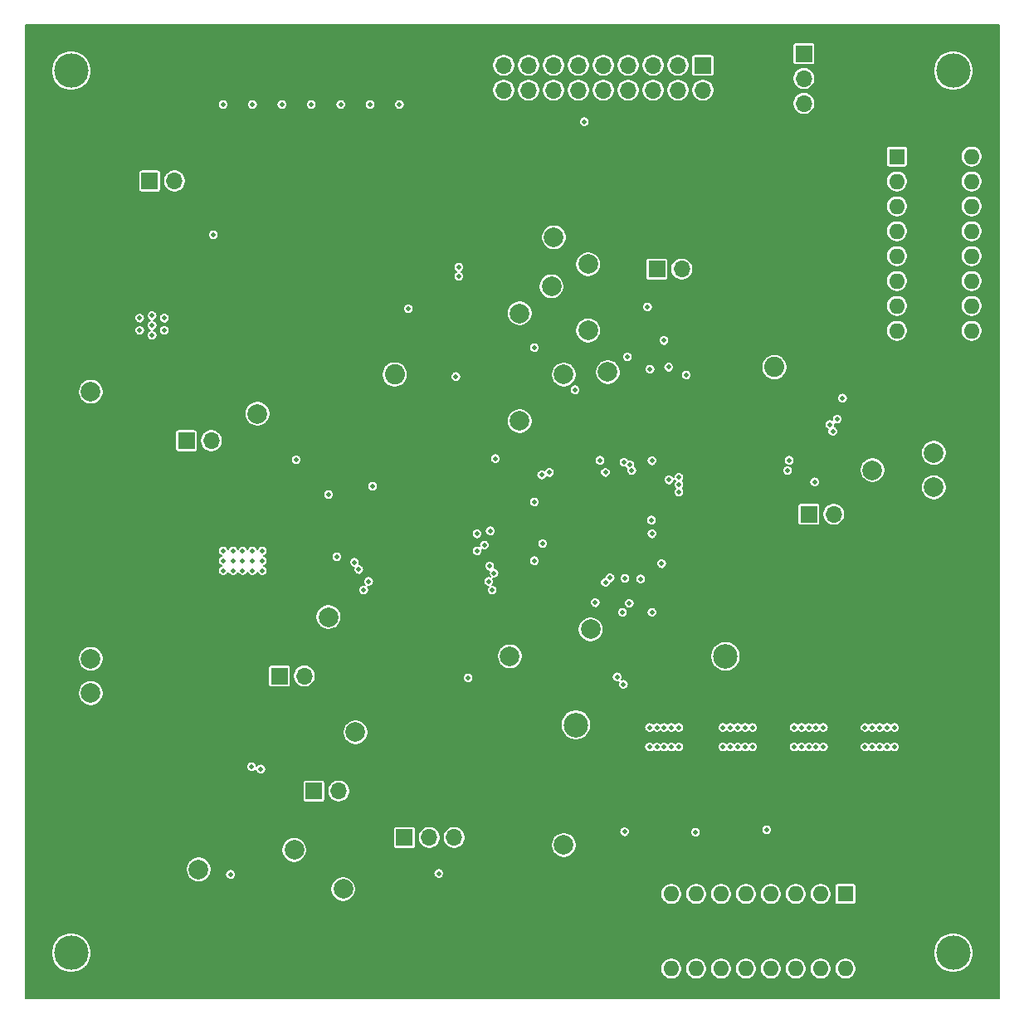
<source format=gbr>
%TF.GenerationSoftware,KiCad,Pcbnew,5.1.10-88a1d61d58~90~ubuntu20.04.1*%
%TF.CreationDate,2021-12-17T14:40:14-08:00*%
%TF.ProjectId,pmic-test-board,706d6963-2d74-4657-9374-2d626f617264,rev?*%
%TF.SameCoordinates,Original*%
%TF.FileFunction,Copper,L2,Inr*%
%TF.FilePolarity,Positive*%
%FSLAX46Y46*%
G04 Gerber Fmt 4.6, Leading zero omitted, Abs format (unit mm)*
G04 Created by KiCad (PCBNEW 5.1.10-88a1d61d58~90~ubuntu20.04.1) date 2021-12-17 14:40:14*
%MOMM*%
%LPD*%
G01*
G04 APERTURE LIST*
%TA.AperFunction,ComponentPad*%
%ADD10C,2.000000*%
%TD*%
%TA.AperFunction,ComponentPad*%
%ADD11O,1.700000X1.700000*%
%TD*%
%TA.AperFunction,ComponentPad*%
%ADD12R,1.700000X1.700000*%
%TD*%
%TA.AperFunction,ComponentPad*%
%ADD13C,2.250000*%
%TD*%
%TA.AperFunction,ComponentPad*%
%ADD14C,2.050000*%
%TD*%
%TA.AperFunction,WasherPad*%
%ADD15C,3.500000*%
%TD*%
%TA.AperFunction,ComponentPad*%
%ADD16C,2.500000*%
%TD*%
%TA.AperFunction,ComponentPad*%
%ADD17C,1.700000*%
%TD*%
%TA.AperFunction,ComponentPad*%
%ADD18O,1.600000X1.600000*%
%TD*%
%TA.AperFunction,ComponentPad*%
%ADD19R,1.600000X1.600000*%
%TD*%
%TA.AperFunction,ViaPad*%
%ADD20C,0.460000*%
%TD*%
%TA.AperFunction,Conductor*%
%ADD21C,0.200000*%
%TD*%
%TA.AperFunction,Conductor*%
%ADD22C,0.100000*%
%TD*%
G04 APERTURE END LIST*
D10*
%TO.N,GND*%
%TO.C,TP111*%
X107500000Y-138500000D03*
%TD*%
%TO.N,LOAD_SW*%
%TO.C,TP110*%
X155250000Y-134000000D03*
%TD*%
%TO.N,/pmos_val*%
%TO.C,TP109*%
X127750000Y-134500000D03*
%TD*%
%TO.N,/timeout_ext*%
%TO.C,TP108*%
X132750000Y-138500000D03*
%TD*%
%TO.N,/nmos_val*%
%TO.C,TP107*%
X118000000Y-136500000D03*
%TD*%
%TO.N,Net-(R120-Pad1)*%
%TO.C,TP106*%
X155250000Y-86000000D03*
%TD*%
%TO.N,/BUCK_VOUT*%
%TO.C,TP105*%
X157750000Y-81500000D03*
%TD*%
D11*
%TO.N,+3V3*%
%TO.C,J204*%
X115540000Y-66250000D03*
D12*
%TO.N,Net-(C207-Pad1)*%
X113000000Y-66250000D03*
%TD*%
D13*
%TO.N,GND*%
%TO.C,J301*%
X140540000Y-83460000D03*
X140540000Y-88540000D03*
X135460000Y-88540000D03*
X135460000Y-83460000D03*
D14*
%TO.N,Net-(C301-Pad2)*%
X138000000Y-86000000D03*
%TD*%
D13*
%TO.N,GND*%
%TO.C,J110*%
X179290000Y-82710000D03*
X179290000Y-87790000D03*
X174210000Y-87790000D03*
X174210000Y-82710000D03*
D14*
%TO.N,Net-(J110-Pad1)*%
X176750000Y-85250000D03*
%TD*%
D15*
%TO.N,*%
%TO.C,J118*%
X195000000Y-145000000D03*
%TD*%
%TO.N,*%
%TO.C,J117*%
X105000000Y-145000000D03*
%TD*%
%TO.N,*%
%TO.C,J116*%
X105000000Y-55000000D03*
%TD*%
%TO.N,*%
%TO.C,J115*%
X195000000Y-55000000D03*
%TD*%
D16*
%TO.N,/osc_monitor*%
%TO.C,J114*%
X156500000Y-121750000D03*
D17*
%TO.N,GND*%
X156500000Y-124650000D03*
X159400000Y-121750000D03*
X156500000Y-118850000D03*
X153600000Y-121750000D03*
%TD*%
D10*
%TO.N,/BUCK_VOUT*%
%TO.C,J113*%
X193000000Y-94000000D03*
X193000000Y-97500000D03*
%TO.N,GND*%
X193000000Y-101000000D03*
X193000000Y-104500000D03*
%TD*%
D11*
%TO.N,/BUCK_VOUT*%
%TO.C,J105*%
X182790000Y-100250000D03*
D12*
%TO.N,Net-(J105-Pad1)*%
X180250000Y-100250000D03*
%TD*%
D10*
%TO.N,GND*%
%TO.C,TP401*%
X192500000Y-115750000D03*
%TD*%
%TO.N,GND*%
%TO.C,TP306*%
X170750000Y-70500000D03*
%TD*%
%TO.N,BIAS_OC*%
%TO.C,TP305*%
X150750000Y-79750000D03*
%TD*%
%TO.N,BIAS_SLOPE*%
%TO.C,TP304*%
X154000000Y-77000000D03*
%TD*%
%TO.N,BIAS_OPA*%
%TO.C,TP303*%
X157750000Y-74750000D03*
%TD*%
%TO.N,BIAS_OSC*%
%TO.C,TP302*%
X154250000Y-72000000D03*
%TD*%
%TO.N,VREF*%
%TO.C,TP301*%
X150750000Y-90750000D03*
%TD*%
%TO.N,CTRL_PWR*%
%TO.C,TP203*%
X134000000Y-122500000D03*
%TD*%
%TO.N,+1V8*%
%TO.C,TP202*%
X124000000Y-90000000D03*
%TD*%
%TO.N,BUCK_PWR*%
%TO.C,TP201*%
X131250000Y-110750000D03*
%TD*%
%TO.N,/CTRL_PRW_INJ*%
%TO.C,TP104*%
X158000000Y-112000000D03*
%TD*%
%TO.N,CTRL_PWR*%
%TO.C,TP103*%
X149750000Y-114750000D03*
%TD*%
%TO.N,/BUCK_VOUT*%
%TO.C,TP102*%
X186750000Y-95750000D03*
%TD*%
%TO.N,/vcomp*%
%TO.C,TP101*%
X159750000Y-85750000D03*
%TD*%
D18*
%TO.N,+3V3*%
%TO.C,SW501*%
X184000000Y-146620000D03*
%TO.N,/Load/DYN1*%
X166220000Y-139000000D03*
%TO.N,+3V3*%
X181460000Y-146620000D03*
%TO.N,/Load/DYN2*%
X168760000Y-139000000D03*
%TO.N,+3V3*%
X178920000Y-146620000D03*
%TO.N,/Load/DYN3*%
X171300000Y-139000000D03*
%TO.N,+3V3*%
X176380000Y-146620000D03*
%TO.N,/Load/DYN4*%
X173840000Y-139000000D03*
%TO.N,LOAD_SW*%
X173840000Y-146620000D03*
%TO.N,/Load/STAT1*%
X176380000Y-139000000D03*
%TO.N,LOAD_SW*%
X171300000Y-146620000D03*
%TO.N,/Load/STAT2*%
X178920000Y-139000000D03*
%TO.N,LOAD_SW*%
X168760000Y-146620000D03*
%TO.N,/Load/STAT3*%
X181460000Y-139000000D03*
%TO.N,LOAD_SW*%
X166220000Y-146620000D03*
D19*
%TO.N,/Load/STAT4*%
X184000000Y-139000000D03*
%TD*%
D18*
%TO.N,+3V3*%
%TO.C,SW101*%
X196870000Y-63750000D03*
%TO.N,Net-(SW101-Pad8)*%
X189250000Y-81530000D03*
%TO.N,+3V3*%
X196870000Y-66290000D03*
%TO.N,Net-(SW101-Pad7)*%
X189250000Y-78990000D03*
%TO.N,+3V3*%
X196870000Y-68830000D03*
%TO.N,/nmos_dt*%
X189250000Y-76450000D03*
%TO.N,+3V3*%
X196870000Y-71370000D03*
%TO.N,/pmos_dt*%
X189250000Y-73910000D03*
%TO.N,+3V3*%
X196870000Y-73910000D03*
%TO.N,/sw_override*%
X189250000Y-71370000D03*
%TO.N,+3V3*%
X196870000Y-76450000D03*
%TO.N,/sw_en*%
X189250000Y-68830000D03*
%TO.N,+3V3*%
X196870000Y-78990000D03*
%TO.N,/timeout_sel*%
X189250000Y-66290000D03*
%TO.N,+3V3*%
X196870000Y-81530000D03*
D19*
%TO.N,/oc_en*%
X189250000Y-63750000D03*
%TD*%
D11*
%TO.N,/TIA/TIA_SENSE*%
%TO.C,J401*%
X167290000Y-75250000D03*
D12*
%TO.N,/TIA/TIA_VREF*%
X164750000Y-75250000D03*
%TD*%
D10*
%TO.N,GND*%
%TO.C,J208*%
X107000000Y-125500000D03*
X107000000Y-122000000D03*
%TO.N,Net-(FB202-Pad2)*%
X107000000Y-118500000D03*
X107000000Y-115000000D03*
%TD*%
%TO.N,Net-(FB201-Pad2)*%
%TO.C,J207*%
X107000000Y-87750000D03*
%TO.N,GND*%
X107000000Y-91250000D03*
%TD*%
D11*
%TO.N,CTRL_PWR*%
%TO.C,J205*%
X132290000Y-128500000D03*
D12*
%TO.N,Net-(FB203-Pad1)*%
X129750000Y-128500000D03*
%TD*%
D11*
%TO.N,+1V8*%
%TO.C,J203*%
X119290000Y-92750000D03*
D12*
%TO.N,Net-(C208-Pad1)*%
X116750000Y-92750000D03*
%TD*%
D11*
%TO.N,Net-(J202-Pad2)*%
%TO.C,J202*%
X128790000Y-116750000D03*
D12*
%TO.N,Net-(J202-Pad1)*%
X126250000Y-116750000D03*
%TD*%
D16*
%TO.N,/vsw*%
%TO.C,J109*%
X171750000Y-114750000D03*
D17*
%TO.N,GND*%
X171750000Y-117650000D03*
X174650000Y-114750000D03*
X171750000Y-111850000D03*
X168850000Y-114750000D03*
%TD*%
D11*
%TO.N,/FTDI_D0*%
%TO.C,J108*%
X149130000Y-57000000D03*
%TO.N,/FTDI_D1*%
X149130000Y-54460000D03*
%TO.N,/FTDI_D2*%
X151670000Y-57000000D03*
%TO.N,/FTDI_D3*%
X151670000Y-54460000D03*
%TO.N,/FTDI_D4*%
X154210000Y-57000000D03*
%TO.N,/FTDI_D5*%
X154210000Y-54460000D03*
%TO.N,/FTDI_D6*%
X156750000Y-57000000D03*
%TO.N,/FTDI_D7*%
X156750000Y-54460000D03*
%TO.N,/FTDI_C0*%
X159290000Y-57000000D03*
%TO.N,/FTDI_C1*%
X159290000Y-54460000D03*
%TO.N,/FTDI_C2*%
X161830000Y-57000000D03*
%TO.N,/FTDI_C3*%
X161830000Y-54460000D03*
%TO.N,/FTDI_C4*%
X164370000Y-57000000D03*
%TO.N,/FTDI_C5*%
X164370000Y-54460000D03*
%TO.N,/FTDI_C6*%
X166910000Y-57000000D03*
%TO.N,/FTDI_C7*%
X166910000Y-54460000D03*
%TO.N,/FTDI_5V*%
X169450000Y-57000000D03*
D12*
%TO.N,/FTDI_GND*%
X169450000Y-54460000D03*
%TD*%
D11*
%TO.N,GND*%
%TO.C,J107*%
X179750000Y-60870000D03*
%TO.N,SCL*%
X179750000Y-58330000D03*
%TO.N,SDA*%
X179750000Y-55790000D03*
D12*
%TO.N,+3V3*%
X179750000Y-53250000D03*
%TD*%
D11*
%TO.N,GND*%
%TO.C,J106*%
X146620000Y-133250000D03*
%TO.N,/SER_TX*%
X144080000Y-133250000D03*
%TO.N,/SER_RX*%
X141540000Y-133250000D03*
D12*
%TO.N,+3V3*%
X139000000Y-133250000D03*
%TD*%
D20*
%TO.N,GND*%
X145750000Y-78250000D03*
X156050000Y-99000000D03*
X156000000Y-104250000D03*
X161400000Y-104150000D03*
X161250000Y-98950000D03*
X160050000Y-109250000D03*
X163900000Y-103750000D03*
X164000000Y-105000000D03*
X163900000Y-101750000D03*
X165950000Y-101250000D03*
X164000000Y-100000000D03*
X163950000Y-99000000D03*
X162500000Y-96350000D03*
X164250000Y-93200000D03*
X166000000Y-95250000D03*
X166000000Y-98200000D03*
X156750000Y-94050000D03*
X147050000Y-75550000D03*
X145750000Y-75400000D03*
X145050000Y-80829500D03*
X165000000Y-87450000D03*
X162500000Y-86500000D03*
X169250000Y-88750000D03*
X169250000Y-90250000D03*
X159750000Y-87750000D03*
X161500000Y-87750000D03*
X157750000Y-87750000D03*
X157750000Y-93750000D03*
X153600000Y-99250000D03*
X150700000Y-98950000D03*
X150000000Y-96250000D03*
X146700000Y-94550000D03*
X146700000Y-100500000D03*
X150750000Y-105000000D03*
X166500000Y-105300000D03*
X167500000Y-105300000D03*
X167000000Y-106050000D03*
X145550000Y-118550000D03*
X140250000Y-119250000D03*
X137250000Y-119250000D03*
X144800000Y-102650000D03*
X141000000Y-102050000D03*
X138000000Y-102000000D03*
X153550000Y-100750000D03*
X153500000Y-103750000D03*
X149500000Y-83800000D03*
X148500000Y-88500000D03*
X146000000Y-92500000D03*
X142100000Y-97350000D03*
X137950000Y-97350000D03*
X139600000Y-105800000D03*
X163550000Y-109250000D03*
X165250000Y-108200000D03*
X158000000Y-106650000D03*
X115200000Y-70750000D03*
X108250000Y-71750000D03*
X104750000Y-100250000D03*
X104750000Y-103750000D03*
X117500000Y-96000000D03*
X124500000Y-95000000D03*
X126250000Y-95000000D03*
X128700000Y-62450000D03*
X132450000Y-62450000D03*
X136200000Y-62450000D03*
X145750000Y-139250000D03*
X144750000Y-137750000D03*
X140750000Y-142250000D03*
X143250000Y-142300000D03*
X122000000Y-142300000D03*
X123500000Y-137750000D03*
X124550000Y-139250000D03*
X119500000Y-142250000D03*
X167350000Y-133500000D03*
X174600000Y-133500000D03*
X181850000Y-133500000D03*
X189100000Y-133500000D03*
X179250000Y-108750000D03*
X180250000Y-108750000D03*
X181250000Y-108750000D03*
X182250000Y-108750000D03*
X183250000Y-108750000D03*
X184250000Y-108750000D03*
X168500000Y-92750000D03*
X167750000Y-92750000D03*
X169250000Y-92750000D03*
X136300000Y-52200000D03*
X185200000Y-62900000D03*
X167750000Y-81750000D03*
X149000000Y-109250000D03*
X117500000Y-128000000D03*
X142250000Y-79500000D03*
X117500000Y-110050000D03*
X118750000Y-128000000D03*
X116500000Y-128000000D03*
X118750000Y-110500000D03*
X116250000Y-110500000D03*
X102000000Y-102000000D03*
X126750000Y-71250000D03*
X126750000Y-75750000D03*
X141250000Y-71750000D03*
X145000000Y-68750000D03*
X199000000Y-109750000D03*
X199000000Y-112000000D03*
X199000000Y-114250000D03*
X199000000Y-116000000D03*
X199000000Y-118500000D03*
X199000000Y-121000000D03*
X199000000Y-123750000D03*
X199000000Y-126750000D03*
X199000000Y-130250000D03*
X199000000Y-133000000D03*
X199000000Y-135500000D03*
X199000000Y-138000000D03*
X199000000Y-140000000D03*
X199000000Y-148500000D03*
X190250000Y-149000000D03*
X186500000Y-149000000D03*
X182500000Y-149000000D03*
X179500000Y-149000000D03*
X176250000Y-149250000D03*
X173250000Y-149000000D03*
X169750000Y-149000000D03*
X166250000Y-149000000D03*
X164500000Y-149000000D03*
X161750000Y-149000000D03*
X159000000Y-149000000D03*
X156250000Y-149000000D03*
X154000000Y-149000000D03*
X153250000Y-147750000D03*
X152250000Y-144750000D03*
X146250000Y-144750000D03*
X144750000Y-146500000D03*
X144750000Y-148500000D03*
X143000000Y-147000000D03*
X141750000Y-144750000D03*
X136000000Y-144750000D03*
X134500000Y-147000000D03*
X130750000Y-147750000D03*
X129750000Y-144750000D03*
X124000000Y-144750000D03*
X122750000Y-147000000D03*
X119500000Y-144750000D03*
X120750000Y-147250000D03*
X113750000Y-144750000D03*
X112750000Y-147250000D03*
X109750000Y-148500000D03*
X101500000Y-148750000D03*
X101250000Y-141000000D03*
X101250000Y-138250000D03*
X101000000Y-135000000D03*
X100750000Y-131750000D03*
X101250000Y-129750000D03*
X101000000Y-126250000D03*
X101000000Y-122500000D03*
X101000000Y-118000000D03*
X101000000Y-113500000D03*
X101000000Y-109750000D03*
X101000000Y-105250000D03*
X101000000Y-103250000D03*
X100750000Y-98000000D03*
X100750000Y-95500000D03*
X100750000Y-91750000D03*
X100750000Y-87500000D03*
X101000000Y-83750000D03*
X101000000Y-80250000D03*
X100750000Y-76250000D03*
X101000000Y-73500000D03*
X101000000Y-70750000D03*
X101000000Y-68500000D03*
X101000000Y-65750000D03*
X101000000Y-63000000D03*
X101000000Y-60500000D03*
X101000000Y-51250000D03*
X108500000Y-50750000D03*
X111500000Y-50750000D03*
X115000000Y-50750000D03*
X118000000Y-50500000D03*
X134000000Y-51500000D03*
X128000000Y-51500000D03*
X141500000Y-51750000D03*
X144000000Y-51750000D03*
X149250000Y-51500000D03*
X164500000Y-51000000D03*
X167750000Y-50750000D03*
X173500000Y-50750000D03*
X178250000Y-50750000D03*
X187000000Y-50750000D03*
X191250000Y-50750000D03*
X198500000Y-51000000D03*
X199250000Y-57000000D03*
X199000000Y-59250000D03*
X199000000Y-62000000D03*
X199000000Y-64750000D03*
X199000000Y-68000000D03*
X199000000Y-69750000D03*
X199000000Y-71500000D03*
X199000000Y-74750000D03*
X199000000Y-78000000D03*
X199000000Y-80250000D03*
X199000000Y-83000000D03*
X199000000Y-86500000D03*
X199000000Y-89500000D03*
X199000000Y-93500000D03*
X199000000Y-97000000D03*
X199000000Y-100500000D03*
X199000000Y-104000000D03*
X199000000Y-106250000D03*
X117500000Y-74500000D03*
X126750000Y-98750000D03*
%TO.N,/BUCK_VOUT*%
X180850000Y-96950000D03*
X156400000Y-87550000D03*
%TO.N,+3V3*%
X164250000Y-94800000D03*
X153000000Y-96250000D03*
X148275000Y-94575000D03*
X152250000Y-105000000D03*
X145500000Y-116950000D03*
X144250000Y-86200000D03*
X135750000Y-97400000D03*
X119500000Y-71750000D03*
X120500000Y-58450000D03*
X123500000Y-58450000D03*
X126500000Y-58450000D03*
X129500000Y-58450000D03*
X132500000Y-58450000D03*
X135500000Y-58450000D03*
X138500000Y-58450000D03*
X142500000Y-136900000D03*
X121250000Y-137000000D03*
X157350000Y-60200000D03*
X163800000Y-79100000D03*
X139400000Y-79300000D03*
%TO.N,/user_vcore*%
X166000000Y-96750000D03*
X165250000Y-105300000D03*
X164250000Y-110250000D03*
%TO.N,+1V8*%
X152250000Y-99000000D03*
X161250000Y-110250000D03*
X127950000Y-94700000D03*
%TO.N,BUCK_PWR*%
X164250000Y-102250000D03*
X167000000Y-96500000D03*
X167000000Y-97250000D03*
X167000000Y-98000000D03*
X164200000Y-100850000D03*
%TO.N,/CTRL_PRW_INJ*%
X161950000Y-109350000D03*
X158950000Y-94750000D03*
X158475000Y-109275000D03*
%TO.N,Net-(C207-Pad1)*%
X113250000Y-80000000D03*
X114500000Y-81500000D03*
X114500000Y-80250000D03*
X112000000Y-81500000D03*
X112000000Y-80250000D03*
X113250000Y-81000000D03*
X113250000Y-82000000D03*
%TO.N,Net-(C208-Pad1)*%
X121500000Y-105000000D03*
X121500000Y-106000000D03*
X123500000Y-106000000D03*
X123500000Y-105000000D03*
X122500000Y-106000000D03*
X122500000Y-105000000D03*
X122500000Y-104000000D03*
X123500000Y-104000000D03*
X124500000Y-104000000D03*
X124500000Y-105000000D03*
X124500000Y-106000000D03*
X121500000Y-104000000D03*
X120500000Y-104000000D03*
X120500000Y-105000000D03*
X120500000Y-106000000D03*
%TO.N,/TIA/TIA_VREF*%
X165950000Y-85250000D03*
X165475000Y-82525000D03*
%TO.N,/TIA/TIA_SENSE*%
X167750000Y-86050000D03*
X164050000Y-85450000D03*
%TO.N,/GPIO*%
X153100000Y-103250000D03*
X132100000Y-104600000D03*
%TO.N,VREF*%
X159500000Y-96000000D03*
X153800000Y-96000000D03*
%TO.N,/oc_en*%
X162200000Y-95800000D03*
X178100000Y-95800000D03*
%TO.N,/timeout_sel*%
X162000000Y-95200000D03*
X178250000Y-94750000D03*
%TO.N,/sw_en*%
X163100000Y-106850000D03*
X182700000Y-91800000D03*
%TO.N,/sw_override*%
X161500000Y-106800000D03*
X183150000Y-90550000D03*
%TO.N,/pmos_dt*%
X160000000Y-106750000D03*
X182400000Y-91100000D03*
%TO.N,/nmos_dt*%
X159500000Y-107200000D03*
X183700000Y-88400000D03*
%TO.N,/flash_clk*%
X147750000Y-101950000D03*
X147150000Y-103400000D03*
%TO.N,/HOST_SCK*%
X147950000Y-108000000D03*
X134850000Y-108000000D03*
%TO.N,/HOST_CSB*%
X147600000Y-107100000D03*
X135350000Y-107100000D03*
%TO.N,/HOST_SDI*%
X148150000Y-106250000D03*
X134350000Y-105900000D03*
%TO.N,/HOST_SDO*%
X147700000Y-105550000D03*
X133900000Y-105150000D03*
%TO.N,/flash_io0*%
X146400000Y-104000000D03*
X146400000Y-102250000D03*
%TO.N,Net-(R306-Pad2)*%
X144550000Y-76000000D03*
X144550000Y-75050000D03*
%TO.N,BIAS_OPA*%
X152250000Y-83250000D03*
%TO.N,/Load/STAT1*%
X161450000Y-132650000D03*
%TO.N,BUCK_VOUT*%
X186000000Y-122000000D03*
X186750000Y-122000000D03*
X187500000Y-122000000D03*
X188250000Y-122000000D03*
X186000000Y-124000000D03*
X186750000Y-124000000D03*
X187500000Y-124000000D03*
X188250000Y-124000000D03*
X178750000Y-122000000D03*
X179500000Y-122000000D03*
X180250000Y-122000000D03*
X181000000Y-122000000D03*
X181000000Y-124000000D03*
X180250000Y-124000000D03*
X179500000Y-124000000D03*
X178750000Y-124000000D03*
X171500000Y-122000000D03*
X172250000Y-122000000D03*
X173000000Y-122000000D03*
X173750000Y-122000000D03*
X173750000Y-124000000D03*
X173000000Y-124000000D03*
X172250000Y-124000000D03*
X171500000Y-124000000D03*
X164000000Y-122000000D03*
X164750000Y-122000000D03*
X165500000Y-122000000D03*
X166250000Y-122000000D03*
X166250000Y-124000000D03*
X165500000Y-124000000D03*
X164750000Y-124000000D03*
X164000000Y-124000000D03*
X167000000Y-122000000D03*
X167000000Y-124000000D03*
X174500000Y-122000000D03*
X174500000Y-124000000D03*
X181750000Y-122000000D03*
X181750000Y-124000000D03*
X189000000Y-122000000D03*
X189000000Y-124000000D03*
%TO.N,/Load/STAT2*%
X168700000Y-132700000D03*
%TO.N,/Load/STAT3*%
X175950000Y-132450000D03*
%TO.N,/nmos_val*%
X160700000Y-116850000D03*
X123400000Y-126000000D03*
%TO.N,/pmos_val*%
X161350000Y-117600000D03*
X124350000Y-126250000D03*
%TO.N,/timeout_ext*%
X161400000Y-94950000D03*
X131250000Y-98250000D03*
%TO.N,/TIA/TIA_3V3*%
X161750000Y-84200000D03*
%TD*%
D21*
%TO.N,GND*%
X199675001Y-149675000D02*
X100325000Y-149675000D01*
X100325000Y-144798093D01*
X102950000Y-144798093D01*
X102950000Y-145201907D01*
X103028780Y-145597963D01*
X103183314Y-145971039D01*
X103407661Y-146306799D01*
X103693201Y-146592339D01*
X104028961Y-146816686D01*
X104402037Y-146971220D01*
X104798093Y-147050000D01*
X105201907Y-147050000D01*
X105597963Y-146971220D01*
X105971039Y-146816686D01*
X106306799Y-146592339D01*
X106387479Y-146511659D01*
X165120000Y-146511659D01*
X165120000Y-146728341D01*
X165162273Y-146940858D01*
X165245193Y-147141045D01*
X165365575Y-147321209D01*
X165518791Y-147474425D01*
X165698955Y-147594807D01*
X165899142Y-147677727D01*
X166111659Y-147720000D01*
X166328341Y-147720000D01*
X166540858Y-147677727D01*
X166741045Y-147594807D01*
X166921209Y-147474425D01*
X167074425Y-147321209D01*
X167194807Y-147141045D01*
X167277727Y-146940858D01*
X167320000Y-146728341D01*
X167320000Y-146511659D01*
X167660000Y-146511659D01*
X167660000Y-146728341D01*
X167702273Y-146940858D01*
X167785193Y-147141045D01*
X167905575Y-147321209D01*
X168058791Y-147474425D01*
X168238955Y-147594807D01*
X168439142Y-147677727D01*
X168651659Y-147720000D01*
X168868341Y-147720000D01*
X169080858Y-147677727D01*
X169281045Y-147594807D01*
X169461209Y-147474425D01*
X169614425Y-147321209D01*
X169734807Y-147141045D01*
X169817727Y-146940858D01*
X169860000Y-146728341D01*
X169860000Y-146511659D01*
X170200000Y-146511659D01*
X170200000Y-146728341D01*
X170242273Y-146940858D01*
X170325193Y-147141045D01*
X170445575Y-147321209D01*
X170598791Y-147474425D01*
X170778955Y-147594807D01*
X170979142Y-147677727D01*
X171191659Y-147720000D01*
X171408341Y-147720000D01*
X171620858Y-147677727D01*
X171821045Y-147594807D01*
X172001209Y-147474425D01*
X172154425Y-147321209D01*
X172274807Y-147141045D01*
X172357727Y-146940858D01*
X172400000Y-146728341D01*
X172400000Y-146511659D01*
X172740000Y-146511659D01*
X172740000Y-146728341D01*
X172782273Y-146940858D01*
X172865193Y-147141045D01*
X172985575Y-147321209D01*
X173138791Y-147474425D01*
X173318955Y-147594807D01*
X173519142Y-147677727D01*
X173731659Y-147720000D01*
X173948341Y-147720000D01*
X174160858Y-147677727D01*
X174361045Y-147594807D01*
X174541209Y-147474425D01*
X174694425Y-147321209D01*
X174814807Y-147141045D01*
X174897727Y-146940858D01*
X174940000Y-146728341D01*
X174940000Y-146511659D01*
X175280000Y-146511659D01*
X175280000Y-146728341D01*
X175322273Y-146940858D01*
X175405193Y-147141045D01*
X175525575Y-147321209D01*
X175678791Y-147474425D01*
X175858955Y-147594807D01*
X176059142Y-147677727D01*
X176271659Y-147720000D01*
X176488341Y-147720000D01*
X176700858Y-147677727D01*
X176901045Y-147594807D01*
X177081209Y-147474425D01*
X177234425Y-147321209D01*
X177354807Y-147141045D01*
X177437727Y-146940858D01*
X177480000Y-146728341D01*
X177480000Y-146511659D01*
X177820000Y-146511659D01*
X177820000Y-146728341D01*
X177862273Y-146940858D01*
X177945193Y-147141045D01*
X178065575Y-147321209D01*
X178218791Y-147474425D01*
X178398955Y-147594807D01*
X178599142Y-147677727D01*
X178811659Y-147720000D01*
X179028341Y-147720000D01*
X179240858Y-147677727D01*
X179441045Y-147594807D01*
X179621209Y-147474425D01*
X179774425Y-147321209D01*
X179894807Y-147141045D01*
X179977727Y-146940858D01*
X180020000Y-146728341D01*
X180020000Y-146511659D01*
X180360000Y-146511659D01*
X180360000Y-146728341D01*
X180402273Y-146940858D01*
X180485193Y-147141045D01*
X180605575Y-147321209D01*
X180758791Y-147474425D01*
X180938955Y-147594807D01*
X181139142Y-147677727D01*
X181351659Y-147720000D01*
X181568341Y-147720000D01*
X181780858Y-147677727D01*
X181981045Y-147594807D01*
X182161209Y-147474425D01*
X182314425Y-147321209D01*
X182434807Y-147141045D01*
X182517727Y-146940858D01*
X182560000Y-146728341D01*
X182560000Y-146511659D01*
X182900000Y-146511659D01*
X182900000Y-146728341D01*
X182942273Y-146940858D01*
X183025193Y-147141045D01*
X183145575Y-147321209D01*
X183298791Y-147474425D01*
X183478955Y-147594807D01*
X183679142Y-147677727D01*
X183891659Y-147720000D01*
X184108341Y-147720000D01*
X184320858Y-147677727D01*
X184521045Y-147594807D01*
X184701209Y-147474425D01*
X184854425Y-147321209D01*
X184974807Y-147141045D01*
X185057727Y-146940858D01*
X185100000Y-146728341D01*
X185100000Y-146511659D01*
X185057727Y-146299142D01*
X184974807Y-146098955D01*
X184854425Y-145918791D01*
X184701209Y-145765575D01*
X184521045Y-145645193D01*
X184320858Y-145562273D01*
X184108341Y-145520000D01*
X183891659Y-145520000D01*
X183679142Y-145562273D01*
X183478955Y-145645193D01*
X183298791Y-145765575D01*
X183145575Y-145918791D01*
X183025193Y-146098955D01*
X182942273Y-146299142D01*
X182900000Y-146511659D01*
X182560000Y-146511659D01*
X182517727Y-146299142D01*
X182434807Y-146098955D01*
X182314425Y-145918791D01*
X182161209Y-145765575D01*
X181981045Y-145645193D01*
X181780858Y-145562273D01*
X181568341Y-145520000D01*
X181351659Y-145520000D01*
X181139142Y-145562273D01*
X180938955Y-145645193D01*
X180758791Y-145765575D01*
X180605575Y-145918791D01*
X180485193Y-146098955D01*
X180402273Y-146299142D01*
X180360000Y-146511659D01*
X180020000Y-146511659D01*
X179977727Y-146299142D01*
X179894807Y-146098955D01*
X179774425Y-145918791D01*
X179621209Y-145765575D01*
X179441045Y-145645193D01*
X179240858Y-145562273D01*
X179028341Y-145520000D01*
X178811659Y-145520000D01*
X178599142Y-145562273D01*
X178398955Y-145645193D01*
X178218791Y-145765575D01*
X178065575Y-145918791D01*
X177945193Y-146098955D01*
X177862273Y-146299142D01*
X177820000Y-146511659D01*
X177480000Y-146511659D01*
X177437727Y-146299142D01*
X177354807Y-146098955D01*
X177234425Y-145918791D01*
X177081209Y-145765575D01*
X176901045Y-145645193D01*
X176700858Y-145562273D01*
X176488341Y-145520000D01*
X176271659Y-145520000D01*
X176059142Y-145562273D01*
X175858955Y-145645193D01*
X175678791Y-145765575D01*
X175525575Y-145918791D01*
X175405193Y-146098955D01*
X175322273Y-146299142D01*
X175280000Y-146511659D01*
X174940000Y-146511659D01*
X174897727Y-146299142D01*
X174814807Y-146098955D01*
X174694425Y-145918791D01*
X174541209Y-145765575D01*
X174361045Y-145645193D01*
X174160858Y-145562273D01*
X173948341Y-145520000D01*
X173731659Y-145520000D01*
X173519142Y-145562273D01*
X173318955Y-145645193D01*
X173138791Y-145765575D01*
X172985575Y-145918791D01*
X172865193Y-146098955D01*
X172782273Y-146299142D01*
X172740000Y-146511659D01*
X172400000Y-146511659D01*
X172357727Y-146299142D01*
X172274807Y-146098955D01*
X172154425Y-145918791D01*
X172001209Y-145765575D01*
X171821045Y-145645193D01*
X171620858Y-145562273D01*
X171408341Y-145520000D01*
X171191659Y-145520000D01*
X170979142Y-145562273D01*
X170778955Y-145645193D01*
X170598791Y-145765575D01*
X170445575Y-145918791D01*
X170325193Y-146098955D01*
X170242273Y-146299142D01*
X170200000Y-146511659D01*
X169860000Y-146511659D01*
X169817727Y-146299142D01*
X169734807Y-146098955D01*
X169614425Y-145918791D01*
X169461209Y-145765575D01*
X169281045Y-145645193D01*
X169080858Y-145562273D01*
X168868341Y-145520000D01*
X168651659Y-145520000D01*
X168439142Y-145562273D01*
X168238955Y-145645193D01*
X168058791Y-145765575D01*
X167905575Y-145918791D01*
X167785193Y-146098955D01*
X167702273Y-146299142D01*
X167660000Y-146511659D01*
X167320000Y-146511659D01*
X167277727Y-146299142D01*
X167194807Y-146098955D01*
X167074425Y-145918791D01*
X166921209Y-145765575D01*
X166741045Y-145645193D01*
X166540858Y-145562273D01*
X166328341Y-145520000D01*
X166111659Y-145520000D01*
X165899142Y-145562273D01*
X165698955Y-145645193D01*
X165518791Y-145765575D01*
X165365575Y-145918791D01*
X165245193Y-146098955D01*
X165162273Y-146299142D01*
X165120000Y-146511659D01*
X106387479Y-146511659D01*
X106592339Y-146306799D01*
X106816686Y-145971039D01*
X106971220Y-145597963D01*
X107050000Y-145201907D01*
X107050000Y-144798093D01*
X192950000Y-144798093D01*
X192950000Y-145201907D01*
X193028780Y-145597963D01*
X193183314Y-145971039D01*
X193407661Y-146306799D01*
X193693201Y-146592339D01*
X194028961Y-146816686D01*
X194402037Y-146971220D01*
X194798093Y-147050000D01*
X195201907Y-147050000D01*
X195597963Y-146971220D01*
X195971039Y-146816686D01*
X196306799Y-146592339D01*
X196592339Y-146306799D01*
X196816686Y-145971039D01*
X196971220Y-145597963D01*
X197050000Y-145201907D01*
X197050000Y-144798093D01*
X196971220Y-144402037D01*
X196816686Y-144028961D01*
X196592339Y-143693201D01*
X196306799Y-143407661D01*
X195971039Y-143183314D01*
X195597963Y-143028780D01*
X195201907Y-142950000D01*
X194798093Y-142950000D01*
X194402037Y-143028780D01*
X194028961Y-143183314D01*
X193693201Y-143407661D01*
X193407661Y-143693201D01*
X193183314Y-144028961D01*
X193028780Y-144402037D01*
X192950000Y-144798093D01*
X107050000Y-144798093D01*
X106971220Y-144402037D01*
X106816686Y-144028961D01*
X106592339Y-143693201D01*
X106306799Y-143407661D01*
X105971039Y-143183314D01*
X105597963Y-143028780D01*
X105201907Y-142950000D01*
X104798093Y-142950000D01*
X104402037Y-143028780D01*
X104028961Y-143183314D01*
X103693201Y-143407661D01*
X103407661Y-143693201D01*
X103183314Y-144028961D01*
X103028780Y-144402037D01*
X102950000Y-144798093D01*
X100325000Y-144798093D01*
X100325000Y-138371961D01*
X131450000Y-138371961D01*
X131450000Y-138628039D01*
X131499958Y-138879196D01*
X131597955Y-139115781D01*
X131740224Y-139328702D01*
X131921298Y-139509776D01*
X132134219Y-139652045D01*
X132370804Y-139750042D01*
X132621961Y-139800000D01*
X132878039Y-139800000D01*
X133129196Y-139750042D01*
X133365781Y-139652045D01*
X133578702Y-139509776D01*
X133759776Y-139328702D01*
X133902045Y-139115781D01*
X133994879Y-138891659D01*
X165120000Y-138891659D01*
X165120000Y-139108341D01*
X165162273Y-139320858D01*
X165245193Y-139521045D01*
X165365575Y-139701209D01*
X165518791Y-139854425D01*
X165698955Y-139974807D01*
X165899142Y-140057727D01*
X166111659Y-140100000D01*
X166328341Y-140100000D01*
X166540858Y-140057727D01*
X166741045Y-139974807D01*
X166921209Y-139854425D01*
X167074425Y-139701209D01*
X167194807Y-139521045D01*
X167277727Y-139320858D01*
X167320000Y-139108341D01*
X167320000Y-138891659D01*
X167660000Y-138891659D01*
X167660000Y-139108341D01*
X167702273Y-139320858D01*
X167785193Y-139521045D01*
X167905575Y-139701209D01*
X168058791Y-139854425D01*
X168238955Y-139974807D01*
X168439142Y-140057727D01*
X168651659Y-140100000D01*
X168868341Y-140100000D01*
X169080858Y-140057727D01*
X169281045Y-139974807D01*
X169461209Y-139854425D01*
X169614425Y-139701209D01*
X169734807Y-139521045D01*
X169817727Y-139320858D01*
X169860000Y-139108341D01*
X169860000Y-138891659D01*
X170200000Y-138891659D01*
X170200000Y-139108341D01*
X170242273Y-139320858D01*
X170325193Y-139521045D01*
X170445575Y-139701209D01*
X170598791Y-139854425D01*
X170778955Y-139974807D01*
X170979142Y-140057727D01*
X171191659Y-140100000D01*
X171408341Y-140100000D01*
X171620858Y-140057727D01*
X171821045Y-139974807D01*
X172001209Y-139854425D01*
X172154425Y-139701209D01*
X172274807Y-139521045D01*
X172357727Y-139320858D01*
X172400000Y-139108341D01*
X172400000Y-138891659D01*
X172740000Y-138891659D01*
X172740000Y-139108341D01*
X172782273Y-139320858D01*
X172865193Y-139521045D01*
X172985575Y-139701209D01*
X173138791Y-139854425D01*
X173318955Y-139974807D01*
X173519142Y-140057727D01*
X173731659Y-140100000D01*
X173948341Y-140100000D01*
X174160858Y-140057727D01*
X174361045Y-139974807D01*
X174541209Y-139854425D01*
X174694425Y-139701209D01*
X174814807Y-139521045D01*
X174897727Y-139320858D01*
X174940000Y-139108341D01*
X174940000Y-138891659D01*
X175280000Y-138891659D01*
X175280000Y-139108341D01*
X175322273Y-139320858D01*
X175405193Y-139521045D01*
X175525575Y-139701209D01*
X175678791Y-139854425D01*
X175858955Y-139974807D01*
X176059142Y-140057727D01*
X176271659Y-140100000D01*
X176488341Y-140100000D01*
X176700858Y-140057727D01*
X176901045Y-139974807D01*
X177081209Y-139854425D01*
X177234425Y-139701209D01*
X177354807Y-139521045D01*
X177437727Y-139320858D01*
X177480000Y-139108341D01*
X177480000Y-138891659D01*
X177820000Y-138891659D01*
X177820000Y-139108341D01*
X177862273Y-139320858D01*
X177945193Y-139521045D01*
X178065575Y-139701209D01*
X178218791Y-139854425D01*
X178398955Y-139974807D01*
X178599142Y-140057727D01*
X178811659Y-140100000D01*
X179028341Y-140100000D01*
X179240858Y-140057727D01*
X179441045Y-139974807D01*
X179621209Y-139854425D01*
X179774425Y-139701209D01*
X179894807Y-139521045D01*
X179977727Y-139320858D01*
X180020000Y-139108341D01*
X180020000Y-138891659D01*
X180360000Y-138891659D01*
X180360000Y-139108341D01*
X180402273Y-139320858D01*
X180485193Y-139521045D01*
X180605575Y-139701209D01*
X180758791Y-139854425D01*
X180938955Y-139974807D01*
X181139142Y-140057727D01*
X181351659Y-140100000D01*
X181568341Y-140100000D01*
X181780858Y-140057727D01*
X181981045Y-139974807D01*
X182161209Y-139854425D01*
X182314425Y-139701209D01*
X182434807Y-139521045D01*
X182517727Y-139320858D01*
X182560000Y-139108341D01*
X182560000Y-138891659D01*
X182517727Y-138679142D01*
X182434807Y-138478955D01*
X182314425Y-138298791D01*
X182215634Y-138200000D01*
X182898549Y-138200000D01*
X182898549Y-139800000D01*
X182904341Y-139858810D01*
X182921496Y-139915360D01*
X182949353Y-139967477D01*
X182986842Y-140013158D01*
X183032523Y-140050647D01*
X183084640Y-140078504D01*
X183141190Y-140095659D01*
X183200000Y-140101451D01*
X184800000Y-140101451D01*
X184858810Y-140095659D01*
X184915360Y-140078504D01*
X184967477Y-140050647D01*
X185013158Y-140013158D01*
X185050647Y-139967477D01*
X185078504Y-139915360D01*
X185095659Y-139858810D01*
X185101451Y-139800000D01*
X185101451Y-138200000D01*
X185095659Y-138141190D01*
X185078504Y-138084640D01*
X185050647Y-138032523D01*
X185013158Y-137986842D01*
X184967477Y-137949353D01*
X184915360Y-137921496D01*
X184858810Y-137904341D01*
X184800000Y-137898549D01*
X183200000Y-137898549D01*
X183141190Y-137904341D01*
X183084640Y-137921496D01*
X183032523Y-137949353D01*
X182986842Y-137986842D01*
X182949353Y-138032523D01*
X182921496Y-138084640D01*
X182904341Y-138141190D01*
X182898549Y-138200000D01*
X182215634Y-138200000D01*
X182161209Y-138145575D01*
X181981045Y-138025193D01*
X181780858Y-137942273D01*
X181568341Y-137900000D01*
X181351659Y-137900000D01*
X181139142Y-137942273D01*
X180938955Y-138025193D01*
X180758791Y-138145575D01*
X180605575Y-138298791D01*
X180485193Y-138478955D01*
X180402273Y-138679142D01*
X180360000Y-138891659D01*
X180020000Y-138891659D01*
X179977727Y-138679142D01*
X179894807Y-138478955D01*
X179774425Y-138298791D01*
X179621209Y-138145575D01*
X179441045Y-138025193D01*
X179240858Y-137942273D01*
X179028341Y-137900000D01*
X178811659Y-137900000D01*
X178599142Y-137942273D01*
X178398955Y-138025193D01*
X178218791Y-138145575D01*
X178065575Y-138298791D01*
X177945193Y-138478955D01*
X177862273Y-138679142D01*
X177820000Y-138891659D01*
X177480000Y-138891659D01*
X177437727Y-138679142D01*
X177354807Y-138478955D01*
X177234425Y-138298791D01*
X177081209Y-138145575D01*
X176901045Y-138025193D01*
X176700858Y-137942273D01*
X176488341Y-137900000D01*
X176271659Y-137900000D01*
X176059142Y-137942273D01*
X175858955Y-138025193D01*
X175678791Y-138145575D01*
X175525575Y-138298791D01*
X175405193Y-138478955D01*
X175322273Y-138679142D01*
X175280000Y-138891659D01*
X174940000Y-138891659D01*
X174897727Y-138679142D01*
X174814807Y-138478955D01*
X174694425Y-138298791D01*
X174541209Y-138145575D01*
X174361045Y-138025193D01*
X174160858Y-137942273D01*
X173948341Y-137900000D01*
X173731659Y-137900000D01*
X173519142Y-137942273D01*
X173318955Y-138025193D01*
X173138791Y-138145575D01*
X172985575Y-138298791D01*
X172865193Y-138478955D01*
X172782273Y-138679142D01*
X172740000Y-138891659D01*
X172400000Y-138891659D01*
X172357727Y-138679142D01*
X172274807Y-138478955D01*
X172154425Y-138298791D01*
X172001209Y-138145575D01*
X171821045Y-138025193D01*
X171620858Y-137942273D01*
X171408341Y-137900000D01*
X171191659Y-137900000D01*
X170979142Y-137942273D01*
X170778955Y-138025193D01*
X170598791Y-138145575D01*
X170445575Y-138298791D01*
X170325193Y-138478955D01*
X170242273Y-138679142D01*
X170200000Y-138891659D01*
X169860000Y-138891659D01*
X169817727Y-138679142D01*
X169734807Y-138478955D01*
X169614425Y-138298791D01*
X169461209Y-138145575D01*
X169281045Y-138025193D01*
X169080858Y-137942273D01*
X168868341Y-137900000D01*
X168651659Y-137900000D01*
X168439142Y-137942273D01*
X168238955Y-138025193D01*
X168058791Y-138145575D01*
X167905575Y-138298791D01*
X167785193Y-138478955D01*
X167702273Y-138679142D01*
X167660000Y-138891659D01*
X167320000Y-138891659D01*
X167277727Y-138679142D01*
X167194807Y-138478955D01*
X167074425Y-138298791D01*
X166921209Y-138145575D01*
X166741045Y-138025193D01*
X166540858Y-137942273D01*
X166328341Y-137900000D01*
X166111659Y-137900000D01*
X165899142Y-137942273D01*
X165698955Y-138025193D01*
X165518791Y-138145575D01*
X165365575Y-138298791D01*
X165245193Y-138478955D01*
X165162273Y-138679142D01*
X165120000Y-138891659D01*
X133994879Y-138891659D01*
X134000042Y-138879196D01*
X134050000Y-138628039D01*
X134050000Y-138371961D01*
X134000042Y-138120804D01*
X133902045Y-137884219D01*
X133759776Y-137671298D01*
X133578702Y-137490224D01*
X133365781Y-137347955D01*
X133129196Y-137249958D01*
X132878039Y-137200000D01*
X132621961Y-137200000D01*
X132370804Y-137249958D01*
X132134219Y-137347955D01*
X131921298Y-137490224D01*
X131740224Y-137671298D01*
X131597955Y-137884219D01*
X131499958Y-138120804D01*
X131450000Y-138371961D01*
X100325000Y-138371961D01*
X100325000Y-136371961D01*
X116700000Y-136371961D01*
X116700000Y-136628039D01*
X116749958Y-136879196D01*
X116847955Y-137115781D01*
X116990224Y-137328702D01*
X117171298Y-137509776D01*
X117384219Y-137652045D01*
X117620804Y-137750042D01*
X117871961Y-137800000D01*
X118128039Y-137800000D01*
X118379196Y-137750042D01*
X118615781Y-137652045D01*
X118828702Y-137509776D01*
X119009776Y-137328702D01*
X119152045Y-137115781D01*
X119221625Y-136947800D01*
X120720000Y-136947800D01*
X120720000Y-137052200D01*
X120740368Y-137154595D01*
X120780320Y-137251049D01*
X120838322Y-137337855D01*
X120912145Y-137411678D01*
X120998951Y-137469680D01*
X121095405Y-137509632D01*
X121197800Y-137530000D01*
X121302200Y-137530000D01*
X121404595Y-137509632D01*
X121501049Y-137469680D01*
X121587855Y-137411678D01*
X121661678Y-137337855D01*
X121719680Y-137251049D01*
X121759632Y-137154595D01*
X121780000Y-137052200D01*
X121780000Y-136947800D01*
X121760109Y-136847800D01*
X141970000Y-136847800D01*
X141970000Y-136952200D01*
X141990368Y-137054595D01*
X142030320Y-137151049D01*
X142088322Y-137237855D01*
X142162145Y-137311678D01*
X142248951Y-137369680D01*
X142345405Y-137409632D01*
X142447800Y-137430000D01*
X142552200Y-137430000D01*
X142654595Y-137409632D01*
X142751049Y-137369680D01*
X142837855Y-137311678D01*
X142911678Y-137237855D01*
X142969680Y-137151049D01*
X143009632Y-137054595D01*
X143030000Y-136952200D01*
X143030000Y-136847800D01*
X143009632Y-136745405D01*
X142969680Y-136648951D01*
X142911678Y-136562145D01*
X142837855Y-136488322D01*
X142751049Y-136430320D01*
X142654595Y-136390368D01*
X142552200Y-136370000D01*
X142447800Y-136370000D01*
X142345405Y-136390368D01*
X142248951Y-136430320D01*
X142162145Y-136488322D01*
X142088322Y-136562145D01*
X142030320Y-136648951D01*
X141990368Y-136745405D01*
X141970000Y-136847800D01*
X121760109Y-136847800D01*
X121759632Y-136845405D01*
X121719680Y-136748951D01*
X121661678Y-136662145D01*
X121587855Y-136588322D01*
X121501049Y-136530320D01*
X121404595Y-136490368D01*
X121302200Y-136470000D01*
X121197800Y-136470000D01*
X121095405Y-136490368D01*
X120998951Y-136530320D01*
X120912145Y-136588322D01*
X120838322Y-136662145D01*
X120780320Y-136748951D01*
X120740368Y-136845405D01*
X120720000Y-136947800D01*
X119221625Y-136947800D01*
X119250042Y-136879196D01*
X119300000Y-136628039D01*
X119300000Y-136371961D01*
X119250042Y-136120804D01*
X119152045Y-135884219D01*
X119009776Y-135671298D01*
X118828702Y-135490224D01*
X118615781Y-135347955D01*
X118379196Y-135249958D01*
X118128039Y-135200000D01*
X117871961Y-135200000D01*
X117620804Y-135249958D01*
X117384219Y-135347955D01*
X117171298Y-135490224D01*
X116990224Y-135671298D01*
X116847955Y-135884219D01*
X116749958Y-136120804D01*
X116700000Y-136371961D01*
X100325000Y-136371961D01*
X100325000Y-134371961D01*
X126450000Y-134371961D01*
X126450000Y-134628039D01*
X126499958Y-134879196D01*
X126597955Y-135115781D01*
X126740224Y-135328702D01*
X126921298Y-135509776D01*
X127134219Y-135652045D01*
X127370804Y-135750042D01*
X127621961Y-135800000D01*
X127878039Y-135800000D01*
X128129196Y-135750042D01*
X128365781Y-135652045D01*
X128578702Y-135509776D01*
X128759776Y-135328702D01*
X128902045Y-135115781D01*
X129000042Y-134879196D01*
X129050000Y-134628039D01*
X129050000Y-134371961D01*
X129000042Y-134120804D01*
X128902045Y-133884219D01*
X128759776Y-133671298D01*
X128578702Y-133490224D01*
X128365781Y-133347955D01*
X128129196Y-133249958D01*
X127878039Y-133200000D01*
X127621961Y-133200000D01*
X127370804Y-133249958D01*
X127134219Y-133347955D01*
X126921298Y-133490224D01*
X126740224Y-133671298D01*
X126597955Y-133884219D01*
X126499958Y-134120804D01*
X126450000Y-134371961D01*
X100325000Y-134371961D01*
X100325000Y-132400000D01*
X137848549Y-132400000D01*
X137848549Y-134100000D01*
X137854341Y-134158810D01*
X137871496Y-134215360D01*
X137899353Y-134267477D01*
X137936842Y-134313158D01*
X137982523Y-134350647D01*
X138034640Y-134378504D01*
X138091190Y-134395659D01*
X138150000Y-134401451D01*
X139850000Y-134401451D01*
X139908810Y-134395659D01*
X139965360Y-134378504D01*
X140017477Y-134350647D01*
X140063158Y-134313158D01*
X140100647Y-134267477D01*
X140128504Y-134215360D01*
X140145659Y-134158810D01*
X140151451Y-134100000D01*
X140151451Y-133136735D01*
X140390000Y-133136735D01*
X140390000Y-133363265D01*
X140434194Y-133585443D01*
X140520884Y-133794729D01*
X140646737Y-133983082D01*
X140806918Y-134143263D01*
X140995271Y-134269116D01*
X141204557Y-134355806D01*
X141426735Y-134400000D01*
X141653265Y-134400000D01*
X141875443Y-134355806D01*
X142084729Y-134269116D01*
X142273082Y-134143263D01*
X142433263Y-133983082D01*
X142559116Y-133794729D01*
X142645806Y-133585443D01*
X142690000Y-133363265D01*
X142690000Y-133136735D01*
X142930000Y-133136735D01*
X142930000Y-133363265D01*
X142974194Y-133585443D01*
X143060884Y-133794729D01*
X143186737Y-133983082D01*
X143346918Y-134143263D01*
X143535271Y-134269116D01*
X143744557Y-134355806D01*
X143966735Y-134400000D01*
X144193265Y-134400000D01*
X144415443Y-134355806D01*
X144624729Y-134269116D01*
X144813082Y-134143263D01*
X144973263Y-133983082D01*
X145047511Y-133871961D01*
X153950000Y-133871961D01*
X153950000Y-134128039D01*
X153999958Y-134379196D01*
X154097955Y-134615781D01*
X154240224Y-134828702D01*
X154421298Y-135009776D01*
X154634219Y-135152045D01*
X154870804Y-135250042D01*
X155121961Y-135300000D01*
X155378039Y-135300000D01*
X155629196Y-135250042D01*
X155865781Y-135152045D01*
X156078702Y-135009776D01*
X156259776Y-134828702D01*
X156402045Y-134615781D01*
X156500042Y-134379196D01*
X156550000Y-134128039D01*
X156550000Y-133871961D01*
X156500042Y-133620804D01*
X156402045Y-133384219D01*
X156259776Y-133171298D01*
X156078702Y-132990224D01*
X155865781Y-132847955D01*
X155629196Y-132749958D01*
X155378039Y-132700000D01*
X155121961Y-132700000D01*
X154870804Y-132749958D01*
X154634219Y-132847955D01*
X154421298Y-132990224D01*
X154240224Y-133171298D01*
X154097955Y-133384219D01*
X153999958Y-133620804D01*
X153950000Y-133871961D01*
X145047511Y-133871961D01*
X145099116Y-133794729D01*
X145185806Y-133585443D01*
X145230000Y-133363265D01*
X145230000Y-133136735D01*
X145185806Y-132914557D01*
X145099116Y-132705271D01*
X145027307Y-132597800D01*
X160920000Y-132597800D01*
X160920000Y-132702200D01*
X160940368Y-132804595D01*
X160980320Y-132901049D01*
X161038322Y-132987855D01*
X161112145Y-133061678D01*
X161198951Y-133119680D01*
X161295405Y-133159632D01*
X161397800Y-133180000D01*
X161502200Y-133180000D01*
X161604595Y-133159632D01*
X161701049Y-133119680D01*
X161787855Y-133061678D01*
X161861678Y-132987855D01*
X161919680Y-132901049D01*
X161959632Y-132804595D01*
X161980000Y-132702200D01*
X161980000Y-132647800D01*
X168170000Y-132647800D01*
X168170000Y-132752200D01*
X168190368Y-132854595D01*
X168230320Y-132951049D01*
X168288322Y-133037855D01*
X168362145Y-133111678D01*
X168448951Y-133169680D01*
X168545405Y-133209632D01*
X168647800Y-133230000D01*
X168752200Y-133230000D01*
X168854595Y-133209632D01*
X168951049Y-133169680D01*
X169037855Y-133111678D01*
X169111678Y-133037855D01*
X169169680Y-132951049D01*
X169209632Y-132854595D01*
X169230000Y-132752200D01*
X169230000Y-132647800D01*
X169209632Y-132545405D01*
X169169680Y-132448951D01*
X169135502Y-132397800D01*
X175420000Y-132397800D01*
X175420000Y-132502200D01*
X175440368Y-132604595D01*
X175480320Y-132701049D01*
X175538322Y-132787855D01*
X175612145Y-132861678D01*
X175698951Y-132919680D01*
X175795405Y-132959632D01*
X175897800Y-132980000D01*
X176002200Y-132980000D01*
X176104595Y-132959632D01*
X176201049Y-132919680D01*
X176287855Y-132861678D01*
X176361678Y-132787855D01*
X176419680Y-132701049D01*
X176459632Y-132604595D01*
X176480000Y-132502200D01*
X176480000Y-132397800D01*
X176459632Y-132295405D01*
X176419680Y-132198951D01*
X176361678Y-132112145D01*
X176287855Y-132038322D01*
X176201049Y-131980320D01*
X176104595Y-131940368D01*
X176002200Y-131920000D01*
X175897800Y-131920000D01*
X175795405Y-131940368D01*
X175698951Y-131980320D01*
X175612145Y-132038322D01*
X175538322Y-132112145D01*
X175480320Y-132198951D01*
X175440368Y-132295405D01*
X175420000Y-132397800D01*
X169135502Y-132397800D01*
X169111678Y-132362145D01*
X169037855Y-132288322D01*
X168951049Y-132230320D01*
X168854595Y-132190368D01*
X168752200Y-132170000D01*
X168647800Y-132170000D01*
X168545405Y-132190368D01*
X168448951Y-132230320D01*
X168362145Y-132288322D01*
X168288322Y-132362145D01*
X168230320Y-132448951D01*
X168190368Y-132545405D01*
X168170000Y-132647800D01*
X161980000Y-132647800D01*
X161980000Y-132597800D01*
X161959632Y-132495405D01*
X161919680Y-132398951D01*
X161861678Y-132312145D01*
X161787855Y-132238322D01*
X161701049Y-132180320D01*
X161604595Y-132140368D01*
X161502200Y-132120000D01*
X161397800Y-132120000D01*
X161295405Y-132140368D01*
X161198951Y-132180320D01*
X161112145Y-132238322D01*
X161038322Y-132312145D01*
X160980320Y-132398951D01*
X160940368Y-132495405D01*
X160920000Y-132597800D01*
X145027307Y-132597800D01*
X144973263Y-132516918D01*
X144813082Y-132356737D01*
X144624729Y-132230884D01*
X144415443Y-132144194D01*
X144193265Y-132100000D01*
X143966735Y-132100000D01*
X143744557Y-132144194D01*
X143535271Y-132230884D01*
X143346918Y-132356737D01*
X143186737Y-132516918D01*
X143060884Y-132705271D01*
X142974194Y-132914557D01*
X142930000Y-133136735D01*
X142690000Y-133136735D01*
X142645806Y-132914557D01*
X142559116Y-132705271D01*
X142433263Y-132516918D01*
X142273082Y-132356737D01*
X142084729Y-132230884D01*
X141875443Y-132144194D01*
X141653265Y-132100000D01*
X141426735Y-132100000D01*
X141204557Y-132144194D01*
X140995271Y-132230884D01*
X140806918Y-132356737D01*
X140646737Y-132516918D01*
X140520884Y-132705271D01*
X140434194Y-132914557D01*
X140390000Y-133136735D01*
X140151451Y-133136735D01*
X140151451Y-132400000D01*
X140145659Y-132341190D01*
X140128504Y-132284640D01*
X140100647Y-132232523D01*
X140063158Y-132186842D01*
X140017477Y-132149353D01*
X139965360Y-132121496D01*
X139908810Y-132104341D01*
X139850000Y-132098549D01*
X138150000Y-132098549D01*
X138091190Y-132104341D01*
X138034640Y-132121496D01*
X137982523Y-132149353D01*
X137936842Y-132186842D01*
X137899353Y-132232523D01*
X137871496Y-132284640D01*
X137854341Y-132341190D01*
X137848549Y-132400000D01*
X100325000Y-132400000D01*
X100325000Y-127650000D01*
X128598549Y-127650000D01*
X128598549Y-129350000D01*
X128604341Y-129408810D01*
X128621496Y-129465360D01*
X128649353Y-129517477D01*
X128686842Y-129563158D01*
X128732523Y-129600647D01*
X128784640Y-129628504D01*
X128841190Y-129645659D01*
X128900000Y-129651451D01*
X130600000Y-129651451D01*
X130658810Y-129645659D01*
X130715360Y-129628504D01*
X130767477Y-129600647D01*
X130813158Y-129563158D01*
X130850647Y-129517477D01*
X130878504Y-129465360D01*
X130895659Y-129408810D01*
X130901451Y-129350000D01*
X130901451Y-128386735D01*
X131140000Y-128386735D01*
X131140000Y-128613265D01*
X131184194Y-128835443D01*
X131270884Y-129044729D01*
X131396737Y-129233082D01*
X131556918Y-129393263D01*
X131745271Y-129519116D01*
X131954557Y-129605806D01*
X132176735Y-129650000D01*
X132403265Y-129650000D01*
X132625443Y-129605806D01*
X132834729Y-129519116D01*
X133023082Y-129393263D01*
X133183263Y-129233082D01*
X133309116Y-129044729D01*
X133395806Y-128835443D01*
X133440000Y-128613265D01*
X133440000Y-128386735D01*
X133395806Y-128164557D01*
X133309116Y-127955271D01*
X133183263Y-127766918D01*
X133023082Y-127606737D01*
X132834729Y-127480884D01*
X132625443Y-127394194D01*
X132403265Y-127350000D01*
X132176735Y-127350000D01*
X131954557Y-127394194D01*
X131745271Y-127480884D01*
X131556918Y-127606737D01*
X131396737Y-127766918D01*
X131270884Y-127955271D01*
X131184194Y-128164557D01*
X131140000Y-128386735D01*
X130901451Y-128386735D01*
X130901451Y-127650000D01*
X130895659Y-127591190D01*
X130878504Y-127534640D01*
X130850647Y-127482523D01*
X130813158Y-127436842D01*
X130767477Y-127399353D01*
X130715360Y-127371496D01*
X130658810Y-127354341D01*
X130600000Y-127348549D01*
X128900000Y-127348549D01*
X128841190Y-127354341D01*
X128784640Y-127371496D01*
X128732523Y-127399353D01*
X128686842Y-127436842D01*
X128649353Y-127482523D01*
X128621496Y-127534640D01*
X128604341Y-127591190D01*
X128598549Y-127650000D01*
X100325000Y-127650000D01*
X100325000Y-125947800D01*
X122870000Y-125947800D01*
X122870000Y-126052200D01*
X122890368Y-126154595D01*
X122930320Y-126251049D01*
X122988322Y-126337855D01*
X123062145Y-126411678D01*
X123148951Y-126469680D01*
X123245405Y-126509632D01*
X123347800Y-126530000D01*
X123452200Y-126530000D01*
X123554595Y-126509632D01*
X123651049Y-126469680D01*
X123737855Y-126411678D01*
X123811678Y-126337855D01*
X123823556Y-126320078D01*
X123840368Y-126404595D01*
X123880320Y-126501049D01*
X123938322Y-126587855D01*
X124012145Y-126661678D01*
X124098951Y-126719680D01*
X124195405Y-126759632D01*
X124297800Y-126780000D01*
X124402200Y-126780000D01*
X124504595Y-126759632D01*
X124601049Y-126719680D01*
X124687855Y-126661678D01*
X124761678Y-126587855D01*
X124819680Y-126501049D01*
X124859632Y-126404595D01*
X124880000Y-126302200D01*
X124880000Y-126197800D01*
X124859632Y-126095405D01*
X124819680Y-125998951D01*
X124761678Y-125912145D01*
X124687855Y-125838322D01*
X124601049Y-125780320D01*
X124504595Y-125740368D01*
X124402200Y-125720000D01*
X124297800Y-125720000D01*
X124195405Y-125740368D01*
X124098951Y-125780320D01*
X124012145Y-125838322D01*
X123938322Y-125912145D01*
X123926444Y-125929922D01*
X123909632Y-125845405D01*
X123869680Y-125748951D01*
X123811678Y-125662145D01*
X123737855Y-125588322D01*
X123651049Y-125530320D01*
X123554595Y-125490368D01*
X123452200Y-125470000D01*
X123347800Y-125470000D01*
X123245405Y-125490368D01*
X123148951Y-125530320D01*
X123062145Y-125588322D01*
X122988322Y-125662145D01*
X122930320Y-125748951D01*
X122890368Y-125845405D01*
X122870000Y-125947800D01*
X100325000Y-125947800D01*
X100325000Y-123947800D01*
X163470000Y-123947800D01*
X163470000Y-124052200D01*
X163490368Y-124154595D01*
X163530320Y-124251049D01*
X163588322Y-124337855D01*
X163662145Y-124411678D01*
X163748951Y-124469680D01*
X163845405Y-124509632D01*
X163947800Y-124530000D01*
X164052200Y-124530000D01*
X164154595Y-124509632D01*
X164251049Y-124469680D01*
X164337855Y-124411678D01*
X164375000Y-124374533D01*
X164412145Y-124411678D01*
X164498951Y-124469680D01*
X164595405Y-124509632D01*
X164697800Y-124530000D01*
X164802200Y-124530000D01*
X164904595Y-124509632D01*
X165001049Y-124469680D01*
X165087855Y-124411678D01*
X165125000Y-124374533D01*
X165162145Y-124411678D01*
X165248951Y-124469680D01*
X165345405Y-124509632D01*
X165447800Y-124530000D01*
X165552200Y-124530000D01*
X165654595Y-124509632D01*
X165751049Y-124469680D01*
X165837855Y-124411678D01*
X165875000Y-124374533D01*
X165912145Y-124411678D01*
X165998951Y-124469680D01*
X166095405Y-124509632D01*
X166197800Y-124530000D01*
X166302200Y-124530000D01*
X166404595Y-124509632D01*
X166501049Y-124469680D01*
X166587855Y-124411678D01*
X166625000Y-124374533D01*
X166662145Y-124411678D01*
X166748951Y-124469680D01*
X166845405Y-124509632D01*
X166947800Y-124530000D01*
X167052200Y-124530000D01*
X167154595Y-124509632D01*
X167251049Y-124469680D01*
X167337855Y-124411678D01*
X167411678Y-124337855D01*
X167469680Y-124251049D01*
X167509632Y-124154595D01*
X167530000Y-124052200D01*
X167530000Y-123947800D01*
X170970000Y-123947800D01*
X170970000Y-124052200D01*
X170990368Y-124154595D01*
X171030320Y-124251049D01*
X171088322Y-124337855D01*
X171162145Y-124411678D01*
X171248951Y-124469680D01*
X171345405Y-124509632D01*
X171447800Y-124530000D01*
X171552200Y-124530000D01*
X171654595Y-124509632D01*
X171751049Y-124469680D01*
X171837855Y-124411678D01*
X171875000Y-124374533D01*
X171912145Y-124411678D01*
X171998951Y-124469680D01*
X172095405Y-124509632D01*
X172197800Y-124530000D01*
X172302200Y-124530000D01*
X172404595Y-124509632D01*
X172501049Y-124469680D01*
X172587855Y-124411678D01*
X172625000Y-124374533D01*
X172662145Y-124411678D01*
X172748951Y-124469680D01*
X172845405Y-124509632D01*
X172947800Y-124530000D01*
X173052200Y-124530000D01*
X173154595Y-124509632D01*
X173251049Y-124469680D01*
X173337855Y-124411678D01*
X173375000Y-124374533D01*
X173412145Y-124411678D01*
X173498951Y-124469680D01*
X173595405Y-124509632D01*
X173697800Y-124530000D01*
X173802200Y-124530000D01*
X173904595Y-124509632D01*
X174001049Y-124469680D01*
X174087855Y-124411678D01*
X174125000Y-124374533D01*
X174162145Y-124411678D01*
X174248951Y-124469680D01*
X174345405Y-124509632D01*
X174447800Y-124530000D01*
X174552200Y-124530000D01*
X174654595Y-124509632D01*
X174751049Y-124469680D01*
X174837855Y-124411678D01*
X174911678Y-124337855D01*
X174969680Y-124251049D01*
X175009632Y-124154595D01*
X175030000Y-124052200D01*
X175030000Y-123947800D01*
X178220000Y-123947800D01*
X178220000Y-124052200D01*
X178240368Y-124154595D01*
X178280320Y-124251049D01*
X178338322Y-124337855D01*
X178412145Y-124411678D01*
X178498951Y-124469680D01*
X178595405Y-124509632D01*
X178697800Y-124530000D01*
X178802200Y-124530000D01*
X178904595Y-124509632D01*
X179001049Y-124469680D01*
X179087855Y-124411678D01*
X179125000Y-124374533D01*
X179162145Y-124411678D01*
X179248951Y-124469680D01*
X179345405Y-124509632D01*
X179447800Y-124530000D01*
X179552200Y-124530000D01*
X179654595Y-124509632D01*
X179751049Y-124469680D01*
X179837855Y-124411678D01*
X179875000Y-124374533D01*
X179912145Y-124411678D01*
X179998951Y-124469680D01*
X180095405Y-124509632D01*
X180197800Y-124530000D01*
X180302200Y-124530000D01*
X180404595Y-124509632D01*
X180501049Y-124469680D01*
X180587855Y-124411678D01*
X180625000Y-124374533D01*
X180662145Y-124411678D01*
X180748951Y-124469680D01*
X180845405Y-124509632D01*
X180947800Y-124530000D01*
X181052200Y-124530000D01*
X181154595Y-124509632D01*
X181251049Y-124469680D01*
X181337855Y-124411678D01*
X181375000Y-124374533D01*
X181412145Y-124411678D01*
X181498951Y-124469680D01*
X181595405Y-124509632D01*
X181697800Y-124530000D01*
X181802200Y-124530000D01*
X181904595Y-124509632D01*
X182001049Y-124469680D01*
X182087855Y-124411678D01*
X182161678Y-124337855D01*
X182219680Y-124251049D01*
X182259632Y-124154595D01*
X182280000Y-124052200D01*
X182280000Y-123947800D01*
X185470000Y-123947800D01*
X185470000Y-124052200D01*
X185490368Y-124154595D01*
X185530320Y-124251049D01*
X185588322Y-124337855D01*
X185662145Y-124411678D01*
X185748951Y-124469680D01*
X185845405Y-124509632D01*
X185947800Y-124530000D01*
X186052200Y-124530000D01*
X186154595Y-124509632D01*
X186251049Y-124469680D01*
X186337855Y-124411678D01*
X186375000Y-124374533D01*
X186412145Y-124411678D01*
X186498951Y-124469680D01*
X186595405Y-124509632D01*
X186697800Y-124530000D01*
X186802200Y-124530000D01*
X186904595Y-124509632D01*
X187001049Y-124469680D01*
X187087855Y-124411678D01*
X187125000Y-124374533D01*
X187162145Y-124411678D01*
X187248951Y-124469680D01*
X187345405Y-124509632D01*
X187447800Y-124530000D01*
X187552200Y-124530000D01*
X187654595Y-124509632D01*
X187751049Y-124469680D01*
X187837855Y-124411678D01*
X187875000Y-124374533D01*
X187912145Y-124411678D01*
X187998951Y-124469680D01*
X188095405Y-124509632D01*
X188197800Y-124530000D01*
X188302200Y-124530000D01*
X188404595Y-124509632D01*
X188501049Y-124469680D01*
X188587855Y-124411678D01*
X188625000Y-124374533D01*
X188662145Y-124411678D01*
X188748951Y-124469680D01*
X188845405Y-124509632D01*
X188947800Y-124530000D01*
X189052200Y-124530000D01*
X189154595Y-124509632D01*
X189251049Y-124469680D01*
X189337855Y-124411678D01*
X189411678Y-124337855D01*
X189469680Y-124251049D01*
X189509632Y-124154595D01*
X189530000Y-124052200D01*
X189530000Y-123947800D01*
X189509632Y-123845405D01*
X189469680Y-123748951D01*
X189411678Y-123662145D01*
X189337855Y-123588322D01*
X189251049Y-123530320D01*
X189154595Y-123490368D01*
X189052200Y-123470000D01*
X188947800Y-123470000D01*
X188845405Y-123490368D01*
X188748951Y-123530320D01*
X188662145Y-123588322D01*
X188625000Y-123625467D01*
X188587855Y-123588322D01*
X188501049Y-123530320D01*
X188404595Y-123490368D01*
X188302200Y-123470000D01*
X188197800Y-123470000D01*
X188095405Y-123490368D01*
X187998951Y-123530320D01*
X187912145Y-123588322D01*
X187875000Y-123625467D01*
X187837855Y-123588322D01*
X187751049Y-123530320D01*
X187654595Y-123490368D01*
X187552200Y-123470000D01*
X187447800Y-123470000D01*
X187345405Y-123490368D01*
X187248951Y-123530320D01*
X187162145Y-123588322D01*
X187125000Y-123625467D01*
X187087855Y-123588322D01*
X187001049Y-123530320D01*
X186904595Y-123490368D01*
X186802200Y-123470000D01*
X186697800Y-123470000D01*
X186595405Y-123490368D01*
X186498951Y-123530320D01*
X186412145Y-123588322D01*
X186375000Y-123625467D01*
X186337855Y-123588322D01*
X186251049Y-123530320D01*
X186154595Y-123490368D01*
X186052200Y-123470000D01*
X185947800Y-123470000D01*
X185845405Y-123490368D01*
X185748951Y-123530320D01*
X185662145Y-123588322D01*
X185588322Y-123662145D01*
X185530320Y-123748951D01*
X185490368Y-123845405D01*
X185470000Y-123947800D01*
X182280000Y-123947800D01*
X182259632Y-123845405D01*
X182219680Y-123748951D01*
X182161678Y-123662145D01*
X182087855Y-123588322D01*
X182001049Y-123530320D01*
X181904595Y-123490368D01*
X181802200Y-123470000D01*
X181697800Y-123470000D01*
X181595405Y-123490368D01*
X181498951Y-123530320D01*
X181412145Y-123588322D01*
X181375000Y-123625467D01*
X181337855Y-123588322D01*
X181251049Y-123530320D01*
X181154595Y-123490368D01*
X181052200Y-123470000D01*
X180947800Y-123470000D01*
X180845405Y-123490368D01*
X180748951Y-123530320D01*
X180662145Y-123588322D01*
X180625000Y-123625467D01*
X180587855Y-123588322D01*
X180501049Y-123530320D01*
X180404595Y-123490368D01*
X180302200Y-123470000D01*
X180197800Y-123470000D01*
X180095405Y-123490368D01*
X179998951Y-123530320D01*
X179912145Y-123588322D01*
X179875000Y-123625467D01*
X179837855Y-123588322D01*
X179751049Y-123530320D01*
X179654595Y-123490368D01*
X179552200Y-123470000D01*
X179447800Y-123470000D01*
X179345405Y-123490368D01*
X179248951Y-123530320D01*
X179162145Y-123588322D01*
X179125000Y-123625467D01*
X179087855Y-123588322D01*
X179001049Y-123530320D01*
X178904595Y-123490368D01*
X178802200Y-123470000D01*
X178697800Y-123470000D01*
X178595405Y-123490368D01*
X178498951Y-123530320D01*
X178412145Y-123588322D01*
X178338322Y-123662145D01*
X178280320Y-123748951D01*
X178240368Y-123845405D01*
X178220000Y-123947800D01*
X175030000Y-123947800D01*
X175009632Y-123845405D01*
X174969680Y-123748951D01*
X174911678Y-123662145D01*
X174837855Y-123588322D01*
X174751049Y-123530320D01*
X174654595Y-123490368D01*
X174552200Y-123470000D01*
X174447800Y-123470000D01*
X174345405Y-123490368D01*
X174248951Y-123530320D01*
X174162145Y-123588322D01*
X174125000Y-123625467D01*
X174087855Y-123588322D01*
X174001049Y-123530320D01*
X173904595Y-123490368D01*
X173802200Y-123470000D01*
X173697800Y-123470000D01*
X173595405Y-123490368D01*
X173498951Y-123530320D01*
X173412145Y-123588322D01*
X173375000Y-123625467D01*
X173337855Y-123588322D01*
X173251049Y-123530320D01*
X173154595Y-123490368D01*
X173052200Y-123470000D01*
X172947800Y-123470000D01*
X172845405Y-123490368D01*
X172748951Y-123530320D01*
X172662145Y-123588322D01*
X172625000Y-123625467D01*
X172587855Y-123588322D01*
X172501049Y-123530320D01*
X172404595Y-123490368D01*
X172302200Y-123470000D01*
X172197800Y-123470000D01*
X172095405Y-123490368D01*
X171998951Y-123530320D01*
X171912145Y-123588322D01*
X171875000Y-123625467D01*
X171837855Y-123588322D01*
X171751049Y-123530320D01*
X171654595Y-123490368D01*
X171552200Y-123470000D01*
X171447800Y-123470000D01*
X171345405Y-123490368D01*
X171248951Y-123530320D01*
X171162145Y-123588322D01*
X171088322Y-123662145D01*
X171030320Y-123748951D01*
X170990368Y-123845405D01*
X170970000Y-123947800D01*
X167530000Y-123947800D01*
X167509632Y-123845405D01*
X167469680Y-123748951D01*
X167411678Y-123662145D01*
X167337855Y-123588322D01*
X167251049Y-123530320D01*
X167154595Y-123490368D01*
X167052200Y-123470000D01*
X166947800Y-123470000D01*
X166845405Y-123490368D01*
X166748951Y-123530320D01*
X166662145Y-123588322D01*
X166625000Y-123625467D01*
X166587855Y-123588322D01*
X166501049Y-123530320D01*
X166404595Y-123490368D01*
X166302200Y-123470000D01*
X166197800Y-123470000D01*
X166095405Y-123490368D01*
X165998951Y-123530320D01*
X165912145Y-123588322D01*
X165875000Y-123625467D01*
X165837855Y-123588322D01*
X165751049Y-123530320D01*
X165654595Y-123490368D01*
X165552200Y-123470000D01*
X165447800Y-123470000D01*
X165345405Y-123490368D01*
X165248951Y-123530320D01*
X165162145Y-123588322D01*
X165125000Y-123625467D01*
X165087855Y-123588322D01*
X165001049Y-123530320D01*
X164904595Y-123490368D01*
X164802200Y-123470000D01*
X164697800Y-123470000D01*
X164595405Y-123490368D01*
X164498951Y-123530320D01*
X164412145Y-123588322D01*
X164375000Y-123625467D01*
X164337855Y-123588322D01*
X164251049Y-123530320D01*
X164154595Y-123490368D01*
X164052200Y-123470000D01*
X163947800Y-123470000D01*
X163845405Y-123490368D01*
X163748951Y-123530320D01*
X163662145Y-123588322D01*
X163588322Y-123662145D01*
X163530320Y-123748951D01*
X163490368Y-123845405D01*
X163470000Y-123947800D01*
X100325000Y-123947800D01*
X100325000Y-122371961D01*
X132700000Y-122371961D01*
X132700000Y-122628039D01*
X132749958Y-122879196D01*
X132847955Y-123115781D01*
X132990224Y-123328702D01*
X133171298Y-123509776D01*
X133384219Y-123652045D01*
X133620804Y-123750042D01*
X133871961Y-123800000D01*
X134128039Y-123800000D01*
X134379196Y-123750042D01*
X134615781Y-123652045D01*
X134828702Y-123509776D01*
X135009776Y-123328702D01*
X135152045Y-123115781D01*
X135250042Y-122879196D01*
X135300000Y-122628039D01*
X135300000Y-122371961D01*
X135250042Y-122120804D01*
X135152045Y-121884219D01*
X135009776Y-121671298D01*
X134935816Y-121597338D01*
X154950000Y-121597338D01*
X154950000Y-121902662D01*
X155009565Y-122202118D01*
X155126408Y-122484200D01*
X155296036Y-122738068D01*
X155511932Y-122953964D01*
X155765800Y-123123592D01*
X156047882Y-123240435D01*
X156347338Y-123300000D01*
X156652662Y-123300000D01*
X156952118Y-123240435D01*
X157234200Y-123123592D01*
X157488068Y-122953964D01*
X157703964Y-122738068D01*
X157873592Y-122484200D01*
X157990435Y-122202118D01*
X158041021Y-121947800D01*
X163470000Y-121947800D01*
X163470000Y-122052200D01*
X163490368Y-122154595D01*
X163530320Y-122251049D01*
X163588322Y-122337855D01*
X163662145Y-122411678D01*
X163748951Y-122469680D01*
X163845405Y-122509632D01*
X163947800Y-122530000D01*
X164052200Y-122530000D01*
X164154595Y-122509632D01*
X164251049Y-122469680D01*
X164337855Y-122411678D01*
X164375000Y-122374533D01*
X164412145Y-122411678D01*
X164498951Y-122469680D01*
X164595405Y-122509632D01*
X164697800Y-122530000D01*
X164802200Y-122530000D01*
X164904595Y-122509632D01*
X165001049Y-122469680D01*
X165087855Y-122411678D01*
X165125000Y-122374533D01*
X165162145Y-122411678D01*
X165248951Y-122469680D01*
X165345405Y-122509632D01*
X165447800Y-122530000D01*
X165552200Y-122530000D01*
X165654595Y-122509632D01*
X165751049Y-122469680D01*
X165837855Y-122411678D01*
X165875000Y-122374533D01*
X165912145Y-122411678D01*
X165998951Y-122469680D01*
X166095405Y-122509632D01*
X166197800Y-122530000D01*
X166302200Y-122530000D01*
X166404595Y-122509632D01*
X166501049Y-122469680D01*
X166587855Y-122411678D01*
X166625000Y-122374533D01*
X166662145Y-122411678D01*
X166748951Y-122469680D01*
X166845405Y-122509632D01*
X166947800Y-122530000D01*
X167052200Y-122530000D01*
X167154595Y-122509632D01*
X167251049Y-122469680D01*
X167337855Y-122411678D01*
X167411678Y-122337855D01*
X167469680Y-122251049D01*
X167509632Y-122154595D01*
X167530000Y-122052200D01*
X167530000Y-121947800D01*
X170970000Y-121947800D01*
X170970000Y-122052200D01*
X170990368Y-122154595D01*
X171030320Y-122251049D01*
X171088322Y-122337855D01*
X171162145Y-122411678D01*
X171248951Y-122469680D01*
X171345405Y-122509632D01*
X171447800Y-122530000D01*
X171552200Y-122530000D01*
X171654595Y-122509632D01*
X171751049Y-122469680D01*
X171837855Y-122411678D01*
X171875000Y-122374533D01*
X171912145Y-122411678D01*
X171998951Y-122469680D01*
X172095405Y-122509632D01*
X172197800Y-122530000D01*
X172302200Y-122530000D01*
X172404595Y-122509632D01*
X172501049Y-122469680D01*
X172587855Y-122411678D01*
X172625000Y-122374533D01*
X172662145Y-122411678D01*
X172748951Y-122469680D01*
X172845405Y-122509632D01*
X172947800Y-122530000D01*
X173052200Y-122530000D01*
X173154595Y-122509632D01*
X173251049Y-122469680D01*
X173337855Y-122411678D01*
X173375000Y-122374533D01*
X173412145Y-122411678D01*
X173498951Y-122469680D01*
X173595405Y-122509632D01*
X173697800Y-122530000D01*
X173802200Y-122530000D01*
X173904595Y-122509632D01*
X174001049Y-122469680D01*
X174087855Y-122411678D01*
X174125000Y-122374533D01*
X174162145Y-122411678D01*
X174248951Y-122469680D01*
X174345405Y-122509632D01*
X174447800Y-122530000D01*
X174552200Y-122530000D01*
X174654595Y-122509632D01*
X174751049Y-122469680D01*
X174837855Y-122411678D01*
X174911678Y-122337855D01*
X174969680Y-122251049D01*
X175009632Y-122154595D01*
X175030000Y-122052200D01*
X175030000Y-121947800D01*
X178220000Y-121947800D01*
X178220000Y-122052200D01*
X178240368Y-122154595D01*
X178280320Y-122251049D01*
X178338322Y-122337855D01*
X178412145Y-122411678D01*
X178498951Y-122469680D01*
X178595405Y-122509632D01*
X178697800Y-122530000D01*
X178802200Y-122530000D01*
X178904595Y-122509632D01*
X179001049Y-122469680D01*
X179087855Y-122411678D01*
X179125000Y-122374533D01*
X179162145Y-122411678D01*
X179248951Y-122469680D01*
X179345405Y-122509632D01*
X179447800Y-122530000D01*
X179552200Y-122530000D01*
X179654595Y-122509632D01*
X179751049Y-122469680D01*
X179837855Y-122411678D01*
X179875000Y-122374533D01*
X179912145Y-122411678D01*
X179998951Y-122469680D01*
X180095405Y-122509632D01*
X180197800Y-122530000D01*
X180302200Y-122530000D01*
X180404595Y-122509632D01*
X180501049Y-122469680D01*
X180587855Y-122411678D01*
X180625000Y-122374533D01*
X180662145Y-122411678D01*
X180748951Y-122469680D01*
X180845405Y-122509632D01*
X180947800Y-122530000D01*
X181052200Y-122530000D01*
X181154595Y-122509632D01*
X181251049Y-122469680D01*
X181337855Y-122411678D01*
X181375000Y-122374533D01*
X181412145Y-122411678D01*
X181498951Y-122469680D01*
X181595405Y-122509632D01*
X181697800Y-122530000D01*
X181802200Y-122530000D01*
X181904595Y-122509632D01*
X182001049Y-122469680D01*
X182087855Y-122411678D01*
X182161678Y-122337855D01*
X182219680Y-122251049D01*
X182259632Y-122154595D01*
X182280000Y-122052200D01*
X182280000Y-121947800D01*
X185470000Y-121947800D01*
X185470000Y-122052200D01*
X185490368Y-122154595D01*
X185530320Y-122251049D01*
X185588322Y-122337855D01*
X185662145Y-122411678D01*
X185748951Y-122469680D01*
X185845405Y-122509632D01*
X185947800Y-122530000D01*
X186052200Y-122530000D01*
X186154595Y-122509632D01*
X186251049Y-122469680D01*
X186337855Y-122411678D01*
X186375000Y-122374533D01*
X186412145Y-122411678D01*
X186498951Y-122469680D01*
X186595405Y-122509632D01*
X186697800Y-122530000D01*
X186802200Y-122530000D01*
X186904595Y-122509632D01*
X187001049Y-122469680D01*
X187087855Y-122411678D01*
X187125000Y-122374533D01*
X187162145Y-122411678D01*
X187248951Y-122469680D01*
X187345405Y-122509632D01*
X187447800Y-122530000D01*
X187552200Y-122530000D01*
X187654595Y-122509632D01*
X187751049Y-122469680D01*
X187837855Y-122411678D01*
X187875000Y-122374533D01*
X187912145Y-122411678D01*
X187998951Y-122469680D01*
X188095405Y-122509632D01*
X188197800Y-122530000D01*
X188302200Y-122530000D01*
X188404595Y-122509632D01*
X188501049Y-122469680D01*
X188587855Y-122411678D01*
X188625000Y-122374533D01*
X188662145Y-122411678D01*
X188748951Y-122469680D01*
X188845405Y-122509632D01*
X188947800Y-122530000D01*
X189052200Y-122530000D01*
X189154595Y-122509632D01*
X189251049Y-122469680D01*
X189337855Y-122411678D01*
X189411678Y-122337855D01*
X189469680Y-122251049D01*
X189509632Y-122154595D01*
X189530000Y-122052200D01*
X189530000Y-121947800D01*
X189509632Y-121845405D01*
X189469680Y-121748951D01*
X189411678Y-121662145D01*
X189337855Y-121588322D01*
X189251049Y-121530320D01*
X189154595Y-121490368D01*
X189052200Y-121470000D01*
X188947800Y-121470000D01*
X188845405Y-121490368D01*
X188748951Y-121530320D01*
X188662145Y-121588322D01*
X188625000Y-121625467D01*
X188587855Y-121588322D01*
X188501049Y-121530320D01*
X188404595Y-121490368D01*
X188302200Y-121470000D01*
X188197800Y-121470000D01*
X188095405Y-121490368D01*
X187998951Y-121530320D01*
X187912145Y-121588322D01*
X187875000Y-121625467D01*
X187837855Y-121588322D01*
X187751049Y-121530320D01*
X187654595Y-121490368D01*
X187552200Y-121470000D01*
X187447800Y-121470000D01*
X187345405Y-121490368D01*
X187248951Y-121530320D01*
X187162145Y-121588322D01*
X187125000Y-121625467D01*
X187087855Y-121588322D01*
X187001049Y-121530320D01*
X186904595Y-121490368D01*
X186802200Y-121470000D01*
X186697800Y-121470000D01*
X186595405Y-121490368D01*
X186498951Y-121530320D01*
X186412145Y-121588322D01*
X186375000Y-121625467D01*
X186337855Y-121588322D01*
X186251049Y-121530320D01*
X186154595Y-121490368D01*
X186052200Y-121470000D01*
X185947800Y-121470000D01*
X185845405Y-121490368D01*
X185748951Y-121530320D01*
X185662145Y-121588322D01*
X185588322Y-121662145D01*
X185530320Y-121748951D01*
X185490368Y-121845405D01*
X185470000Y-121947800D01*
X182280000Y-121947800D01*
X182259632Y-121845405D01*
X182219680Y-121748951D01*
X182161678Y-121662145D01*
X182087855Y-121588322D01*
X182001049Y-121530320D01*
X181904595Y-121490368D01*
X181802200Y-121470000D01*
X181697800Y-121470000D01*
X181595405Y-121490368D01*
X181498951Y-121530320D01*
X181412145Y-121588322D01*
X181375000Y-121625467D01*
X181337855Y-121588322D01*
X181251049Y-121530320D01*
X181154595Y-121490368D01*
X181052200Y-121470000D01*
X180947800Y-121470000D01*
X180845405Y-121490368D01*
X180748951Y-121530320D01*
X180662145Y-121588322D01*
X180625000Y-121625467D01*
X180587855Y-121588322D01*
X180501049Y-121530320D01*
X180404595Y-121490368D01*
X180302200Y-121470000D01*
X180197800Y-121470000D01*
X180095405Y-121490368D01*
X179998951Y-121530320D01*
X179912145Y-121588322D01*
X179875000Y-121625467D01*
X179837855Y-121588322D01*
X179751049Y-121530320D01*
X179654595Y-121490368D01*
X179552200Y-121470000D01*
X179447800Y-121470000D01*
X179345405Y-121490368D01*
X179248951Y-121530320D01*
X179162145Y-121588322D01*
X179125000Y-121625467D01*
X179087855Y-121588322D01*
X179001049Y-121530320D01*
X178904595Y-121490368D01*
X178802200Y-121470000D01*
X178697800Y-121470000D01*
X178595405Y-121490368D01*
X178498951Y-121530320D01*
X178412145Y-121588322D01*
X178338322Y-121662145D01*
X178280320Y-121748951D01*
X178240368Y-121845405D01*
X178220000Y-121947800D01*
X175030000Y-121947800D01*
X175009632Y-121845405D01*
X174969680Y-121748951D01*
X174911678Y-121662145D01*
X174837855Y-121588322D01*
X174751049Y-121530320D01*
X174654595Y-121490368D01*
X174552200Y-121470000D01*
X174447800Y-121470000D01*
X174345405Y-121490368D01*
X174248951Y-121530320D01*
X174162145Y-121588322D01*
X174125000Y-121625467D01*
X174087855Y-121588322D01*
X174001049Y-121530320D01*
X173904595Y-121490368D01*
X173802200Y-121470000D01*
X173697800Y-121470000D01*
X173595405Y-121490368D01*
X173498951Y-121530320D01*
X173412145Y-121588322D01*
X173375000Y-121625467D01*
X173337855Y-121588322D01*
X173251049Y-121530320D01*
X173154595Y-121490368D01*
X173052200Y-121470000D01*
X172947800Y-121470000D01*
X172845405Y-121490368D01*
X172748951Y-121530320D01*
X172662145Y-121588322D01*
X172625000Y-121625467D01*
X172587855Y-121588322D01*
X172501049Y-121530320D01*
X172404595Y-121490368D01*
X172302200Y-121470000D01*
X172197800Y-121470000D01*
X172095405Y-121490368D01*
X171998951Y-121530320D01*
X171912145Y-121588322D01*
X171875000Y-121625467D01*
X171837855Y-121588322D01*
X171751049Y-121530320D01*
X171654595Y-121490368D01*
X171552200Y-121470000D01*
X171447800Y-121470000D01*
X171345405Y-121490368D01*
X171248951Y-121530320D01*
X171162145Y-121588322D01*
X171088322Y-121662145D01*
X171030320Y-121748951D01*
X170990368Y-121845405D01*
X170970000Y-121947800D01*
X167530000Y-121947800D01*
X167509632Y-121845405D01*
X167469680Y-121748951D01*
X167411678Y-121662145D01*
X167337855Y-121588322D01*
X167251049Y-121530320D01*
X167154595Y-121490368D01*
X167052200Y-121470000D01*
X166947800Y-121470000D01*
X166845405Y-121490368D01*
X166748951Y-121530320D01*
X166662145Y-121588322D01*
X166625000Y-121625467D01*
X166587855Y-121588322D01*
X166501049Y-121530320D01*
X166404595Y-121490368D01*
X166302200Y-121470000D01*
X166197800Y-121470000D01*
X166095405Y-121490368D01*
X165998951Y-121530320D01*
X165912145Y-121588322D01*
X165875000Y-121625467D01*
X165837855Y-121588322D01*
X165751049Y-121530320D01*
X165654595Y-121490368D01*
X165552200Y-121470000D01*
X165447800Y-121470000D01*
X165345405Y-121490368D01*
X165248951Y-121530320D01*
X165162145Y-121588322D01*
X165125000Y-121625467D01*
X165087855Y-121588322D01*
X165001049Y-121530320D01*
X164904595Y-121490368D01*
X164802200Y-121470000D01*
X164697800Y-121470000D01*
X164595405Y-121490368D01*
X164498951Y-121530320D01*
X164412145Y-121588322D01*
X164375000Y-121625467D01*
X164337855Y-121588322D01*
X164251049Y-121530320D01*
X164154595Y-121490368D01*
X164052200Y-121470000D01*
X163947800Y-121470000D01*
X163845405Y-121490368D01*
X163748951Y-121530320D01*
X163662145Y-121588322D01*
X163588322Y-121662145D01*
X163530320Y-121748951D01*
X163490368Y-121845405D01*
X163470000Y-121947800D01*
X158041021Y-121947800D01*
X158050000Y-121902662D01*
X158050000Y-121597338D01*
X157990435Y-121297882D01*
X157873592Y-121015800D01*
X157703964Y-120761932D01*
X157488068Y-120546036D01*
X157234200Y-120376408D01*
X156952118Y-120259565D01*
X156652662Y-120200000D01*
X156347338Y-120200000D01*
X156047882Y-120259565D01*
X155765800Y-120376408D01*
X155511932Y-120546036D01*
X155296036Y-120761932D01*
X155126408Y-121015800D01*
X155009565Y-121297882D01*
X154950000Y-121597338D01*
X134935816Y-121597338D01*
X134828702Y-121490224D01*
X134615781Y-121347955D01*
X134379196Y-121249958D01*
X134128039Y-121200000D01*
X133871961Y-121200000D01*
X133620804Y-121249958D01*
X133384219Y-121347955D01*
X133171298Y-121490224D01*
X132990224Y-121671298D01*
X132847955Y-121884219D01*
X132749958Y-122120804D01*
X132700000Y-122371961D01*
X100325000Y-122371961D01*
X100325000Y-118371961D01*
X105700000Y-118371961D01*
X105700000Y-118628039D01*
X105749958Y-118879196D01*
X105847955Y-119115781D01*
X105990224Y-119328702D01*
X106171298Y-119509776D01*
X106384219Y-119652045D01*
X106620804Y-119750042D01*
X106871961Y-119800000D01*
X107128039Y-119800000D01*
X107379196Y-119750042D01*
X107615781Y-119652045D01*
X107828702Y-119509776D01*
X108009776Y-119328702D01*
X108152045Y-119115781D01*
X108250042Y-118879196D01*
X108300000Y-118628039D01*
X108300000Y-118371961D01*
X108250042Y-118120804D01*
X108152045Y-117884219D01*
X108009776Y-117671298D01*
X107828702Y-117490224D01*
X107615781Y-117347955D01*
X107379196Y-117249958D01*
X107128039Y-117200000D01*
X106871961Y-117200000D01*
X106620804Y-117249958D01*
X106384219Y-117347955D01*
X106171298Y-117490224D01*
X105990224Y-117671298D01*
X105847955Y-117884219D01*
X105749958Y-118120804D01*
X105700000Y-118371961D01*
X100325000Y-118371961D01*
X100325000Y-114871961D01*
X105700000Y-114871961D01*
X105700000Y-115128039D01*
X105749958Y-115379196D01*
X105847955Y-115615781D01*
X105990224Y-115828702D01*
X106171298Y-116009776D01*
X106384219Y-116152045D01*
X106620804Y-116250042D01*
X106871961Y-116300000D01*
X107128039Y-116300000D01*
X107379196Y-116250042D01*
X107615781Y-116152045D01*
X107828702Y-116009776D01*
X107938478Y-115900000D01*
X125098549Y-115900000D01*
X125098549Y-117600000D01*
X125104341Y-117658810D01*
X125121496Y-117715360D01*
X125149353Y-117767477D01*
X125186842Y-117813158D01*
X125232523Y-117850647D01*
X125284640Y-117878504D01*
X125341190Y-117895659D01*
X125400000Y-117901451D01*
X127100000Y-117901451D01*
X127158810Y-117895659D01*
X127215360Y-117878504D01*
X127267477Y-117850647D01*
X127313158Y-117813158D01*
X127350647Y-117767477D01*
X127378504Y-117715360D01*
X127395659Y-117658810D01*
X127401451Y-117600000D01*
X127401451Y-116636735D01*
X127640000Y-116636735D01*
X127640000Y-116863265D01*
X127684194Y-117085443D01*
X127770884Y-117294729D01*
X127896737Y-117483082D01*
X128056918Y-117643263D01*
X128245271Y-117769116D01*
X128454557Y-117855806D01*
X128676735Y-117900000D01*
X128903265Y-117900000D01*
X129125443Y-117855806D01*
X129334729Y-117769116D01*
X129523082Y-117643263D01*
X129683263Y-117483082D01*
X129809116Y-117294729D01*
X129895806Y-117085443D01*
X129933130Y-116897800D01*
X144970000Y-116897800D01*
X144970000Y-117002200D01*
X144990368Y-117104595D01*
X145030320Y-117201049D01*
X145088322Y-117287855D01*
X145162145Y-117361678D01*
X145248951Y-117419680D01*
X145345405Y-117459632D01*
X145447800Y-117480000D01*
X145552200Y-117480000D01*
X145654595Y-117459632D01*
X145751049Y-117419680D01*
X145837855Y-117361678D01*
X145911678Y-117287855D01*
X145969680Y-117201049D01*
X146009632Y-117104595D01*
X146030000Y-117002200D01*
X146030000Y-116897800D01*
X146010109Y-116797800D01*
X160170000Y-116797800D01*
X160170000Y-116902200D01*
X160190368Y-117004595D01*
X160230320Y-117101049D01*
X160288322Y-117187855D01*
X160362145Y-117261678D01*
X160448951Y-117319680D01*
X160545405Y-117359632D01*
X160647800Y-117380000D01*
X160752200Y-117380000D01*
X160854595Y-117359632D01*
X160880307Y-117348982D01*
X160840368Y-117445405D01*
X160820000Y-117547800D01*
X160820000Y-117652200D01*
X160840368Y-117754595D01*
X160880320Y-117851049D01*
X160938322Y-117937855D01*
X161012145Y-118011678D01*
X161098951Y-118069680D01*
X161195405Y-118109632D01*
X161297800Y-118130000D01*
X161402200Y-118130000D01*
X161504595Y-118109632D01*
X161601049Y-118069680D01*
X161687855Y-118011678D01*
X161761678Y-117937855D01*
X161819680Y-117851049D01*
X161859632Y-117754595D01*
X161880000Y-117652200D01*
X161880000Y-117547800D01*
X161859632Y-117445405D01*
X161819680Y-117348951D01*
X161761678Y-117262145D01*
X161687855Y-117188322D01*
X161601049Y-117130320D01*
X161504595Y-117090368D01*
X161402200Y-117070000D01*
X161297800Y-117070000D01*
X161195405Y-117090368D01*
X161169693Y-117101018D01*
X161209632Y-117004595D01*
X161230000Y-116902200D01*
X161230000Y-116797800D01*
X161209632Y-116695405D01*
X161169680Y-116598951D01*
X161111678Y-116512145D01*
X161037855Y-116438322D01*
X160951049Y-116380320D01*
X160854595Y-116340368D01*
X160752200Y-116320000D01*
X160647800Y-116320000D01*
X160545405Y-116340368D01*
X160448951Y-116380320D01*
X160362145Y-116438322D01*
X160288322Y-116512145D01*
X160230320Y-116598951D01*
X160190368Y-116695405D01*
X160170000Y-116797800D01*
X146010109Y-116797800D01*
X146009632Y-116795405D01*
X145969680Y-116698951D01*
X145911678Y-116612145D01*
X145837855Y-116538322D01*
X145751049Y-116480320D01*
X145654595Y-116440368D01*
X145552200Y-116420000D01*
X145447800Y-116420000D01*
X145345405Y-116440368D01*
X145248951Y-116480320D01*
X145162145Y-116538322D01*
X145088322Y-116612145D01*
X145030320Y-116698951D01*
X144990368Y-116795405D01*
X144970000Y-116897800D01*
X129933130Y-116897800D01*
X129940000Y-116863265D01*
X129940000Y-116636735D01*
X129895806Y-116414557D01*
X129809116Y-116205271D01*
X129683263Y-116016918D01*
X129523082Y-115856737D01*
X129334729Y-115730884D01*
X129125443Y-115644194D01*
X128903265Y-115600000D01*
X128676735Y-115600000D01*
X128454557Y-115644194D01*
X128245271Y-115730884D01*
X128056918Y-115856737D01*
X127896737Y-116016918D01*
X127770884Y-116205271D01*
X127684194Y-116414557D01*
X127640000Y-116636735D01*
X127401451Y-116636735D01*
X127401451Y-115900000D01*
X127395659Y-115841190D01*
X127378504Y-115784640D01*
X127350647Y-115732523D01*
X127313158Y-115686842D01*
X127267477Y-115649353D01*
X127215360Y-115621496D01*
X127158810Y-115604341D01*
X127100000Y-115598549D01*
X125400000Y-115598549D01*
X125341190Y-115604341D01*
X125284640Y-115621496D01*
X125232523Y-115649353D01*
X125186842Y-115686842D01*
X125149353Y-115732523D01*
X125121496Y-115784640D01*
X125104341Y-115841190D01*
X125098549Y-115900000D01*
X107938478Y-115900000D01*
X108009776Y-115828702D01*
X108152045Y-115615781D01*
X108250042Y-115379196D01*
X108300000Y-115128039D01*
X108300000Y-114871961D01*
X108250273Y-114621961D01*
X148450000Y-114621961D01*
X148450000Y-114878039D01*
X148499958Y-115129196D01*
X148597955Y-115365781D01*
X148740224Y-115578702D01*
X148921298Y-115759776D01*
X149134219Y-115902045D01*
X149370804Y-116000042D01*
X149621961Y-116050000D01*
X149878039Y-116050000D01*
X150129196Y-116000042D01*
X150365781Y-115902045D01*
X150578702Y-115759776D01*
X150759776Y-115578702D01*
X150902045Y-115365781D01*
X151000042Y-115129196D01*
X151050000Y-114878039D01*
X151050000Y-114621961D01*
X151045103Y-114597338D01*
X170200000Y-114597338D01*
X170200000Y-114902662D01*
X170259565Y-115202118D01*
X170376408Y-115484200D01*
X170546036Y-115738068D01*
X170761932Y-115953964D01*
X171015800Y-116123592D01*
X171297882Y-116240435D01*
X171597338Y-116300000D01*
X171902662Y-116300000D01*
X172202118Y-116240435D01*
X172484200Y-116123592D01*
X172738068Y-115953964D01*
X172953964Y-115738068D01*
X173123592Y-115484200D01*
X173240435Y-115202118D01*
X173300000Y-114902662D01*
X173300000Y-114597338D01*
X173240435Y-114297882D01*
X173123592Y-114015800D01*
X172953964Y-113761932D01*
X172738068Y-113546036D01*
X172484200Y-113376408D01*
X172202118Y-113259565D01*
X171902662Y-113200000D01*
X171597338Y-113200000D01*
X171297882Y-113259565D01*
X171015800Y-113376408D01*
X170761932Y-113546036D01*
X170546036Y-113761932D01*
X170376408Y-114015800D01*
X170259565Y-114297882D01*
X170200000Y-114597338D01*
X151045103Y-114597338D01*
X151000042Y-114370804D01*
X150902045Y-114134219D01*
X150759776Y-113921298D01*
X150578702Y-113740224D01*
X150365781Y-113597955D01*
X150129196Y-113499958D01*
X149878039Y-113450000D01*
X149621961Y-113450000D01*
X149370804Y-113499958D01*
X149134219Y-113597955D01*
X148921298Y-113740224D01*
X148740224Y-113921298D01*
X148597955Y-114134219D01*
X148499958Y-114370804D01*
X148450000Y-114621961D01*
X108250273Y-114621961D01*
X108250042Y-114620804D01*
X108152045Y-114384219D01*
X108009776Y-114171298D01*
X107828702Y-113990224D01*
X107615781Y-113847955D01*
X107379196Y-113749958D01*
X107128039Y-113700000D01*
X106871961Y-113700000D01*
X106620804Y-113749958D01*
X106384219Y-113847955D01*
X106171298Y-113990224D01*
X105990224Y-114171298D01*
X105847955Y-114384219D01*
X105749958Y-114620804D01*
X105700000Y-114871961D01*
X100325000Y-114871961D01*
X100325000Y-110621961D01*
X129950000Y-110621961D01*
X129950000Y-110878039D01*
X129999958Y-111129196D01*
X130097955Y-111365781D01*
X130240224Y-111578702D01*
X130421298Y-111759776D01*
X130634219Y-111902045D01*
X130870804Y-112000042D01*
X131121961Y-112050000D01*
X131378039Y-112050000D01*
X131629196Y-112000042D01*
X131865781Y-111902045D01*
X131910804Y-111871961D01*
X156700000Y-111871961D01*
X156700000Y-112128039D01*
X156749958Y-112379196D01*
X156847955Y-112615781D01*
X156990224Y-112828702D01*
X157171298Y-113009776D01*
X157384219Y-113152045D01*
X157620804Y-113250042D01*
X157871961Y-113300000D01*
X158128039Y-113300000D01*
X158379196Y-113250042D01*
X158615781Y-113152045D01*
X158828702Y-113009776D01*
X159009776Y-112828702D01*
X159152045Y-112615781D01*
X159250042Y-112379196D01*
X159300000Y-112128039D01*
X159300000Y-111871961D01*
X159250042Y-111620804D01*
X159152045Y-111384219D01*
X159009776Y-111171298D01*
X158828702Y-110990224D01*
X158615781Y-110847955D01*
X158379196Y-110749958D01*
X158128039Y-110700000D01*
X157871961Y-110700000D01*
X157620804Y-110749958D01*
X157384219Y-110847955D01*
X157171298Y-110990224D01*
X156990224Y-111171298D01*
X156847955Y-111384219D01*
X156749958Y-111620804D01*
X156700000Y-111871961D01*
X131910804Y-111871961D01*
X132078702Y-111759776D01*
X132259776Y-111578702D01*
X132402045Y-111365781D01*
X132500042Y-111129196D01*
X132550000Y-110878039D01*
X132550000Y-110621961D01*
X132500042Y-110370804D01*
X132428382Y-110197800D01*
X160720000Y-110197800D01*
X160720000Y-110302200D01*
X160740368Y-110404595D01*
X160780320Y-110501049D01*
X160838322Y-110587855D01*
X160912145Y-110661678D01*
X160998951Y-110719680D01*
X161095405Y-110759632D01*
X161197800Y-110780000D01*
X161302200Y-110780000D01*
X161404595Y-110759632D01*
X161501049Y-110719680D01*
X161587855Y-110661678D01*
X161661678Y-110587855D01*
X161719680Y-110501049D01*
X161759632Y-110404595D01*
X161780000Y-110302200D01*
X161780000Y-110197800D01*
X163720000Y-110197800D01*
X163720000Y-110302200D01*
X163740368Y-110404595D01*
X163780320Y-110501049D01*
X163838322Y-110587855D01*
X163912145Y-110661678D01*
X163998951Y-110719680D01*
X164095405Y-110759632D01*
X164197800Y-110780000D01*
X164302200Y-110780000D01*
X164404595Y-110759632D01*
X164501049Y-110719680D01*
X164587855Y-110661678D01*
X164661678Y-110587855D01*
X164719680Y-110501049D01*
X164759632Y-110404595D01*
X164780000Y-110302200D01*
X164780000Y-110197800D01*
X164759632Y-110095405D01*
X164719680Y-109998951D01*
X164661678Y-109912145D01*
X164587855Y-109838322D01*
X164501049Y-109780320D01*
X164404595Y-109740368D01*
X164302200Y-109720000D01*
X164197800Y-109720000D01*
X164095405Y-109740368D01*
X163998951Y-109780320D01*
X163912145Y-109838322D01*
X163838322Y-109912145D01*
X163780320Y-109998951D01*
X163740368Y-110095405D01*
X163720000Y-110197800D01*
X161780000Y-110197800D01*
X161759632Y-110095405D01*
X161719680Y-109998951D01*
X161661678Y-109912145D01*
X161587855Y-109838322D01*
X161501049Y-109780320D01*
X161404595Y-109740368D01*
X161302200Y-109720000D01*
X161197800Y-109720000D01*
X161095405Y-109740368D01*
X160998951Y-109780320D01*
X160912145Y-109838322D01*
X160838322Y-109912145D01*
X160780320Y-109998951D01*
X160740368Y-110095405D01*
X160720000Y-110197800D01*
X132428382Y-110197800D01*
X132402045Y-110134219D01*
X132259776Y-109921298D01*
X132078702Y-109740224D01*
X131865781Y-109597955D01*
X131629196Y-109499958D01*
X131378039Y-109450000D01*
X131121961Y-109450000D01*
X130870804Y-109499958D01*
X130634219Y-109597955D01*
X130421298Y-109740224D01*
X130240224Y-109921298D01*
X130097955Y-110134219D01*
X129999958Y-110370804D01*
X129950000Y-110621961D01*
X100325000Y-110621961D01*
X100325000Y-109222800D01*
X157945000Y-109222800D01*
X157945000Y-109327200D01*
X157965368Y-109429595D01*
X158005320Y-109526049D01*
X158063322Y-109612855D01*
X158137145Y-109686678D01*
X158223951Y-109744680D01*
X158320405Y-109784632D01*
X158422800Y-109805000D01*
X158527200Y-109805000D01*
X158629595Y-109784632D01*
X158726049Y-109744680D01*
X158812855Y-109686678D01*
X158886678Y-109612855D01*
X158944680Y-109526049D01*
X158984632Y-109429595D01*
X159005000Y-109327200D01*
X159005000Y-109297800D01*
X161420000Y-109297800D01*
X161420000Y-109402200D01*
X161440368Y-109504595D01*
X161480320Y-109601049D01*
X161538322Y-109687855D01*
X161612145Y-109761678D01*
X161698951Y-109819680D01*
X161795405Y-109859632D01*
X161897800Y-109880000D01*
X162002200Y-109880000D01*
X162104595Y-109859632D01*
X162201049Y-109819680D01*
X162287855Y-109761678D01*
X162361678Y-109687855D01*
X162419680Y-109601049D01*
X162459632Y-109504595D01*
X162480000Y-109402200D01*
X162480000Y-109297800D01*
X162459632Y-109195405D01*
X162419680Y-109098951D01*
X162361678Y-109012145D01*
X162287855Y-108938322D01*
X162201049Y-108880320D01*
X162104595Y-108840368D01*
X162002200Y-108820000D01*
X161897800Y-108820000D01*
X161795405Y-108840368D01*
X161698951Y-108880320D01*
X161612145Y-108938322D01*
X161538322Y-109012145D01*
X161480320Y-109098951D01*
X161440368Y-109195405D01*
X161420000Y-109297800D01*
X159005000Y-109297800D01*
X159005000Y-109222800D01*
X158984632Y-109120405D01*
X158944680Y-109023951D01*
X158886678Y-108937145D01*
X158812855Y-108863322D01*
X158726049Y-108805320D01*
X158629595Y-108765368D01*
X158527200Y-108745000D01*
X158422800Y-108745000D01*
X158320405Y-108765368D01*
X158223951Y-108805320D01*
X158137145Y-108863322D01*
X158063322Y-108937145D01*
X158005320Y-109023951D01*
X157965368Y-109120405D01*
X157945000Y-109222800D01*
X100325000Y-109222800D01*
X100325000Y-107947800D01*
X134320000Y-107947800D01*
X134320000Y-108052200D01*
X134340368Y-108154595D01*
X134380320Y-108251049D01*
X134438322Y-108337855D01*
X134512145Y-108411678D01*
X134598951Y-108469680D01*
X134695405Y-108509632D01*
X134797800Y-108530000D01*
X134902200Y-108530000D01*
X135004595Y-108509632D01*
X135101049Y-108469680D01*
X135187855Y-108411678D01*
X135261678Y-108337855D01*
X135319680Y-108251049D01*
X135359632Y-108154595D01*
X135380000Y-108052200D01*
X135380000Y-107947800D01*
X135359632Y-107845405D01*
X135319680Y-107748951D01*
X135261678Y-107662145D01*
X135212582Y-107613049D01*
X135297800Y-107630000D01*
X135402200Y-107630000D01*
X135504595Y-107609632D01*
X135601049Y-107569680D01*
X135687855Y-107511678D01*
X135761678Y-107437855D01*
X135819680Y-107351049D01*
X135859632Y-107254595D01*
X135880000Y-107152200D01*
X135880000Y-107047800D01*
X147070000Y-107047800D01*
X147070000Y-107152200D01*
X147090368Y-107254595D01*
X147130320Y-107351049D01*
X147188322Y-107437855D01*
X147262145Y-107511678D01*
X147348951Y-107569680D01*
X147445405Y-107609632D01*
X147547800Y-107630000D01*
X147570467Y-107630000D01*
X147538322Y-107662145D01*
X147480320Y-107748951D01*
X147440368Y-107845405D01*
X147420000Y-107947800D01*
X147420000Y-108052200D01*
X147440368Y-108154595D01*
X147480320Y-108251049D01*
X147538322Y-108337855D01*
X147612145Y-108411678D01*
X147698951Y-108469680D01*
X147795405Y-108509632D01*
X147897800Y-108530000D01*
X148002200Y-108530000D01*
X148104595Y-108509632D01*
X148201049Y-108469680D01*
X148287855Y-108411678D01*
X148361678Y-108337855D01*
X148419680Y-108251049D01*
X148459632Y-108154595D01*
X148480000Y-108052200D01*
X148480000Y-107947800D01*
X148459632Y-107845405D01*
X148419680Y-107748951D01*
X148361678Y-107662145D01*
X148287855Y-107588322D01*
X148201049Y-107530320D01*
X148104595Y-107490368D01*
X148002200Y-107470000D01*
X147979533Y-107470000D01*
X148011678Y-107437855D01*
X148069680Y-107351049D01*
X148109632Y-107254595D01*
X148130000Y-107152200D01*
X148130000Y-107147800D01*
X158970000Y-107147800D01*
X158970000Y-107252200D01*
X158990368Y-107354595D01*
X159030320Y-107451049D01*
X159088322Y-107537855D01*
X159162145Y-107611678D01*
X159248951Y-107669680D01*
X159345405Y-107709632D01*
X159447800Y-107730000D01*
X159552200Y-107730000D01*
X159654595Y-107709632D01*
X159751049Y-107669680D01*
X159837855Y-107611678D01*
X159911678Y-107537855D01*
X159969680Y-107451049D01*
X160009632Y-107354595D01*
X160024470Y-107280000D01*
X160052200Y-107280000D01*
X160154595Y-107259632D01*
X160251049Y-107219680D01*
X160337855Y-107161678D01*
X160411678Y-107087855D01*
X160469680Y-107001049D01*
X160509632Y-106904595D01*
X160530000Y-106802200D01*
X160530000Y-106747800D01*
X160970000Y-106747800D01*
X160970000Y-106852200D01*
X160990368Y-106954595D01*
X161030320Y-107051049D01*
X161088322Y-107137855D01*
X161162145Y-107211678D01*
X161248951Y-107269680D01*
X161345405Y-107309632D01*
X161447800Y-107330000D01*
X161552200Y-107330000D01*
X161654595Y-107309632D01*
X161751049Y-107269680D01*
X161837855Y-107211678D01*
X161911678Y-107137855D01*
X161969680Y-107051049D01*
X162009632Y-106954595D01*
X162030000Y-106852200D01*
X162030000Y-106797800D01*
X162570000Y-106797800D01*
X162570000Y-106902200D01*
X162590368Y-107004595D01*
X162630320Y-107101049D01*
X162688322Y-107187855D01*
X162762145Y-107261678D01*
X162848951Y-107319680D01*
X162945405Y-107359632D01*
X163047800Y-107380000D01*
X163152200Y-107380000D01*
X163254595Y-107359632D01*
X163351049Y-107319680D01*
X163437855Y-107261678D01*
X163511678Y-107187855D01*
X163569680Y-107101049D01*
X163609632Y-107004595D01*
X163630000Y-106902200D01*
X163630000Y-106797800D01*
X163609632Y-106695405D01*
X163569680Y-106598951D01*
X163511678Y-106512145D01*
X163437855Y-106438322D01*
X163351049Y-106380320D01*
X163254595Y-106340368D01*
X163152200Y-106320000D01*
X163047800Y-106320000D01*
X162945405Y-106340368D01*
X162848951Y-106380320D01*
X162762145Y-106438322D01*
X162688322Y-106512145D01*
X162630320Y-106598951D01*
X162590368Y-106695405D01*
X162570000Y-106797800D01*
X162030000Y-106797800D01*
X162030000Y-106747800D01*
X162009632Y-106645405D01*
X161969680Y-106548951D01*
X161911678Y-106462145D01*
X161837855Y-106388322D01*
X161751049Y-106330320D01*
X161654595Y-106290368D01*
X161552200Y-106270000D01*
X161447800Y-106270000D01*
X161345405Y-106290368D01*
X161248951Y-106330320D01*
X161162145Y-106388322D01*
X161088322Y-106462145D01*
X161030320Y-106548951D01*
X160990368Y-106645405D01*
X160970000Y-106747800D01*
X160530000Y-106747800D01*
X160530000Y-106697800D01*
X160509632Y-106595405D01*
X160469680Y-106498951D01*
X160411678Y-106412145D01*
X160337855Y-106338322D01*
X160251049Y-106280320D01*
X160154595Y-106240368D01*
X160052200Y-106220000D01*
X159947800Y-106220000D01*
X159845405Y-106240368D01*
X159748951Y-106280320D01*
X159662145Y-106338322D01*
X159588322Y-106412145D01*
X159530320Y-106498951D01*
X159490368Y-106595405D01*
X159475530Y-106670000D01*
X159447800Y-106670000D01*
X159345405Y-106690368D01*
X159248951Y-106730320D01*
X159162145Y-106788322D01*
X159088322Y-106862145D01*
X159030320Y-106948951D01*
X158990368Y-107045405D01*
X158970000Y-107147800D01*
X148130000Y-107147800D01*
X148130000Y-107047800D01*
X148109632Y-106945405D01*
X148069680Y-106848951D01*
X148012236Y-106762980D01*
X148097800Y-106780000D01*
X148202200Y-106780000D01*
X148304595Y-106759632D01*
X148401049Y-106719680D01*
X148487855Y-106661678D01*
X148561678Y-106587855D01*
X148619680Y-106501049D01*
X148659632Y-106404595D01*
X148680000Y-106302200D01*
X148680000Y-106197800D01*
X148659632Y-106095405D01*
X148619680Y-105998951D01*
X148561678Y-105912145D01*
X148487855Y-105838322D01*
X148401049Y-105780320D01*
X148304595Y-105740368D01*
X148203171Y-105720193D01*
X148209632Y-105704595D01*
X148230000Y-105602200D01*
X148230000Y-105497800D01*
X148209632Y-105395405D01*
X148169680Y-105298951D01*
X148111678Y-105212145D01*
X148037855Y-105138322D01*
X147951049Y-105080320D01*
X147854595Y-105040368D01*
X147752200Y-105020000D01*
X147647800Y-105020000D01*
X147545405Y-105040368D01*
X147448951Y-105080320D01*
X147362145Y-105138322D01*
X147288322Y-105212145D01*
X147230320Y-105298951D01*
X147190368Y-105395405D01*
X147170000Y-105497800D01*
X147170000Y-105602200D01*
X147190368Y-105704595D01*
X147230320Y-105801049D01*
X147288322Y-105887855D01*
X147362145Y-105961678D01*
X147448951Y-106019680D01*
X147545405Y-106059632D01*
X147646829Y-106079807D01*
X147640368Y-106095405D01*
X147620000Y-106197800D01*
X147620000Y-106302200D01*
X147640368Y-106404595D01*
X147680320Y-106501049D01*
X147737764Y-106587020D01*
X147652200Y-106570000D01*
X147547800Y-106570000D01*
X147445405Y-106590368D01*
X147348951Y-106630320D01*
X147262145Y-106688322D01*
X147188322Y-106762145D01*
X147130320Y-106848951D01*
X147090368Y-106945405D01*
X147070000Y-107047800D01*
X135880000Y-107047800D01*
X135859632Y-106945405D01*
X135819680Y-106848951D01*
X135761678Y-106762145D01*
X135687855Y-106688322D01*
X135601049Y-106630320D01*
X135504595Y-106590368D01*
X135402200Y-106570000D01*
X135297800Y-106570000D01*
X135195405Y-106590368D01*
X135098951Y-106630320D01*
X135012145Y-106688322D01*
X134938322Y-106762145D01*
X134880320Y-106848951D01*
X134840368Y-106945405D01*
X134820000Y-107047800D01*
X134820000Y-107152200D01*
X134840368Y-107254595D01*
X134880320Y-107351049D01*
X134938322Y-107437855D01*
X134987418Y-107486951D01*
X134902200Y-107470000D01*
X134797800Y-107470000D01*
X134695405Y-107490368D01*
X134598951Y-107530320D01*
X134512145Y-107588322D01*
X134438322Y-107662145D01*
X134380320Y-107748951D01*
X134340368Y-107845405D01*
X134320000Y-107947800D01*
X100325000Y-107947800D01*
X100325000Y-103947800D01*
X119970000Y-103947800D01*
X119970000Y-104052200D01*
X119990368Y-104154595D01*
X120030320Y-104251049D01*
X120088322Y-104337855D01*
X120162145Y-104411678D01*
X120248951Y-104469680D01*
X120322151Y-104500000D01*
X120248951Y-104530320D01*
X120162145Y-104588322D01*
X120088322Y-104662145D01*
X120030320Y-104748951D01*
X119990368Y-104845405D01*
X119970000Y-104947800D01*
X119970000Y-105052200D01*
X119990368Y-105154595D01*
X120030320Y-105251049D01*
X120088322Y-105337855D01*
X120162145Y-105411678D01*
X120248951Y-105469680D01*
X120322151Y-105500000D01*
X120248951Y-105530320D01*
X120162145Y-105588322D01*
X120088322Y-105662145D01*
X120030320Y-105748951D01*
X119990368Y-105845405D01*
X119970000Y-105947800D01*
X119970000Y-106052200D01*
X119990368Y-106154595D01*
X120030320Y-106251049D01*
X120088322Y-106337855D01*
X120162145Y-106411678D01*
X120248951Y-106469680D01*
X120345405Y-106509632D01*
X120447800Y-106530000D01*
X120552200Y-106530000D01*
X120654595Y-106509632D01*
X120751049Y-106469680D01*
X120837855Y-106411678D01*
X120911678Y-106337855D01*
X120969680Y-106251049D01*
X121000000Y-106177849D01*
X121030320Y-106251049D01*
X121088322Y-106337855D01*
X121162145Y-106411678D01*
X121248951Y-106469680D01*
X121345405Y-106509632D01*
X121447800Y-106530000D01*
X121552200Y-106530000D01*
X121654595Y-106509632D01*
X121751049Y-106469680D01*
X121837855Y-106411678D01*
X121911678Y-106337855D01*
X121969680Y-106251049D01*
X122000000Y-106177849D01*
X122030320Y-106251049D01*
X122088322Y-106337855D01*
X122162145Y-106411678D01*
X122248951Y-106469680D01*
X122345405Y-106509632D01*
X122447800Y-106530000D01*
X122552200Y-106530000D01*
X122654595Y-106509632D01*
X122751049Y-106469680D01*
X122837855Y-106411678D01*
X122911678Y-106337855D01*
X122969680Y-106251049D01*
X123000000Y-106177849D01*
X123030320Y-106251049D01*
X123088322Y-106337855D01*
X123162145Y-106411678D01*
X123248951Y-106469680D01*
X123345405Y-106509632D01*
X123447800Y-106530000D01*
X123552200Y-106530000D01*
X123654595Y-106509632D01*
X123751049Y-106469680D01*
X123837855Y-106411678D01*
X123911678Y-106337855D01*
X123969680Y-106251049D01*
X124000000Y-106177849D01*
X124030320Y-106251049D01*
X124088322Y-106337855D01*
X124162145Y-106411678D01*
X124248951Y-106469680D01*
X124345405Y-106509632D01*
X124447800Y-106530000D01*
X124552200Y-106530000D01*
X124654595Y-106509632D01*
X124751049Y-106469680D01*
X124837855Y-106411678D01*
X124911678Y-106337855D01*
X124969680Y-106251049D01*
X125009632Y-106154595D01*
X125030000Y-106052200D01*
X125030000Y-105947800D01*
X125009632Y-105845405D01*
X124969680Y-105748951D01*
X124911678Y-105662145D01*
X124837855Y-105588322D01*
X124751049Y-105530320D01*
X124677849Y-105500000D01*
X124751049Y-105469680D01*
X124837855Y-105411678D01*
X124911678Y-105337855D01*
X124969680Y-105251049D01*
X125009632Y-105154595D01*
X125030000Y-105052200D01*
X125030000Y-104947800D01*
X125009632Y-104845405D01*
X124969680Y-104748951D01*
X124911678Y-104662145D01*
X124837855Y-104588322D01*
X124777210Y-104547800D01*
X131570000Y-104547800D01*
X131570000Y-104652200D01*
X131590368Y-104754595D01*
X131630320Y-104851049D01*
X131688322Y-104937855D01*
X131762145Y-105011678D01*
X131848951Y-105069680D01*
X131945405Y-105109632D01*
X132047800Y-105130000D01*
X132152200Y-105130000D01*
X132254595Y-105109632D01*
X132283160Y-105097800D01*
X133370000Y-105097800D01*
X133370000Y-105202200D01*
X133390368Y-105304595D01*
X133430320Y-105401049D01*
X133488322Y-105487855D01*
X133562145Y-105561678D01*
X133648951Y-105619680D01*
X133745405Y-105659632D01*
X133847800Y-105680000D01*
X133867459Y-105680000D01*
X133840368Y-105745405D01*
X133820000Y-105847800D01*
X133820000Y-105952200D01*
X133840368Y-106054595D01*
X133880320Y-106151049D01*
X133938322Y-106237855D01*
X134012145Y-106311678D01*
X134098951Y-106369680D01*
X134195405Y-106409632D01*
X134297800Y-106430000D01*
X134402200Y-106430000D01*
X134504595Y-106409632D01*
X134601049Y-106369680D01*
X134687855Y-106311678D01*
X134761678Y-106237855D01*
X134819680Y-106151049D01*
X134859632Y-106054595D01*
X134880000Y-105952200D01*
X134880000Y-105847800D01*
X134859632Y-105745405D01*
X134819680Y-105648951D01*
X134761678Y-105562145D01*
X134687855Y-105488322D01*
X134601049Y-105430320D01*
X134504595Y-105390368D01*
X134402200Y-105370000D01*
X134382541Y-105370000D01*
X134409632Y-105304595D01*
X134430000Y-105202200D01*
X134430000Y-105097800D01*
X134409632Y-104995405D01*
X134389914Y-104947800D01*
X151720000Y-104947800D01*
X151720000Y-105052200D01*
X151740368Y-105154595D01*
X151780320Y-105251049D01*
X151838322Y-105337855D01*
X151912145Y-105411678D01*
X151998951Y-105469680D01*
X152095405Y-105509632D01*
X152197800Y-105530000D01*
X152302200Y-105530000D01*
X152404595Y-105509632D01*
X152501049Y-105469680D01*
X152587855Y-105411678D01*
X152661678Y-105337855D01*
X152719680Y-105251049D01*
X152721025Y-105247800D01*
X164720000Y-105247800D01*
X164720000Y-105352200D01*
X164740368Y-105454595D01*
X164780320Y-105551049D01*
X164838322Y-105637855D01*
X164912145Y-105711678D01*
X164998951Y-105769680D01*
X165095405Y-105809632D01*
X165197800Y-105830000D01*
X165302200Y-105830000D01*
X165404595Y-105809632D01*
X165501049Y-105769680D01*
X165587855Y-105711678D01*
X165661678Y-105637855D01*
X165719680Y-105551049D01*
X165759632Y-105454595D01*
X165780000Y-105352200D01*
X165780000Y-105247800D01*
X165759632Y-105145405D01*
X165719680Y-105048951D01*
X165661678Y-104962145D01*
X165587855Y-104888322D01*
X165501049Y-104830320D01*
X165404595Y-104790368D01*
X165302200Y-104770000D01*
X165197800Y-104770000D01*
X165095405Y-104790368D01*
X164998951Y-104830320D01*
X164912145Y-104888322D01*
X164838322Y-104962145D01*
X164780320Y-105048951D01*
X164740368Y-105145405D01*
X164720000Y-105247800D01*
X152721025Y-105247800D01*
X152759632Y-105154595D01*
X152780000Y-105052200D01*
X152780000Y-104947800D01*
X152759632Y-104845405D01*
X152719680Y-104748951D01*
X152661678Y-104662145D01*
X152587855Y-104588322D01*
X152501049Y-104530320D01*
X152404595Y-104490368D01*
X152302200Y-104470000D01*
X152197800Y-104470000D01*
X152095405Y-104490368D01*
X151998951Y-104530320D01*
X151912145Y-104588322D01*
X151838322Y-104662145D01*
X151780320Y-104748951D01*
X151740368Y-104845405D01*
X151720000Y-104947800D01*
X134389914Y-104947800D01*
X134369680Y-104898951D01*
X134311678Y-104812145D01*
X134237855Y-104738322D01*
X134151049Y-104680320D01*
X134054595Y-104640368D01*
X133952200Y-104620000D01*
X133847800Y-104620000D01*
X133745405Y-104640368D01*
X133648951Y-104680320D01*
X133562145Y-104738322D01*
X133488322Y-104812145D01*
X133430320Y-104898951D01*
X133390368Y-104995405D01*
X133370000Y-105097800D01*
X132283160Y-105097800D01*
X132351049Y-105069680D01*
X132437855Y-105011678D01*
X132511678Y-104937855D01*
X132569680Y-104851049D01*
X132609632Y-104754595D01*
X132630000Y-104652200D01*
X132630000Y-104547800D01*
X132609632Y-104445405D01*
X132569680Y-104348951D01*
X132511678Y-104262145D01*
X132437855Y-104188322D01*
X132351049Y-104130320D01*
X132254595Y-104090368D01*
X132152200Y-104070000D01*
X132047800Y-104070000D01*
X131945405Y-104090368D01*
X131848951Y-104130320D01*
X131762145Y-104188322D01*
X131688322Y-104262145D01*
X131630320Y-104348951D01*
X131590368Y-104445405D01*
X131570000Y-104547800D01*
X124777210Y-104547800D01*
X124751049Y-104530320D01*
X124677849Y-104500000D01*
X124751049Y-104469680D01*
X124837855Y-104411678D01*
X124911678Y-104337855D01*
X124969680Y-104251049D01*
X125009632Y-104154595D01*
X125030000Y-104052200D01*
X125030000Y-103947800D01*
X145870000Y-103947800D01*
X145870000Y-104052200D01*
X145890368Y-104154595D01*
X145930320Y-104251049D01*
X145988322Y-104337855D01*
X146062145Y-104411678D01*
X146148951Y-104469680D01*
X146245405Y-104509632D01*
X146347800Y-104530000D01*
X146452200Y-104530000D01*
X146554595Y-104509632D01*
X146651049Y-104469680D01*
X146737855Y-104411678D01*
X146811678Y-104337855D01*
X146869680Y-104251049D01*
X146909632Y-104154595D01*
X146930000Y-104052200D01*
X146930000Y-103947800D01*
X146915853Y-103876681D01*
X146995405Y-103909632D01*
X147097800Y-103930000D01*
X147202200Y-103930000D01*
X147304595Y-103909632D01*
X147401049Y-103869680D01*
X147487855Y-103811678D01*
X147561678Y-103737855D01*
X147619680Y-103651049D01*
X147659632Y-103554595D01*
X147680000Y-103452200D01*
X147680000Y-103347800D01*
X147659632Y-103245405D01*
X147639914Y-103197800D01*
X152570000Y-103197800D01*
X152570000Y-103302200D01*
X152590368Y-103404595D01*
X152630320Y-103501049D01*
X152688322Y-103587855D01*
X152762145Y-103661678D01*
X152848951Y-103719680D01*
X152945405Y-103759632D01*
X153047800Y-103780000D01*
X153152200Y-103780000D01*
X153254595Y-103759632D01*
X153351049Y-103719680D01*
X153437855Y-103661678D01*
X153511678Y-103587855D01*
X153569680Y-103501049D01*
X153609632Y-103404595D01*
X153630000Y-103302200D01*
X153630000Y-103197800D01*
X153609632Y-103095405D01*
X153569680Y-102998951D01*
X153511678Y-102912145D01*
X153437855Y-102838322D01*
X153351049Y-102780320D01*
X153254595Y-102740368D01*
X153152200Y-102720000D01*
X153047800Y-102720000D01*
X152945405Y-102740368D01*
X152848951Y-102780320D01*
X152762145Y-102838322D01*
X152688322Y-102912145D01*
X152630320Y-102998951D01*
X152590368Y-103095405D01*
X152570000Y-103197800D01*
X147639914Y-103197800D01*
X147619680Y-103148951D01*
X147561678Y-103062145D01*
X147487855Y-102988322D01*
X147401049Y-102930320D01*
X147304595Y-102890368D01*
X147202200Y-102870000D01*
X147097800Y-102870000D01*
X146995405Y-102890368D01*
X146898951Y-102930320D01*
X146812145Y-102988322D01*
X146738322Y-103062145D01*
X146680320Y-103148951D01*
X146640368Y-103245405D01*
X146620000Y-103347800D01*
X146620000Y-103452200D01*
X146634147Y-103523319D01*
X146554595Y-103490368D01*
X146452200Y-103470000D01*
X146347800Y-103470000D01*
X146245405Y-103490368D01*
X146148951Y-103530320D01*
X146062145Y-103588322D01*
X145988322Y-103662145D01*
X145930320Y-103748951D01*
X145890368Y-103845405D01*
X145870000Y-103947800D01*
X125030000Y-103947800D01*
X125009632Y-103845405D01*
X124969680Y-103748951D01*
X124911678Y-103662145D01*
X124837855Y-103588322D01*
X124751049Y-103530320D01*
X124654595Y-103490368D01*
X124552200Y-103470000D01*
X124447800Y-103470000D01*
X124345405Y-103490368D01*
X124248951Y-103530320D01*
X124162145Y-103588322D01*
X124088322Y-103662145D01*
X124030320Y-103748951D01*
X124000000Y-103822151D01*
X123969680Y-103748951D01*
X123911678Y-103662145D01*
X123837855Y-103588322D01*
X123751049Y-103530320D01*
X123654595Y-103490368D01*
X123552200Y-103470000D01*
X123447800Y-103470000D01*
X123345405Y-103490368D01*
X123248951Y-103530320D01*
X123162145Y-103588322D01*
X123088322Y-103662145D01*
X123030320Y-103748951D01*
X123000000Y-103822151D01*
X122969680Y-103748951D01*
X122911678Y-103662145D01*
X122837855Y-103588322D01*
X122751049Y-103530320D01*
X122654595Y-103490368D01*
X122552200Y-103470000D01*
X122447800Y-103470000D01*
X122345405Y-103490368D01*
X122248951Y-103530320D01*
X122162145Y-103588322D01*
X122088322Y-103662145D01*
X122030320Y-103748951D01*
X122000000Y-103822151D01*
X121969680Y-103748951D01*
X121911678Y-103662145D01*
X121837855Y-103588322D01*
X121751049Y-103530320D01*
X121654595Y-103490368D01*
X121552200Y-103470000D01*
X121447800Y-103470000D01*
X121345405Y-103490368D01*
X121248951Y-103530320D01*
X121162145Y-103588322D01*
X121088322Y-103662145D01*
X121030320Y-103748951D01*
X121000000Y-103822151D01*
X120969680Y-103748951D01*
X120911678Y-103662145D01*
X120837855Y-103588322D01*
X120751049Y-103530320D01*
X120654595Y-103490368D01*
X120552200Y-103470000D01*
X120447800Y-103470000D01*
X120345405Y-103490368D01*
X120248951Y-103530320D01*
X120162145Y-103588322D01*
X120088322Y-103662145D01*
X120030320Y-103748951D01*
X119990368Y-103845405D01*
X119970000Y-103947800D01*
X100325000Y-103947800D01*
X100325000Y-102197800D01*
X145870000Y-102197800D01*
X145870000Y-102302200D01*
X145890368Y-102404595D01*
X145930320Y-102501049D01*
X145988322Y-102587855D01*
X146062145Y-102661678D01*
X146148951Y-102719680D01*
X146245405Y-102759632D01*
X146347800Y-102780000D01*
X146452200Y-102780000D01*
X146554595Y-102759632D01*
X146651049Y-102719680D01*
X146737855Y-102661678D01*
X146811678Y-102587855D01*
X146869680Y-102501049D01*
X146909632Y-102404595D01*
X146930000Y-102302200D01*
X146930000Y-102197800D01*
X146909632Y-102095405D01*
X146869680Y-101998951D01*
X146811678Y-101912145D01*
X146797333Y-101897800D01*
X147220000Y-101897800D01*
X147220000Y-102002200D01*
X147240368Y-102104595D01*
X147280320Y-102201049D01*
X147338322Y-102287855D01*
X147412145Y-102361678D01*
X147498951Y-102419680D01*
X147595405Y-102459632D01*
X147697800Y-102480000D01*
X147802200Y-102480000D01*
X147904595Y-102459632D01*
X148001049Y-102419680D01*
X148087855Y-102361678D01*
X148161678Y-102287855D01*
X148219680Y-102201049D01*
X148221025Y-102197800D01*
X163720000Y-102197800D01*
X163720000Y-102302200D01*
X163740368Y-102404595D01*
X163780320Y-102501049D01*
X163838322Y-102587855D01*
X163912145Y-102661678D01*
X163998951Y-102719680D01*
X164095405Y-102759632D01*
X164197800Y-102780000D01*
X164302200Y-102780000D01*
X164404595Y-102759632D01*
X164501049Y-102719680D01*
X164587855Y-102661678D01*
X164661678Y-102587855D01*
X164719680Y-102501049D01*
X164759632Y-102404595D01*
X164780000Y-102302200D01*
X164780000Y-102197800D01*
X164759632Y-102095405D01*
X164719680Y-101998951D01*
X164661678Y-101912145D01*
X164587855Y-101838322D01*
X164501049Y-101780320D01*
X164404595Y-101740368D01*
X164302200Y-101720000D01*
X164197800Y-101720000D01*
X164095405Y-101740368D01*
X163998951Y-101780320D01*
X163912145Y-101838322D01*
X163838322Y-101912145D01*
X163780320Y-101998951D01*
X163740368Y-102095405D01*
X163720000Y-102197800D01*
X148221025Y-102197800D01*
X148259632Y-102104595D01*
X148280000Y-102002200D01*
X148280000Y-101897800D01*
X148259632Y-101795405D01*
X148219680Y-101698951D01*
X148161678Y-101612145D01*
X148087855Y-101538322D01*
X148001049Y-101480320D01*
X147904595Y-101440368D01*
X147802200Y-101420000D01*
X147697800Y-101420000D01*
X147595405Y-101440368D01*
X147498951Y-101480320D01*
X147412145Y-101538322D01*
X147338322Y-101612145D01*
X147280320Y-101698951D01*
X147240368Y-101795405D01*
X147220000Y-101897800D01*
X146797333Y-101897800D01*
X146737855Y-101838322D01*
X146651049Y-101780320D01*
X146554595Y-101740368D01*
X146452200Y-101720000D01*
X146347800Y-101720000D01*
X146245405Y-101740368D01*
X146148951Y-101780320D01*
X146062145Y-101838322D01*
X145988322Y-101912145D01*
X145930320Y-101998951D01*
X145890368Y-102095405D01*
X145870000Y-102197800D01*
X100325000Y-102197800D01*
X100325000Y-100797800D01*
X163670000Y-100797800D01*
X163670000Y-100902200D01*
X163690368Y-101004595D01*
X163730320Y-101101049D01*
X163788322Y-101187855D01*
X163862145Y-101261678D01*
X163948951Y-101319680D01*
X164045405Y-101359632D01*
X164147800Y-101380000D01*
X164252200Y-101380000D01*
X164354595Y-101359632D01*
X164451049Y-101319680D01*
X164537855Y-101261678D01*
X164611678Y-101187855D01*
X164669680Y-101101049D01*
X164709632Y-101004595D01*
X164730000Y-100902200D01*
X164730000Y-100797800D01*
X164709632Y-100695405D01*
X164669680Y-100598951D01*
X164611678Y-100512145D01*
X164537855Y-100438322D01*
X164451049Y-100380320D01*
X164354595Y-100340368D01*
X164252200Y-100320000D01*
X164147800Y-100320000D01*
X164045405Y-100340368D01*
X163948951Y-100380320D01*
X163862145Y-100438322D01*
X163788322Y-100512145D01*
X163730320Y-100598951D01*
X163690368Y-100695405D01*
X163670000Y-100797800D01*
X100325000Y-100797800D01*
X100325000Y-98947800D01*
X151720000Y-98947800D01*
X151720000Y-99052200D01*
X151740368Y-99154595D01*
X151780320Y-99251049D01*
X151838322Y-99337855D01*
X151912145Y-99411678D01*
X151998951Y-99469680D01*
X152095405Y-99509632D01*
X152197800Y-99530000D01*
X152302200Y-99530000D01*
X152404595Y-99509632D01*
X152501049Y-99469680D01*
X152587855Y-99411678D01*
X152599533Y-99400000D01*
X179098549Y-99400000D01*
X179098549Y-101100000D01*
X179104341Y-101158810D01*
X179121496Y-101215360D01*
X179149353Y-101267477D01*
X179186842Y-101313158D01*
X179232523Y-101350647D01*
X179284640Y-101378504D01*
X179341190Y-101395659D01*
X179400000Y-101401451D01*
X181100000Y-101401451D01*
X181158810Y-101395659D01*
X181215360Y-101378504D01*
X181267477Y-101350647D01*
X181313158Y-101313158D01*
X181350647Y-101267477D01*
X181378504Y-101215360D01*
X181395659Y-101158810D01*
X181401451Y-101100000D01*
X181401451Y-100136735D01*
X181640000Y-100136735D01*
X181640000Y-100363265D01*
X181684194Y-100585443D01*
X181770884Y-100794729D01*
X181896737Y-100983082D01*
X182056918Y-101143263D01*
X182245271Y-101269116D01*
X182454557Y-101355806D01*
X182676735Y-101400000D01*
X182903265Y-101400000D01*
X183125443Y-101355806D01*
X183334729Y-101269116D01*
X183523082Y-101143263D01*
X183683263Y-100983082D01*
X183809116Y-100794729D01*
X183895806Y-100585443D01*
X183940000Y-100363265D01*
X183940000Y-100136735D01*
X183895806Y-99914557D01*
X183809116Y-99705271D01*
X183683263Y-99516918D01*
X183523082Y-99356737D01*
X183334729Y-99230884D01*
X183125443Y-99144194D01*
X182903265Y-99100000D01*
X182676735Y-99100000D01*
X182454557Y-99144194D01*
X182245271Y-99230884D01*
X182056918Y-99356737D01*
X181896737Y-99516918D01*
X181770884Y-99705271D01*
X181684194Y-99914557D01*
X181640000Y-100136735D01*
X181401451Y-100136735D01*
X181401451Y-99400000D01*
X181395659Y-99341190D01*
X181378504Y-99284640D01*
X181350647Y-99232523D01*
X181313158Y-99186842D01*
X181267477Y-99149353D01*
X181215360Y-99121496D01*
X181158810Y-99104341D01*
X181100000Y-99098549D01*
X179400000Y-99098549D01*
X179341190Y-99104341D01*
X179284640Y-99121496D01*
X179232523Y-99149353D01*
X179186842Y-99186842D01*
X179149353Y-99232523D01*
X179121496Y-99284640D01*
X179104341Y-99341190D01*
X179098549Y-99400000D01*
X152599533Y-99400000D01*
X152661678Y-99337855D01*
X152719680Y-99251049D01*
X152759632Y-99154595D01*
X152780000Y-99052200D01*
X152780000Y-98947800D01*
X152759632Y-98845405D01*
X152719680Y-98748951D01*
X152661678Y-98662145D01*
X152587855Y-98588322D01*
X152501049Y-98530320D01*
X152404595Y-98490368D01*
X152302200Y-98470000D01*
X152197800Y-98470000D01*
X152095405Y-98490368D01*
X151998951Y-98530320D01*
X151912145Y-98588322D01*
X151838322Y-98662145D01*
X151780320Y-98748951D01*
X151740368Y-98845405D01*
X151720000Y-98947800D01*
X100325000Y-98947800D01*
X100325000Y-98197800D01*
X130720000Y-98197800D01*
X130720000Y-98302200D01*
X130740368Y-98404595D01*
X130780320Y-98501049D01*
X130838322Y-98587855D01*
X130912145Y-98661678D01*
X130998951Y-98719680D01*
X131095405Y-98759632D01*
X131197800Y-98780000D01*
X131302200Y-98780000D01*
X131404595Y-98759632D01*
X131501049Y-98719680D01*
X131587855Y-98661678D01*
X131661678Y-98587855D01*
X131719680Y-98501049D01*
X131759632Y-98404595D01*
X131780000Y-98302200D01*
X131780000Y-98197800D01*
X131759632Y-98095405D01*
X131719680Y-97998951D01*
X131661678Y-97912145D01*
X131587855Y-97838322D01*
X131501049Y-97780320D01*
X131404595Y-97740368D01*
X131302200Y-97720000D01*
X131197800Y-97720000D01*
X131095405Y-97740368D01*
X130998951Y-97780320D01*
X130912145Y-97838322D01*
X130838322Y-97912145D01*
X130780320Y-97998951D01*
X130740368Y-98095405D01*
X130720000Y-98197800D01*
X100325000Y-98197800D01*
X100325000Y-97347800D01*
X135220000Y-97347800D01*
X135220000Y-97452200D01*
X135240368Y-97554595D01*
X135280320Y-97651049D01*
X135338322Y-97737855D01*
X135412145Y-97811678D01*
X135498951Y-97869680D01*
X135595405Y-97909632D01*
X135697800Y-97930000D01*
X135802200Y-97930000D01*
X135904595Y-97909632D01*
X136001049Y-97869680D01*
X136087855Y-97811678D01*
X136161678Y-97737855D01*
X136219680Y-97651049D01*
X136259632Y-97554595D01*
X136280000Y-97452200D01*
X136280000Y-97347800D01*
X136259632Y-97245405D01*
X136219680Y-97148951D01*
X136161678Y-97062145D01*
X136087855Y-96988322D01*
X136001049Y-96930320D01*
X135904595Y-96890368D01*
X135802200Y-96870000D01*
X135697800Y-96870000D01*
X135595405Y-96890368D01*
X135498951Y-96930320D01*
X135412145Y-96988322D01*
X135338322Y-97062145D01*
X135280320Y-97148951D01*
X135240368Y-97245405D01*
X135220000Y-97347800D01*
X100325000Y-97347800D01*
X100325000Y-96197800D01*
X152470000Y-96197800D01*
X152470000Y-96302200D01*
X152490368Y-96404595D01*
X152530320Y-96501049D01*
X152588322Y-96587855D01*
X152662145Y-96661678D01*
X152748951Y-96719680D01*
X152845405Y-96759632D01*
X152947800Y-96780000D01*
X153052200Y-96780000D01*
X153154595Y-96759632D01*
X153251049Y-96719680D01*
X153283794Y-96697800D01*
X165470000Y-96697800D01*
X165470000Y-96802200D01*
X165490368Y-96904595D01*
X165530320Y-97001049D01*
X165588322Y-97087855D01*
X165662145Y-97161678D01*
X165748951Y-97219680D01*
X165845405Y-97259632D01*
X165947800Y-97280000D01*
X166052200Y-97280000D01*
X166154595Y-97259632D01*
X166251049Y-97219680D01*
X166337855Y-97161678D01*
X166411678Y-97087855D01*
X166469680Y-97001049D01*
X166509632Y-96904595D01*
X166530000Y-96802200D01*
X166530000Y-96750276D01*
X166530320Y-96751049D01*
X166588322Y-96837855D01*
X166625467Y-96875000D01*
X166588322Y-96912145D01*
X166530320Y-96998951D01*
X166490368Y-97095405D01*
X166470000Y-97197800D01*
X166470000Y-97302200D01*
X166490368Y-97404595D01*
X166530320Y-97501049D01*
X166588322Y-97587855D01*
X166625467Y-97625000D01*
X166588322Y-97662145D01*
X166530320Y-97748951D01*
X166490368Y-97845405D01*
X166470000Y-97947800D01*
X166470000Y-98052200D01*
X166490368Y-98154595D01*
X166530320Y-98251049D01*
X166588322Y-98337855D01*
X166662145Y-98411678D01*
X166748951Y-98469680D01*
X166845405Y-98509632D01*
X166947800Y-98530000D01*
X167052200Y-98530000D01*
X167154595Y-98509632D01*
X167251049Y-98469680D01*
X167337855Y-98411678D01*
X167411678Y-98337855D01*
X167469680Y-98251049D01*
X167509632Y-98154595D01*
X167530000Y-98052200D01*
X167530000Y-97947800D01*
X167509632Y-97845405D01*
X167469680Y-97748951D01*
X167411678Y-97662145D01*
X167374533Y-97625000D01*
X167411678Y-97587855D01*
X167469680Y-97501049D01*
X167509632Y-97404595D01*
X167530000Y-97302200D01*
X167530000Y-97197800D01*
X167509632Y-97095405D01*
X167469680Y-96998951D01*
X167411678Y-96912145D01*
X167397333Y-96897800D01*
X180320000Y-96897800D01*
X180320000Y-97002200D01*
X180340368Y-97104595D01*
X180380320Y-97201049D01*
X180438322Y-97287855D01*
X180512145Y-97361678D01*
X180598951Y-97419680D01*
X180695405Y-97459632D01*
X180797800Y-97480000D01*
X180902200Y-97480000D01*
X181004595Y-97459632D01*
X181101049Y-97419680D01*
X181172465Y-97371961D01*
X191700000Y-97371961D01*
X191700000Y-97628039D01*
X191749958Y-97879196D01*
X191847955Y-98115781D01*
X191990224Y-98328702D01*
X192171298Y-98509776D01*
X192384219Y-98652045D01*
X192620804Y-98750042D01*
X192871961Y-98800000D01*
X193128039Y-98800000D01*
X193379196Y-98750042D01*
X193615781Y-98652045D01*
X193828702Y-98509776D01*
X194009776Y-98328702D01*
X194152045Y-98115781D01*
X194250042Y-97879196D01*
X194300000Y-97628039D01*
X194300000Y-97371961D01*
X194250042Y-97120804D01*
X194152045Y-96884219D01*
X194009776Y-96671298D01*
X193828702Y-96490224D01*
X193615781Y-96347955D01*
X193379196Y-96249958D01*
X193128039Y-96200000D01*
X192871961Y-96200000D01*
X192620804Y-96249958D01*
X192384219Y-96347955D01*
X192171298Y-96490224D01*
X191990224Y-96671298D01*
X191847955Y-96884219D01*
X191749958Y-97120804D01*
X191700000Y-97371961D01*
X181172465Y-97371961D01*
X181187855Y-97361678D01*
X181261678Y-97287855D01*
X181319680Y-97201049D01*
X181359632Y-97104595D01*
X181380000Y-97002200D01*
X181380000Y-96897800D01*
X181359632Y-96795405D01*
X181319680Y-96698951D01*
X181261678Y-96612145D01*
X181187855Y-96538322D01*
X181101049Y-96480320D01*
X181004595Y-96440368D01*
X180902200Y-96420000D01*
X180797800Y-96420000D01*
X180695405Y-96440368D01*
X180598951Y-96480320D01*
X180512145Y-96538322D01*
X180438322Y-96612145D01*
X180380320Y-96698951D01*
X180340368Y-96795405D01*
X180320000Y-96897800D01*
X167397333Y-96897800D01*
X167374533Y-96875000D01*
X167411678Y-96837855D01*
X167469680Y-96751049D01*
X167509632Y-96654595D01*
X167530000Y-96552200D01*
X167530000Y-96447800D01*
X167509632Y-96345405D01*
X167469680Y-96248951D01*
X167411678Y-96162145D01*
X167337855Y-96088322D01*
X167251049Y-96030320D01*
X167154595Y-95990368D01*
X167052200Y-95970000D01*
X166947800Y-95970000D01*
X166845405Y-95990368D01*
X166748951Y-96030320D01*
X166662145Y-96088322D01*
X166588322Y-96162145D01*
X166530320Y-96248951D01*
X166490368Y-96345405D01*
X166470000Y-96447800D01*
X166470000Y-96499724D01*
X166469680Y-96498951D01*
X166411678Y-96412145D01*
X166337855Y-96338322D01*
X166251049Y-96280320D01*
X166154595Y-96240368D01*
X166052200Y-96220000D01*
X165947800Y-96220000D01*
X165845405Y-96240368D01*
X165748951Y-96280320D01*
X165662145Y-96338322D01*
X165588322Y-96412145D01*
X165530320Y-96498951D01*
X165490368Y-96595405D01*
X165470000Y-96697800D01*
X153283794Y-96697800D01*
X153337855Y-96661678D01*
X153411678Y-96587855D01*
X153469680Y-96501049D01*
X153497040Y-96434994D01*
X153548951Y-96469680D01*
X153645405Y-96509632D01*
X153747800Y-96530000D01*
X153852200Y-96530000D01*
X153954595Y-96509632D01*
X154051049Y-96469680D01*
X154137855Y-96411678D01*
X154211678Y-96337855D01*
X154269680Y-96251049D01*
X154309632Y-96154595D01*
X154330000Y-96052200D01*
X154330000Y-95947800D01*
X158970000Y-95947800D01*
X158970000Y-96052200D01*
X158990368Y-96154595D01*
X159030320Y-96251049D01*
X159088322Y-96337855D01*
X159162145Y-96411678D01*
X159248951Y-96469680D01*
X159345405Y-96509632D01*
X159447800Y-96530000D01*
X159552200Y-96530000D01*
X159654595Y-96509632D01*
X159751049Y-96469680D01*
X159837855Y-96411678D01*
X159911678Y-96337855D01*
X159969680Y-96251049D01*
X160009632Y-96154595D01*
X160030000Y-96052200D01*
X160030000Y-95947800D01*
X160009632Y-95845405D01*
X159969680Y-95748951D01*
X159911678Y-95662145D01*
X159837855Y-95588322D01*
X159751049Y-95530320D01*
X159654595Y-95490368D01*
X159552200Y-95470000D01*
X159447800Y-95470000D01*
X159345405Y-95490368D01*
X159248951Y-95530320D01*
X159162145Y-95588322D01*
X159088322Y-95662145D01*
X159030320Y-95748951D01*
X158990368Y-95845405D01*
X158970000Y-95947800D01*
X154330000Y-95947800D01*
X154309632Y-95845405D01*
X154269680Y-95748951D01*
X154211678Y-95662145D01*
X154137855Y-95588322D01*
X154051049Y-95530320D01*
X153954595Y-95490368D01*
X153852200Y-95470000D01*
X153747800Y-95470000D01*
X153645405Y-95490368D01*
X153548951Y-95530320D01*
X153462145Y-95588322D01*
X153388322Y-95662145D01*
X153330320Y-95748951D01*
X153302960Y-95815006D01*
X153251049Y-95780320D01*
X153154595Y-95740368D01*
X153052200Y-95720000D01*
X152947800Y-95720000D01*
X152845405Y-95740368D01*
X152748951Y-95780320D01*
X152662145Y-95838322D01*
X152588322Y-95912145D01*
X152530320Y-95998951D01*
X152490368Y-96095405D01*
X152470000Y-96197800D01*
X100325000Y-96197800D01*
X100325000Y-94647800D01*
X127420000Y-94647800D01*
X127420000Y-94752200D01*
X127440368Y-94854595D01*
X127480320Y-94951049D01*
X127538322Y-95037855D01*
X127612145Y-95111678D01*
X127698951Y-95169680D01*
X127795405Y-95209632D01*
X127897800Y-95230000D01*
X128002200Y-95230000D01*
X128104595Y-95209632D01*
X128201049Y-95169680D01*
X128287855Y-95111678D01*
X128361678Y-95037855D01*
X128419680Y-94951049D01*
X128459632Y-94854595D01*
X128480000Y-94752200D01*
X128480000Y-94647800D01*
X128459632Y-94545405D01*
X128450269Y-94522800D01*
X147745000Y-94522800D01*
X147745000Y-94627200D01*
X147765368Y-94729595D01*
X147805320Y-94826049D01*
X147863322Y-94912855D01*
X147937145Y-94986678D01*
X148023951Y-95044680D01*
X148120405Y-95084632D01*
X148222800Y-95105000D01*
X148327200Y-95105000D01*
X148429595Y-95084632D01*
X148526049Y-95044680D01*
X148612855Y-94986678D01*
X148686678Y-94912855D01*
X148744680Y-94826049D01*
X148784632Y-94729595D01*
X148790956Y-94697800D01*
X158420000Y-94697800D01*
X158420000Y-94802200D01*
X158440368Y-94904595D01*
X158480320Y-95001049D01*
X158538322Y-95087855D01*
X158612145Y-95161678D01*
X158698951Y-95219680D01*
X158795405Y-95259632D01*
X158897800Y-95280000D01*
X159002200Y-95280000D01*
X159104595Y-95259632D01*
X159201049Y-95219680D01*
X159287855Y-95161678D01*
X159361678Y-95087855D01*
X159419680Y-95001049D01*
X159459632Y-94904595D01*
X159460983Y-94897800D01*
X160870000Y-94897800D01*
X160870000Y-95002200D01*
X160890368Y-95104595D01*
X160930320Y-95201049D01*
X160988322Y-95287855D01*
X161062145Y-95361678D01*
X161148951Y-95419680D01*
X161245405Y-95459632D01*
X161347800Y-95480000D01*
X161452200Y-95480000D01*
X161538230Y-95462887D01*
X161588322Y-95537855D01*
X161662145Y-95611678D01*
X161695192Y-95633759D01*
X161690368Y-95645405D01*
X161670000Y-95747800D01*
X161670000Y-95852200D01*
X161690368Y-95954595D01*
X161730320Y-96051049D01*
X161788322Y-96137855D01*
X161862145Y-96211678D01*
X161948951Y-96269680D01*
X162045405Y-96309632D01*
X162147800Y-96330000D01*
X162252200Y-96330000D01*
X162354595Y-96309632D01*
X162451049Y-96269680D01*
X162537855Y-96211678D01*
X162611678Y-96137855D01*
X162669680Y-96051049D01*
X162709632Y-95954595D01*
X162730000Y-95852200D01*
X162730000Y-95747800D01*
X177570000Y-95747800D01*
X177570000Y-95852200D01*
X177590368Y-95954595D01*
X177630320Y-96051049D01*
X177688322Y-96137855D01*
X177762145Y-96211678D01*
X177848951Y-96269680D01*
X177945405Y-96309632D01*
X178047800Y-96330000D01*
X178152200Y-96330000D01*
X178254595Y-96309632D01*
X178351049Y-96269680D01*
X178437855Y-96211678D01*
X178511678Y-96137855D01*
X178569680Y-96051049D01*
X178609632Y-95954595D01*
X178630000Y-95852200D01*
X178630000Y-95747800D01*
X178609632Y-95645405D01*
X178599922Y-95621961D01*
X185450000Y-95621961D01*
X185450000Y-95878039D01*
X185499958Y-96129196D01*
X185597955Y-96365781D01*
X185740224Y-96578702D01*
X185921298Y-96759776D01*
X186134219Y-96902045D01*
X186370804Y-97000042D01*
X186621961Y-97050000D01*
X186878039Y-97050000D01*
X187129196Y-97000042D01*
X187365781Y-96902045D01*
X187578702Y-96759776D01*
X187759776Y-96578702D01*
X187902045Y-96365781D01*
X188000042Y-96129196D01*
X188050000Y-95878039D01*
X188050000Y-95621961D01*
X188000042Y-95370804D01*
X187902045Y-95134219D01*
X187759776Y-94921298D01*
X187578702Y-94740224D01*
X187365781Y-94597955D01*
X187129196Y-94499958D01*
X186878039Y-94450000D01*
X186621961Y-94450000D01*
X186370804Y-94499958D01*
X186134219Y-94597955D01*
X185921298Y-94740224D01*
X185740224Y-94921298D01*
X185597955Y-95134219D01*
X185499958Y-95370804D01*
X185450000Y-95621961D01*
X178599922Y-95621961D01*
X178569680Y-95548951D01*
X178511678Y-95462145D01*
X178437855Y-95388322D01*
X178351049Y-95330320D01*
X178254595Y-95290368D01*
X178202472Y-95280000D01*
X178302200Y-95280000D01*
X178404595Y-95259632D01*
X178501049Y-95219680D01*
X178587855Y-95161678D01*
X178661678Y-95087855D01*
X178719680Y-95001049D01*
X178759632Y-94904595D01*
X178780000Y-94802200D01*
X178780000Y-94697800D01*
X178759632Y-94595405D01*
X178719680Y-94498951D01*
X178661678Y-94412145D01*
X178587855Y-94338322D01*
X178501049Y-94280320D01*
X178404595Y-94240368D01*
X178302200Y-94220000D01*
X178197800Y-94220000D01*
X178095405Y-94240368D01*
X177998951Y-94280320D01*
X177912145Y-94338322D01*
X177838322Y-94412145D01*
X177780320Y-94498951D01*
X177740368Y-94595405D01*
X177720000Y-94697800D01*
X177720000Y-94802200D01*
X177740368Y-94904595D01*
X177780320Y-95001049D01*
X177838322Y-95087855D01*
X177912145Y-95161678D01*
X177998951Y-95219680D01*
X178095405Y-95259632D01*
X178147528Y-95270000D01*
X178047800Y-95270000D01*
X177945405Y-95290368D01*
X177848951Y-95330320D01*
X177762145Y-95388322D01*
X177688322Y-95462145D01*
X177630320Y-95548951D01*
X177590368Y-95645405D01*
X177570000Y-95747800D01*
X162730000Y-95747800D01*
X162709632Y-95645405D01*
X162669680Y-95548951D01*
X162611678Y-95462145D01*
X162537855Y-95388322D01*
X162504808Y-95366241D01*
X162509632Y-95354595D01*
X162530000Y-95252200D01*
X162530000Y-95147800D01*
X162509632Y-95045405D01*
X162469680Y-94948951D01*
X162411678Y-94862145D01*
X162337855Y-94788322D01*
X162277210Y-94747800D01*
X163720000Y-94747800D01*
X163720000Y-94852200D01*
X163740368Y-94954595D01*
X163780320Y-95051049D01*
X163838322Y-95137855D01*
X163912145Y-95211678D01*
X163998951Y-95269680D01*
X164095405Y-95309632D01*
X164197800Y-95330000D01*
X164302200Y-95330000D01*
X164404595Y-95309632D01*
X164501049Y-95269680D01*
X164587855Y-95211678D01*
X164661678Y-95137855D01*
X164719680Y-95051049D01*
X164759632Y-94954595D01*
X164780000Y-94852200D01*
X164780000Y-94747800D01*
X164759632Y-94645405D01*
X164719680Y-94548951D01*
X164661678Y-94462145D01*
X164587855Y-94388322D01*
X164501049Y-94330320D01*
X164404595Y-94290368D01*
X164302200Y-94270000D01*
X164197800Y-94270000D01*
X164095405Y-94290368D01*
X163998951Y-94330320D01*
X163912145Y-94388322D01*
X163838322Y-94462145D01*
X163780320Y-94548951D01*
X163740368Y-94645405D01*
X163720000Y-94747800D01*
X162277210Y-94747800D01*
X162251049Y-94730320D01*
X162154595Y-94690368D01*
X162052200Y-94670000D01*
X161947800Y-94670000D01*
X161861770Y-94687113D01*
X161811678Y-94612145D01*
X161737855Y-94538322D01*
X161651049Y-94480320D01*
X161554595Y-94440368D01*
X161452200Y-94420000D01*
X161347800Y-94420000D01*
X161245405Y-94440368D01*
X161148951Y-94480320D01*
X161062145Y-94538322D01*
X160988322Y-94612145D01*
X160930320Y-94698951D01*
X160890368Y-94795405D01*
X160870000Y-94897800D01*
X159460983Y-94897800D01*
X159480000Y-94802200D01*
X159480000Y-94697800D01*
X159459632Y-94595405D01*
X159419680Y-94498951D01*
X159361678Y-94412145D01*
X159287855Y-94338322D01*
X159201049Y-94280320D01*
X159104595Y-94240368D01*
X159002200Y-94220000D01*
X158897800Y-94220000D01*
X158795405Y-94240368D01*
X158698951Y-94280320D01*
X158612145Y-94338322D01*
X158538322Y-94412145D01*
X158480320Y-94498951D01*
X158440368Y-94595405D01*
X158420000Y-94697800D01*
X148790956Y-94697800D01*
X148805000Y-94627200D01*
X148805000Y-94522800D01*
X148784632Y-94420405D01*
X148744680Y-94323951D01*
X148686678Y-94237145D01*
X148612855Y-94163322D01*
X148526049Y-94105320D01*
X148429595Y-94065368D01*
X148327200Y-94045000D01*
X148222800Y-94045000D01*
X148120405Y-94065368D01*
X148023951Y-94105320D01*
X147937145Y-94163322D01*
X147863322Y-94237145D01*
X147805320Y-94323951D01*
X147765368Y-94420405D01*
X147745000Y-94522800D01*
X128450269Y-94522800D01*
X128419680Y-94448951D01*
X128361678Y-94362145D01*
X128287855Y-94288322D01*
X128201049Y-94230320D01*
X128104595Y-94190368D01*
X128002200Y-94170000D01*
X127897800Y-94170000D01*
X127795405Y-94190368D01*
X127698951Y-94230320D01*
X127612145Y-94288322D01*
X127538322Y-94362145D01*
X127480320Y-94448951D01*
X127440368Y-94545405D01*
X127420000Y-94647800D01*
X100325000Y-94647800D01*
X100325000Y-91900000D01*
X115598549Y-91900000D01*
X115598549Y-93600000D01*
X115604341Y-93658810D01*
X115621496Y-93715360D01*
X115649353Y-93767477D01*
X115686842Y-93813158D01*
X115732523Y-93850647D01*
X115784640Y-93878504D01*
X115841190Y-93895659D01*
X115900000Y-93901451D01*
X117600000Y-93901451D01*
X117658810Y-93895659D01*
X117715360Y-93878504D01*
X117767477Y-93850647D01*
X117813158Y-93813158D01*
X117850647Y-93767477D01*
X117878504Y-93715360D01*
X117895659Y-93658810D01*
X117901451Y-93600000D01*
X117901451Y-92636735D01*
X118140000Y-92636735D01*
X118140000Y-92863265D01*
X118184194Y-93085443D01*
X118270884Y-93294729D01*
X118396737Y-93483082D01*
X118556918Y-93643263D01*
X118745271Y-93769116D01*
X118954557Y-93855806D01*
X119176735Y-93900000D01*
X119403265Y-93900000D01*
X119544226Y-93871961D01*
X191700000Y-93871961D01*
X191700000Y-94128039D01*
X191749958Y-94379196D01*
X191847955Y-94615781D01*
X191990224Y-94828702D01*
X192171298Y-95009776D01*
X192384219Y-95152045D01*
X192620804Y-95250042D01*
X192871961Y-95300000D01*
X193128039Y-95300000D01*
X193379196Y-95250042D01*
X193615781Y-95152045D01*
X193828702Y-95009776D01*
X194009776Y-94828702D01*
X194152045Y-94615781D01*
X194250042Y-94379196D01*
X194300000Y-94128039D01*
X194300000Y-93871961D01*
X194250042Y-93620804D01*
X194152045Y-93384219D01*
X194009776Y-93171298D01*
X193828702Y-92990224D01*
X193615781Y-92847955D01*
X193379196Y-92749958D01*
X193128039Y-92700000D01*
X192871961Y-92700000D01*
X192620804Y-92749958D01*
X192384219Y-92847955D01*
X192171298Y-92990224D01*
X191990224Y-93171298D01*
X191847955Y-93384219D01*
X191749958Y-93620804D01*
X191700000Y-93871961D01*
X119544226Y-93871961D01*
X119625443Y-93855806D01*
X119834729Y-93769116D01*
X120023082Y-93643263D01*
X120183263Y-93483082D01*
X120309116Y-93294729D01*
X120395806Y-93085443D01*
X120440000Y-92863265D01*
X120440000Y-92636735D01*
X120395806Y-92414557D01*
X120309116Y-92205271D01*
X120183263Y-92016918D01*
X120023082Y-91856737D01*
X119834729Y-91730884D01*
X119625443Y-91644194D01*
X119403265Y-91600000D01*
X119176735Y-91600000D01*
X118954557Y-91644194D01*
X118745271Y-91730884D01*
X118556918Y-91856737D01*
X118396737Y-92016918D01*
X118270884Y-92205271D01*
X118184194Y-92414557D01*
X118140000Y-92636735D01*
X117901451Y-92636735D01*
X117901451Y-91900000D01*
X117895659Y-91841190D01*
X117878504Y-91784640D01*
X117850647Y-91732523D01*
X117813158Y-91686842D01*
X117767477Y-91649353D01*
X117715360Y-91621496D01*
X117658810Y-91604341D01*
X117600000Y-91598549D01*
X115900000Y-91598549D01*
X115841190Y-91604341D01*
X115784640Y-91621496D01*
X115732523Y-91649353D01*
X115686842Y-91686842D01*
X115649353Y-91732523D01*
X115621496Y-91784640D01*
X115604341Y-91841190D01*
X115598549Y-91900000D01*
X100325000Y-91900000D01*
X100325000Y-89871961D01*
X122700000Y-89871961D01*
X122700000Y-90128039D01*
X122749958Y-90379196D01*
X122847955Y-90615781D01*
X122990224Y-90828702D01*
X123171298Y-91009776D01*
X123384219Y-91152045D01*
X123620804Y-91250042D01*
X123871961Y-91300000D01*
X124128039Y-91300000D01*
X124379196Y-91250042D01*
X124615781Y-91152045D01*
X124828702Y-91009776D01*
X125009776Y-90828702D01*
X125147915Y-90621961D01*
X149450000Y-90621961D01*
X149450000Y-90878039D01*
X149499958Y-91129196D01*
X149597955Y-91365781D01*
X149740224Y-91578702D01*
X149921298Y-91759776D01*
X150134219Y-91902045D01*
X150370804Y-92000042D01*
X150621961Y-92050000D01*
X150878039Y-92050000D01*
X151129196Y-92000042D01*
X151365781Y-91902045D01*
X151578702Y-91759776D01*
X151759776Y-91578702D01*
X151902045Y-91365781D01*
X152000042Y-91129196D01*
X152016232Y-91047800D01*
X181870000Y-91047800D01*
X181870000Y-91152200D01*
X181890368Y-91254595D01*
X181930320Y-91351049D01*
X181988322Y-91437855D01*
X182062145Y-91511678D01*
X182148951Y-91569680D01*
X182211075Y-91595412D01*
X182190368Y-91645405D01*
X182170000Y-91747800D01*
X182170000Y-91852200D01*
X182190368Y-91954595D01*
X182230320Y-92051049D01*
X182288322Y-92137855D01*
X182362145Y-92211678D01*
X182448951Y-92269680D01*
X182545405Y-92309632D01*
X182647800Y-92330000D01*
X182752200Y-92330000D01*
X182854595Y-92309632D01*
X182951049Y-92269680D01*
X183037855Y-92211678D01*
X183111678Y-92137855D01*
X183169680Y-92051049D01*
X183209632Y-91954595D01*
X183230000Y-91852200D01*
X183230000Y-91747800D01*
X183209632Y-91645405D01*
X183169680Y-91548951D01*
X183111678Y-91462145D01*
X183037855Y-91388322D01*
X182951049Y-91330320D01*
X182888925Y-91304588D01*
X182909632Y-91254595D01*
X182930000Y-91152200D01*
X182930000Y-91047800D01*
X182926692Y-91031171D01*
X182995405Y-91059632D01*
X183097800Y-91080000D01*
X183202200Y-91080000D01*
X183304595Y-91059632D01*
X183401049Y-91019680D01*
X183487855Y-90961678D01*
X183561678Y-90887855D01*
X183619680Y-90801049D01*
X183659632Y-90704595D01*
X183680000Y-90602200D01*
X183680000Y-90497800D01*
X183659632Y-90395405D01*
X183619680Y-90298951D01*
X183561678Y-90212145D01*
X183487855Y-90138322D01*
X183401049Y-90080320D01*
X183304595Y-90040368D01*
X183202200Y-90020000D01*
X183097800Y-90020000D01*
X182995405Y-90040368D01*
X182898951Y-90080320D01*
X182812145Y-90138322D01*
X182738322Y-90212145D01*
X182680320Y-90298951D01*
X182640368Y-90395405D01*
X182620000Y-90497800D01*
X182620000Y-90602200D01*
X182623308Y-90618829D01*
X182554595Y-90590368D01*
X182452200Y-90570000D01*
X182347800Y-90570000D01*
X182245405Y-90590368D01*
X182148951Y-90630320D01*
X182062145Y-90688322D01*
X181988322Y-90762145D01*
X181930320Y-90848951D01*
X181890368Y-90945405D01*
X181870000Y-91047800D01*
X152016232Y-91047800D01*
X152050000Y-90878039D01*
X152050000Y-90621961D01*
X152000042Y-90370804D01*
X151902045Y-90134219D01*
X151759776Y-89921298D01*
X151578702Y-89740224D01*
X151365781Y-89597955D01*
X151129196Y-89499958D01*
X150878039Y-89450000D01*
X150621961Y-89450000D01*
X150370804Y-89499958D01*
X150134219Y-89597955D01*
X149921298Y-89740224D01*
X149740224Y-89921298D01*
X149597955Y-90134219D01*
X149499958Y-90370804D01*
X149450000Y-90621961D01*
X125147915Y-90621961D01*
X125152045Y-90615781D01*
X125250042Y-90379196D01*
X125300000Y-90128039D01*
X125300000Y-89871961D01*
X125250042Y-89620804D01*
X125152045Y-89384219D01*
X125009776Y-89171298D01*
X124828702Y-88990224D01*
X124615781Y-88847955D01*
X124379196Y-88749958D01*
X124128039Y-88700000D01*
X123871961Y-88700000D01*
X123620804Y-88749958D01*
X123384219Y-88847955D01*
X123171298Y-88990224D01*
X122990224Y-89171298D01*
X122847955Y-89384219D01*
X122749958Y-89620804D01*
X122700000Y-89871961D01*
X100325000Y-89871961D01*
X100325000Y-87621961D01*
X105700000Y-87621961D01*
X105700000Y-87878039D01*
X105749958Y-88129196D01*
X105847955Y-88365781D01*
X105990224Y-88578702D01*
X106171298Y-88759776D01*
X106384219Y-88902045D01*
X106620804Y-89000042D01*
X106871961Y-89050000D01*
X107128039Y-89050000D01*
X107379196Y-89000042D01*
X107615781Y-88902045D01*
X107828702Y-88759776D01*
X108009776Y-88578702D01*
X108152045Y-88365781D01*
X108159492Y-88347800D01*
X183170000Y-88347800D01*
X183170000Y-88452200D01*
X183190368Y-88554595D01*
X183230320Y-88651049D01*
X183288322Y-88737855D01*
X183362145Y-88811678D01*
X183448951Y-88869680D01*
X183545405Y-88909632D01*
X183647800Y-88930000D01*
X183752200Y-88930000D01*
X183854595Y-88909632D01*
X183951049Y-88869680D01*
X184037855Y-88811678D01*
X184111678Y-88737855D01*
X184169680Y-88651049D01*
X184209632Y-88554595D01*
X184230000Y-88452200D01*
X184230000Y-88347800D01*
X184209632Y-88245405D01*
X184169680Y-88148951D01*
X184111678Y-88062145D01*
X184037855Y-87988322D01*
X183951049Y-87930320D01*
X183854595Y-87890368D01*
X183752200Y-87870000D01*
X183647800Y-87870000D01*
X183545405Y-87890368D01*
X183448951Y-87930320D01*
X183362145Y-87988322D01*
X183288322Y-88062145D01*
X183230320Y-88148951D01*
X183190368Y-88245405D01*
X183170000Y-88347800D01*
X108159492Y-88347800D01*
X108250042Y-88129196D01*
X108300000Y-87878039D01*
X108300000Y-87621961D01*
X108275303Y-87497800D01*
X155870000Y-87497800D01*
X155870000Y-87602200D01*
X155890368Y-87704595D01*
X155930320Y-87801049D01*
X155988322Y-87887855D01*
X156062145Y-87961678D01*
X156148951Y-88019680D01*
X156245405Y-88059632D01*
X156347800Y-88080000D01*
X156452200Y-88080000D01*
X156554595Y-88059632D01*
X156651049Y-88019680D01*
X156737855Y-87961678D01*
X156811678Y-87887855D01*
X156869680Y-87801049D01*
X156909632Y-87704595D01*
X156930000Y-87602200D01*
X156930000Y-87497800D01*
X156909632Y-87395405D01*
X156869680Y-87298951D01*
X156811678Y-87212145D01*
X156737855Y-87138322D01*
X156651049Y-87080320D01*
X156554595Y-87040368D01*
X156452200Y-87020000D01*
X156347800Y-87020000D01*
X156245405Y-87040368D01*
X156148951Y-87080320D01*
X156062145Y-87138322D01*
X155988322Y-87212145D01*
X155930320Y-87298951D01*
X155890368Y-87395405D01*
X155870000Y-87497800D01*
X108275303Y-87497800D01*
X108250042Y-87370804D01*
X108152045Y-87134219D01*
X108009776Y-86921298D01*
X107828702Y-86740224D01*
X107615781Y-86597955D01*
X107379196Y-86499958D01*
X107128039Y-86450000D01*
X106871961Y-86450000D01*
X106620804Y-86499958D01*
X106384219Y-86597955D01*
X106171298Y-86740224D01*
X105990224Y-86921298D01*
X105847955Y-87134219D01*
X105749958Y-87370804D01*
X105700000Y-87621961D01*
X100325000Y-87621961D01*
X100325000Y-85869499D01*
X136675000Y-85869499D01*
X136675000Y-86130501D01*
X136725919Y-86386488D01*
X136825800Y-86627623D01*
X136970805Y-86844638D01*
X137155362Y-87029195D01*
X137372377Y-87174200D01*
X137613512Y-87274081D01*
X137869499Y-87325000D01*
X138130501Y-87325000D01*
X138386488Y-87274081D01*
X138627623Y-87174200D01*
X138844638Y-87029195D01*
X139029195Y-86844638D01*
X139174200Y-86627623D01*
X139274081Y-86386488D01*
X139321559Y-86147800D01*
X143720000Y-86147800D01*
X143720000Y-86252200D01*
X143740368Y-86354595D01*
X143780320Y-86451049D01*
X143838322Y-86537855D01*
X143912145Y-86611678D01*
X143998951Y-86669680D01*
X144095405Y-86709632D01*
X144197800Y-86730000D01*
X144302200Y-86730000D01*
X144404595Y-86709632D01*
X144501049Y-86669680D01*
X144587855Y-86611678D01*
X144661678Y-86537855D01*
X144719680Y-86451049D01*
X144759632Y-86354595D01*
X144780000Y-86252200D01*
X144780000Y-86147800D01*
X144759632Y-86045405D01*
X144719680Y-85948951D01*
X144668237Y-85871961D01*
X153950000Y-85871961D01*
X153950000Y-86128039D01*
X153999958Y-86379196D01*
X154097955Y-86615781D01*
X154240224Y-86828702D01*
X154421298Y-87009776D01*
X154634219Y-87152045D01*
X154870804Y-87250042D01*
X155121961Y-87300000D01*
X155378039Y-87300000D01*
X155629196Y-87250042D01*
X155865781Y-87152045D01*
X156078702Y-87009776D01*
X156259776Y-86828702D01*
X156402045Y-86615781D01*
X156500042Y-86379196D01*
X156550000Y-86128039D01*
X156550000Y-85871961D01*
X156500273Y-85621961D01*
X158450000Y-85621961D01*
X158450000Y-85878039D01*
X158499958Y-86129196D01*
X158597955Y-86365781D01*
X158740224Y-86578702D01*
X158921298Y-86759776D01*
X159134219Y-86902045D01*
X159370804Y-87000042D01*
X159621961Y-87050000D01*
X159878039Y-87050000D01*
X160129196Y-87000042D01*
X160365781Y-86902045D01*
X160578702Y-86759776D01*
X160759776Y-86578702D01*
X160902045Y-86365781D01*
X161000042Y-86129196D01*
X161026178Y-85997800D01*
X167220000Y-85997800D01*
X167220000Y-86102200D01*
X167240368Y-86204595D01*
X167280320Y-86301049D01*
X167338322Y-86387855D01*
X167412145Y-86461678D01*
X167498951Y-86519680D01*
X167595405Y-86559632D01*
X167697800Y-86580000D01*
X167802200Y-86580000D01*
X167904595Y-86559632D01*
X168001049Y-86519680D01*
X168087855Y-86461678D01*
X168161678Y-86387855D01*
X168219680Y-86301049D01*
X168259632Y-86204595D01*
X168280000Y-86102200D01*
X168280000Y-85997800D01*
X168259632Y-85895405D01*
X168219680Y-85798951D01*
X168161678Y-85712145D01*
X168087855Y-85638322D01*
X168001049Y-85580320D01*
X167904595Y-85540368D01*
X167802200Y-85520000D01*
X167697800Y-85520000D01*
X167595405Y-85540368D01*
X167498951Y-85580320D01*
X167412145Y-85638322D01*
X167338322Y-85712145D01*
X167280320Y-85798951D01*
X167240368Y-85895405D01*
X167220000Y-85997800D01*
X161026178Y-85997800D01*
X161050000Y-85878039D01*
X161050000Y-85621961D01*
X161005412Y-85397800D01*
X163520000Y-85397800D01*
X163520000Y-85502200D01*
X163540368Y-85604595D01*
X163580320Y-85701049D01*
X163638322Y-85787855D01*
X163712145Y-85861678D01*
X163798951Y-85919680D01*
X163895405Y-85959632D01*
X163997800Y-85980000D01*
X164102200Y-85980000D01*
X164204595Y-85959632D01*
X164301049Y-85919680D01*
X164387855Y-85861678D01*
X164461678Y-85787855D01*
X164519680Y-85701049D01*
X164559632Y-85604595D01*
X164580000Y-85502200D01*
X164580000Y-85397800D01*
X164559632Y-85295405D01*
X164519680Y-85198951D01*
X164518911Y-85197800D01*
X165420000Y-85197800D01*
X165420000Y-85302200D01*
X165440368Y-85404595D01*
X165480320Y-85501049D01*
X165538322Y-85587855D01*
X165612145Y-85661678D01*
X165698951Y-85719680D01*
X165795405Y-85759632D01*
X165897800Y-85780000D01*
X166002200Y-85780000D01*
X166104595Y-85759632D01*
X166201049Y-85719680D01*
X166287855Y-85661678D01*
X166361678Y-85587855D01*
X166419680Y-85501049D01*
X166459632Y-85404595D01*
X166480000Y-85302200D01*
X166480000Y-85197800D01*
X166464425Y-85119499D01*
X175425000Y-85119499D01*
X175425000Y-85380501D01*
X175475919Y-85636488D01*
X175575800Y-85877623D01*
X175720805Y-86094638D01*
X175905362Y-86279195D01*
X176122377Y-86424200D01*
X176363512Y-86524081D01*
X176619499Y-86575000D01*
X176880501Y-86575000D01*
X177136488Y-86524081D01*
X177377623Y-86424200D01*
X177594638Y-86279195D01*
X177779195Y-86094638D01*
X177924200Y-85877623D01*
X178024081Y-85636488D01*
X178075000Y-85380501D01*
X178075000Y-85119499D01*
X178024081Y-84863512D01*
X177924200Y-84622377D01*
X177779195Y-84405362D01*
X177594638Y-84220805D01*
X177377623Y-84075800D01*
X177136488Y-83975919D01*
X176880501Y-83925000D01*
X176619499Y-83925000D01*
X176363512Y-83975919D01*
X176122377Y-84075800D01*
X175905362Y-84220805D01*
X175720805Y-84405362D01*
X175575800Y-84622377D01*
X175475919Y-84863512D01*
X175425000Y-85119499D01*
X166464425Y-85119499D01*
X166459632Y-85095405D01*
X166419680Y-84998951D01*
X166361678Y-84912145D01*
X166287855Y-84838322D01*
X166201049Y-84780320D01*
X166104595Y-84740368D01*
X166002200Y-84720000D01*
X165897800Y-84720000D01*
X165795405Y-84740368D01*
X165698951Y-84780320D01*
X165612145Y-84838322D01*
X165538322Y-84912145D01*
X165480320Y-84998951D01*
X165440368Y-85095405D01*
X165420000Y-85197800D01*
X164518911Y-85197800D01*
X164461678Y-85112145D01*
X164387855Y-85038322D01*
X164301049Y-84980320D01*
X164204595Y-84940368D01*
X164102200Y-84920000D01*
X163997800Y-84920000D01*
X163895405Y-84940368D01*
X163798951Y-84980320D01*
X163712145Y-85038322D01*
X163638322Y-85112145D01*
X163580320Y-85198951D01*
X163540368Y-85295405D01*
X163520000Y-85397800D01*
X161005412Y-85397800D01*
X161000042Y-85370804D01*
X160902045Y-85134219D01*
X160759776Y-84921298D01*
X160578702Y-84740224D01*
X160365781Y-84597955D01*
X160129196Y-84499958D01*
X159878039Y-84450000D01*
X159621961Y-84450000D01*
X159370804Y-84499958D01*
X159134219Y-84597955D01*
X158921298Y-84740224D01*
X158740224Y-84921298D01*
X158597955Y-85134219D01*
X158499958Y-85370804D01*
X158450000Y-85621961D01*
X156500273Y-85621961D01*
X156500042Y-85620804D01*
X156402045Y-85384219D01*
X156259776Y-85171298D01*
X156078702Y-84990224D01*
X155865781Y-84847955D01*
X155629196Y-84749958D01*
X155378039Y-84700000D01*
X155121961Y-84700000D01*
X154870804Y-84749958D01*
X154634219Y-84847955D01*
X154421298Y-84990224D01*
X154240224Y-85171298D01*
X154097955Y-85384219D01*
X153999958Y-85620804D01*
X153950000Y-85871961D01*
X144668237Y-85871961D01*
X144661678Y-85862145D01*
X144587855Y-85788322D01*
X144501049Y-85730320D01*
X144404595Y-85690368D01*
X144302200Y-85670000D01*
X144197800Y-85670000D01*
X144095405Y-85690368D01*
X143998951Y-85730320D01*
X143912145Y-85788322D01*
X143838322Y-85862145D01*
X143780320Y-85948951D01*
X143740368Y-86045405D01*
X143720000Y-86147800D01*
X139321559Y-86147800D01*
X139325000Y-86130501D01*
X139325000Y-85869499D01*
X139274081Y-85613512D01*
X139174200Y-85372377D01*
X139029195Y-85155362D01*
X138844638Y-84970805D01*
X138627623Y-84825800D01*
X138386488Y-84725919D01*
X138130501Y-84675000D01*
X137869499Y-84675000D01*
X137613512Y-84725919D01*
X137372377Y-84825800D01*
X137155362Y-84970805D01*
X136970805Y-85155362D01*
X136825800Y-85372377D01*
X136725919Y-85613512D01*
X136675000Y-85869499D01*
X100325000Y-85869499D01*
X100325000Y-84147800D01*
X161220000Y-84147800D01*
X161220000Y-84252200D01*
X161240368Y-84354595D01*
X161280320Y-84451049D01*
X161338322Y-84537855D01*
X161412145Y-84611678D01*
X161498951Y-84669680D01*
X161595405Y-84709632D01*
X161697800Y-84730000D01*
X161802200Y-84730000D01*
X161904595Y-84709632D01*
X162001049Y-84669680D01*
X162087855Y-84611678D01*
X162161678Y-84537855D01*
X162219680Y-84451049D01*
X162259632Y-84354595D01*
X162280000Y-84252200D01*
X162280000Y-84147800D01*
X162259632Y-84045405D01*
X162219680Y-83948951D01*
X162161678Y-83862145D01*
X162087855Y-83788322D01*
X162001049Y-83730320D01*
X161904595Y-83690368D01*
X161802200Y-83670000D01*
X161697800Y-83670000D01*
X161595405Y-83690368D01*
X161498951Y-83730320D01*
X161412145Y-83788322D01*
X161338322Y-83862145D01*
X161280320Y-83948951D01*
X161240368Y-84045405D01*
X161220000Y-84147800D01*
X100325000Y-84147800D01*
X100325000Y-83197800D01*
X151720000Y-83197800D01*
X151720000Y-83302200D01*
X151740368Y-83404595D01*
X151780320Y-83501049D01*
X151838322Y-83587855D01*
X151912145Y-83661678D01*
X151998951Y-83719680D01*
X152095405Y-83759632D01*
X152197800Y-83780000D01*
X152302200Y-83780000D01*
X152404595Y-83759632D01*
X152501049Y-83719680D01*
X152587855Y-83661678D01*
X152661678Y-83587855D01*
X152719680Y-83501049D01*
X152759632Y-83404595D01*
X152780000Y-83302200D01*
X152780000Y-83197800D01*
X152759632Y-83095405D01*
X152719680Y-82998951D01*
X152661678Y-82912145D01*
X152587855Y-82838322D01*
X152501049Y-82780320D01*
X152404595Y-82740368D01*
X152302200Y-82720000D01*
X152197800Y-82720000D01*
X152095405Y-82740368D01*
X151998951Y-82780320D01*
X151912145Y-82838322D01*
X151838322Y-82912145D01*
X151780320Y-82998951D01*
X151740368Y-83095405D01*
X151720000Y-83197800D01*
X100325000Y-83197800D01*
X100325000Y-81447800D01*
X111470000Y-81447800D01*
X111470000Y-81552200D01*
X111490368Y-81654595D01*
X111530320Y-81751049D01*
X111588322Y-81837855D01*
X111662145Y-81911678D01*
X111748951Y-81969680D01*
X111845405Y-82009632D01*
X111947800Y-82030000D01*
X112052200Y-82030000D01*
X112154595Y-82009632D01*
X112251049Y-81969680D01*
X112337855Y-81911678D01*
X112411678Y-81837855D01*
X112469680Y-81751049D01*
X112509632Y-81654595D01*
X112530000Y-81552200D01*
X112530000Y-81447800D01*
X112509632Y-81345405D01*
X112469680Y-81248951D01*
X112411678Y-81162145D01*
X112337855Y-81088322D01*
X112251049Y-81030320D01*
X112154595Y-80990368D01*
X112052200Y-80970000D01*
X111947800Y-80970000D01*
X111845405Y-80990368D01*
X111748951Y-81030320D01*
X111662145Y-81088322D01*
X111588322Y-81162145D01*
X111530320Y-81248951D01*
X111490368Y-81345405D01*
X111470000Y-81447800D01*
X100325000Y-81447800D01*
X100325000Y-80197800D01*
X111470000Y-80197800D01*
X111470000Y-80302200D01*
X111490368Y-80404595D01*
X111530320Y-80501049D01*
X111588322Y-80587855D01*
X111662145Y-80661678D01*
X111748951Y-80719680D01*
X111845405Y-80759632D01*
X111947800Y-80780000D01*
X112052200Y-80780000D01*
X112154595Y-80759632D01*
X112251049Y-80719680D01*
X112337855Y-80661678D01*
X112411678Y-80587855D01*
X112469680Y-80501049D01*
X112509632Y-80404595D01*
X112530000Y-80302200D01*
X112530000Y-80197800D01*
X112509632Y-80095405D01*
X112469680Y-79998951D01*
X112435502Y-79947800D01*
X112720000Y-79947800D01*
X112720000Y-80052200D01*
X112740368Y-80154595D01*
X112780320Y-80251049D01*
X112838322Y-80337855D01*
X112912145Y-80411678D01*
X112998951Y-80469680D01*
X113072151Y-80500000D01*
X112998951Y-80530320D01*
X112912145Y-80588322D01*
X112838322Y-80662145D01*
X112780320Y-80748951D01*
X112740368Y-80845405D01*
X112720000Y-80947800D01*
X112720000Y-81052200D01*
X112740368Y-81154595D01*
X112780320Y-81251049D01*
X112838322Y-81337855D01*
X112912145Y-81411678D01*
X112998951Y-81469680D01*
X113072151Y-81500000D01*
X112998951Y-81530320D01*
X112912145Y-81588322D01*
X112838322Y-81662145D01*
X112780320Y-81748951D01*
X112740368Y-81845405D01*
X112720000Y-81947800D01*
X112720000Y-82052200D01*
X112740368Y-82154595D01*
X112780320Y-82251049D01*
X112838322Y-82337855D01*
X112912145Y-82411678D01*
X112998951Y-82469680D01*
X113095405Y-82509632D01*
X113197800Y-82530000D01*
X113302200Y-82530000D01*
X113404595Y-82509632D01*
X113501049Y-82469680D01*
X113587855Y-82411678D01*
X113661678Y-82337855D01*
X113719680Y-82251049D01*
X113759632Y-82154595D01*
X113780000Y-82052200D01*
X113780000Y-81947800D01*
X113759632Y-81845405D01*
X113719680Y-81748951D01*
X113661678Y-81662145D01*
X113587855Y-81588322D01*
X113501049Y-81530320D01*
X113427849Y-81500000D01*
X113501049Y-81469680D01*
X113533794Y-81447800D01*
X113970000Y-81447800D01*
X113970000Y-81552200D01*
X113990368Y-81654595D01*
X114030320Y-81751049D01*
X114088322Y-81837855D01*
X114162145Y-81911678D01*
X114248951Y-81969680D01*
X114345405Y-82009632D01*
X114447800Y-82030000D01*
X114552200Y-82030000D01*
X114654595Y-82009632D01*
X114751049Y-81969680D01*
X114837855Y-81911678D01*
X114911678Y-81837855D01*
X114969680Y-81751049D01*
X115009632Y-81654595D01*
X115030000Y-81552200D01*
X115030000Y-81447800D01*
X115014915Y-81371961D01*
X156450000Y-81371961D01*
X156450000Y-81628039D01*
X156499958Y-81879196D01*
X156597955Y-82115781D01*
X156740224Y-82328702D01*
X156921298Y-82509776D01*
X157134219Y-82652045D01*
X157370804Y-82750042D01*
X157621961Y-82800000D01*
X157878039Y-82800000D01*
X158129196Y-82750042D01*
X158365781Y-82652045D01*
X158578702Y-82509776D01*
X158615678Y-82472800D01*
X164945000Y-82472800D01*
X164945000Y-82577200D01*
X164965368Y-82679595D01*
X165005320Y-82776049D01*
X165063322Y-82862855D01*
X165137145Y-82936678D01*
X165223951Y-82994680D01*
X165320405Y-83034632D01*
X165422800Y-83055000D01*
X165527200Y-83055000D01*
X165629595Y-83034632D01*
X165726049Y-82994680D01*
X165812855Y-82936678D01*
X165886678Y-82862855D01*
X165944680Y-82776049D01*
X165984632Y-82679595D01*
X166005000Y-82577200D01*
X166005000Y-82472800D01*
X165984632Y-82370405D01*
X165944680Y-82273951D01*
X165886678Y-82187145D01*
X165812855Y-82113322D01*
X165726049Y-82055320D01*
X165629595Y-82015368D01*
X165527200Y-81995000D01*
X165422800Y-81995000D01*
X165320405Y-82015368D01*
X165223951Y-82055320D01*
X165137145Y-82113322D01*
X165063322Y-82187145D01*
X165005320Y-82273951D01*
X164965368Y-82370405D01*
X164945000Y-82472800D01*
X158615678Y-82472800D01*
X158759776Y-82328702D01*
X158902045Y-82115781D01*
X159000042Y-81879196D01*
X159050000Y-81628039D01*
X159050000Y-81421659D01*
X188150000Y-81421659D01*
X188150000Y-81638341D01*
X188192273Y-81850858D01*
X188275193Y-82051045D01*
X188395575Y-82231209D01*
X188548791Y-82384425D01*
X188728955Y-82504807D01*
X188929142Y-82587727D01*
X189141659Y-82630000D01*
X189358341Y-82630000D01*
X189570858Y-82587727D01*
X189771045Y-82504807D01*
X189951209Y-82384425D01*
X190104425Y-82231209D01*
X190224807Y-82051045D01*
X190307727Y-81850858D01*
X190350000Y-81638341D01*
X190350000Y-81421659D01*
X195770000Y-81421659D01*
X195770000Y-81638341D01*
X195812273Y-81850858D01*
X195895193Y-82051045D01*
X196015575Y-82231209D01*
X196168791Y-82384425D01*
X196348955Y-82504807D01*
X196549142Y-82587727D01*
X196761659Y-82630000D01*
X196978341Y-82630000D01*
X197190858Y-82587727D01*
X197391045Y-82504807D01*
X197571209Y-82384425D01*
X197724425Y-82231209D01*
X197844807Y-82051045D01*
X197927727Y-81850858D01*
X197970000Y-81638341D01*
X197970000Y-81421659D01*
X197927727Y-81209142D01*
X197844807Y-81008955D01*
X197724425Y-80828791D01*
X197571209Y-80675575D01*
X197391045Y-80555193D01*
X197190858Y-80472273D01*
X196978341Y-80430000D01*
X196761659Y-80430000D01*
X196549142Y-80472273D01*
X196348955Y-80555193D01*
X196168791Y-80675575D01*
X196015575Y-80828791D01*
X195895193Y-81008955D01*
X195812273Y-81209142D01*
X195770000Y-81421659D01*
X190350000Y-81421659D01*
X190307727Y-81209142D01*
X190224807Y-81008955D01*
X190104425Y-80828791D01*
X189951209Y-80675575D01*
X189771045Y-80555193D01*
X189570858Y-80472273D01*
X189358341Y-80430000D01*
X189141659Y-80430000D01*
X188929142Y-80472273D01*
X188728955Y-80555193D01*
X188548791Y-80675575D01*
X188395575Y-80828791D01*
X188275193Y-81008955D01*
X188192273Y-81209142D01*
X188150000Y-81421659D01*
X159050000Y-81421659D01*
X159050000Y-81371961D01*
X159000042Y-81120804D01*
X158902045Y-80884219D01*
X158759776Y-80671298D01*
X158578702Y-80490224D01*
X158365781Y-80347955D01*
X158129196Y-80249958D01*
X157878039Y-80200000D01*
X157621961Y-80200000D01*
X157370804Y-80249958D01*
X157134219Y-80347955D01*
X156921298Y-80490224D01*
X156740224Y-80671298D01*
X156597955Y-80884219D01*
X156499958Y-81120804D01*
X156450000Y-81371961D01*
X115014915Y-81371961D01*
X115009632Y-81345405D01*
X114969680Y-81248951D01*
X114911678Y-81162145D01*
X114837855Y-81088322D01*
X114751049Y-81030320D01*
X114654595Y-80990368D01*
X114552200Y-80970000D01*
X114447800Y-80970000D01*
X114345405Y-80990368D01*
X114248951Y-81030320D01*
X114162145Y-81088322D01*
X114088322Y-81162145D01*
X114030320Y-81248951D01*
X113990368Y-81345405D01*
X113970000Y-81447800D01*
X113533794Y-81447800D01*
X113587855Y-81411678D01*
X113661678Y-81337855D01*
X113719680Y-81251049D01*
X113759632Y-81154595D01*
X113780000Y-81052200D01*
X113780000Y-80947800D01*
X113759632Y-80845405D01*
X113719680Y-80748951D01*
X113661678Y-80662145D01*
X113587855Y-80588322D01*
X113501049Y-80530320D01*
X113427849Y-80500000D01*
X113501049Y-80469680D01*
X113587855Y-80411678D01*
X113661678Y-80337855D01*
X113719680Y-80251049D01*
X113741736Y-80197800D01*
X113970000Y-80197800D01*
X113970000Y-80302200D01*
X113990368Y-80404595D01*
X114030320Y-80501049D01*
X114088322Y-80587855D01*
X114162145Y-80661678D01*
X114248951Y-80719680D01*
X114345405Y-80759632D01*
X114447800Y-80780000D01*
X114552200Y-80780000D01*
X114654595Y-80759632D01*
X114751049Y-80719680D01*
X114837855Y-80661678D01*
X114911678Y-80587855D01*
X114969680Y-80501049D01*
X115009632Y-80404595D01*
X115030000Y-80302200D01*
X115030000Y-80197800D01*
X115009632Y-80095405D01*
X114969680Y-79998951D01*
X114911678Y-79912145D01*
X114837855Y-79838322D01*
X114751049Y-79780320D01*
X114654595Y-79740368D01*
X114552200Y-79720000D01*
X114447800Y-79720000D01*
X114345405Y-79740368D01*
X114248951Y-79780320D01*
X114162145Y-79838322D01*
X114088322Y-79912145D01*
X114030320Y-79998951D01*
X113990368Y-80095405D01*
X113970000Y-80197800D01*
X113741736Y-80197800D01*
X113759632Y-80154595D01*
X113780000Y-80052200D01*
X113780000Y-79947800D01*
X113759632Y-79845405D01*
X113719680Y-79748951D01*
X113661678Y-79662145D01*
X113587855Y-79588322D01*
X113501049Y-79530320D01*
X113404595Y-79490368D01*
X113302200Y-79470000D01*
X113197800Y-79470000D01*
X113095405Y-79490368D01*
X112998951Y-79530320D01*
X112912145Y-79588322D01*
X112838322Y-79662145D01*
X112780320Y-79748951D01*
X112740368Y-79845405D01*
X112720000Y-79947800D01*
X112435502Y-79947800D01*
X112411678Y-79912145D01*
X112337855Y-79838322D01*
X112251049Y-79780320D01*
X112154595Y-79740368D01*
X112052200Y-79720000D01*
X111947800Y-79720000D01*
X111845405Y-79740368D01*
X111748951Y-79780320D01*
X111662145Y-79838322D01*
X111588322Y-79912145D01*
X111530320Y-79998951D01*
X111490368Y-80095405D01*
X111470000Y-80197800D01*
X100325000Y-80197800D01*
X100325000Y-79247800D01*
X138870000Y-79247800D01*
X138870000Y-79352200D01*
X138890368Y-79454595D01*
X138930320Y-79551049D01*
X138988322Y-79637855D01*
X139062145Y-79711678D01*
X139148951Y-79769680D01*
X139245405Y-79809632D01*
X139347800Y-79830000D01*
X139452200Y-79830000D01*
X139554595Y-79809632D01*
X139651049Y-79769680D01*
X139737855Y-79711678D01*
X139811678Y-79637855D01*
X139822298Y-79621961D01*
X149450000Y-79621961D01*
X149450000Y-79878039D01*
X149499958Y-80129196D01*
X149597955Y-80365781D01*
X149740224Y-80578702D01*
X149921298Y-80759776D01*
X150134219Y-80902045D01*
X150370804Y-81000042D01*
X150621961Y-81050000D01*
X150878039Y-81050000D01*
X151129196Y-81000042D01*
X151365781Y-80902045D01*
X151578702Y-80759776D01*
X151759776Y-80578702D01*
X151902045Y-80365781D01*
X152000042Y-80129196D01*
X152050000Y-79878039D01*
X152050000Y-79621961D01*
X152000042Y-79370804D01*
X151902045Y-79134219D01*
X151844302Y-79047800D01*
X163270000Y-79047800D01*
X163270000Y-79152200D01*
X163290368Y-79254595D01*
X163330320Y-79351049D01*
X163388322Y-79437855D01*
X163462145Y-79511678D01*
X163548951Y-79569680D01*
X163645405Y-79609632D01*
X163747800Y-79630000D01*
X163852200Y-79630000D01*
X163954595Y-79609632D01*
X164051049Y-79569680D01*
X164137855Y-79511678D01*
X164211678Y-79437855D01*
X164269680Y-79351049D01*
X164309632Y-79254595D01*
X164330000Y-79152200D01*
X164330000Y-79047800D01*
X164309632Y-78945405D01*
X164283228Y-78881659D01*
X188150000Y-78881659D01*
X188150000Y-79098341D01*
X188192273Y-79310858D01*
X188275193Y-79511045D01*
X188395575Y-79691209D01*
X188548791Y-79844425D01*
X188728955Y-79964807D01*
X188929142Y-80047727D01*
X189141659Y-80090000D01*
X189358341Y-80090000D01*
X189570858Y-80047727D01*
X189771045Y-79964807D01*
X189951209Y-79844425D01*
X190104425Y-79691209D01*
X190224807Y-79511045D01*
X190307727Y-79310858D01*
X190350000Y-79098341D01*
X190350000Y-78881659D01*
X195770000Y-78881659D01*
X195770000Y-79098341D01*
X195812273Y-79310858D01*
X195895193Y-79511045D01*
X196015575Y-79691209D01*
X196168791Y-79844425D01*
X196348955Y-79964807D01*
X196549142Y-80047727D01*
X196761659Y-80090000D01*
X196978341Y-80090000D01*
X197190858Y-80047727D01*
X197391045Y-79964807D01*
X197571209Y-79844425D01*
X197724425Y-79691209D01*
X197844807Y-79511045D01*
X197927727Y-79310858D01*
X197970000Y-79098341D01*
X197970000Y-78881659D01*
X197927727Y-78669142D01*
X197844807Y-78468955D01*
X197724425Y-78288791D01*
X197571209Y-78135575D01*
X197391045Y-78015193D01*
X197190858Y-77932273D01*
X196978341Y-77890000D01*
X196761659Y-77890000D01*
X196549142Y-77932273D01*
X196348955Y-78015193D01*
X196168791Y-78135575D01*
X196015575Y-78288791D01*
X195895193Y-78468955D01*
X195812273Y-78669142D01*
X195770000Y-78881659D01*
X190350000Y-78881659D01*
X190307727Y-78669142D01*
X190224807Y-78468955D01*
X190104425Y-78288791D01*
X189951209Y-78135575D01*
X189771045Y-78015193D01*
X189570858Y-77932273D01*
X189358341Y-77890000D01*
X189141659Y-77890000D01*
X188929142Y-77932273D01*
X188728955Y-78015193D01*
X188548791Y-78135575D01*
X188395575Y-78288791D01*
X188275193Y-78468955D01*
X188192273Y-78669142D01*
X188150000Y-78881659D01*
X164283228Y-78881659D01*
X164269680Y-78848951D01*
X164211678Y-78762145D01*
X164137855Y-78688322D01*
X164051049Y-78630320D01*
X163954595Y-78590368D01*
X163852200Y-78570000D01*
X163747800Y-78570000D01*
X163645405Y-78590368D01*
X163548951Y-78630320D01*
X163462145Y-78688322D01*
X163388322Y-78762145D01*
X163330320Y-78848951D01*
X163290368Y-78945405D01*
X163270000Y-79047800D01*
X151844302Y-79047800D01*
X151759776Y-78921298D01*
X151578702Y-78740224D01*
X151365781Y-78597955D01*
X151129196Y-78499958D01*
X150878039Y-78450000D01*
X150621961Y-78450000D01*
X150370804Y-78499958D01*
X150134219Y-78597955D01*
X149921298Y-78740224D01*
X149740224Y-78921298D01*
X149597955Y-79134219D01*
X149499958Y-79370804D01*
X149450000Y-79621961D01*
X139822298Y-79621961D01*
X139869680Y-79551049D01*
X139909632Y-79454595D01*
X139930000Y-79352200D01*
X139930000Y-79247800D01*
X139909632Y-79145405D01*
X139869680Y-79048951D01*
X139811678Y-78962145D01*
X139737855Y-78888322D01*
X139651049Y-78830320D01*
X139554595Y-78790368D01*
X139452200Y-78770000D01*
X139347800Y-78770000D01*
X139245405Y-78790368D01*
X139148951Y-78830320D01*
X139062145Y-78888322D01*
X138988322Y-78962145D01*
X138930320Y-79048951D01*
X138890368Y-79145405D01*
X138870000Y-79247800D01*
X100325000Y-79247800D01*
X100325000Y-76871961D01*
X152700000Y-76871961D01*
X152700000Y-77128039D01*
X152749958Y-77379196D01*
X152847955Y-77615781D01*
X152990224Y-77828702D01*
X153171298Y-78009776D01*
X153384219Y-78152045D01*
X153620804Y-78250042D01*
X153871961Y-78300000D01*
X154128039Y-78300000D01*
X154379196Y-78250042D01*
X154615781Y-78152045D01*
X154828702Y-78009776D01*
X155009776Y-77828702D01*
X155152045Y-77615781D01*
X155250042Y-77379196D01*
X155300000Y-77128039D01*
X155300000Y-76871961D01*
X155250042Y-76620804D01*
X155152045Y-76384219D01*
X155009776Y-76171298D01*
X154828702Y-75990224D01*
X154615781Y-75847955D01*
X154379196Y-75749958D01*
X154128039Y-75700000D01*
X153871961Y-75700000D01*
X153620804Y-75749958D01*
X153384219Y-75847955D01*
X153171298Y-75990224D01*
X152990224Y-76171298D01*
X152847955Y-76384219D01*
X152749958Y-76620804D01*
X152700000Y-76871961D01*
X100325000Y-76871961D01*
X100325000Y-74997800D01*
X144020000Y-74997800D01*
X144020000Y-75102200D01*
X144040368Y-75204595D01*
X144080320Y-75301049D01*
X144138322Y-75387855D01*
X144212145Y-75461678D01*
X144298951Y-75519680D01*
X144311795Y-75525000D01*
X144298951Y-75530320D01*
X144212145Y-75588322D01*
X144138322Y-75662145D01*
X144080320Y-75748951D01*
X144040368Y-75845405D01*
X144020000Y-75947800D01*
X144020000Y-76052200D01*
X144040368Y-76154595D01*
X144080320Y-76251049D01*
X144138322Y-76337855D01*
X144212145Y-76411678D01*
X144298951Y-76469680D01*
X144395405Y-76509632D01*
X144497800Y-76530000D01*
X144602200Y-76530000D01*
X144704595Y-76509632D01*
X144801049Y-76469680D01*
X144887855Y-76411678D01*
X144961678Y-76337855D01*
X145019680Y-76251049D01*
X145059632Y-76154595D01*
X145080000Y-76052200D01*
X145080000Y-75947800D01*
X145059632Y-75845405D01*
X145019680Y-75748951D01*
X144961678Y-75662145D01*
X144887855Y-75588322D01*
X144801049Y-75530320D01*
X144788205Y-75525000D01*
X144801049Y-75519680D01*
X144887855Y-75461678D01*
X144961678Y-75387855D01*
X145019680Y-75301049D01*
X145059632Y-75204595D01*
X145080000Y-75102200D01*
X145080000Y-74997800D01*
X145059632Y-74895405D01*
X145019680Y-74798951D01*
X144961678Y-74712145D01*
X144887855Y-74638322D01*
X144863370Y-74621961D01*
X156450000Y-74621961D01*
X156450000Y-74878039D01*
X156499958Y-75129196D01*
X156597955Y-75365781D01*
X156740224Y-75578702D01*
X156921298Y-75759776D01*
X157134219Y-75902045D01*
X157370804Y-76000042D01*
X157621961Y-76050000D01*
X157878039Y-76050000D01*
X158129196Y-76000042D01*
X158365781Y-75902045D01*
X158578702Y-75759776D01*
X158759776Y-75578702D01*
X158902045Y-75365781D01*
X159000042Y-75129196D01*
X159050000Y-74878039D01*
X159050000Y-74621961D01*
X159005850Y-74400000D01*
X163598549Y-74400000D01*
X163598549Y-76100000D01*
X163604341Y-76158810D01*
X163621496Y-76215360D01*
X163649353Y-76267477D01*
X163686842Y-76313158D01*
X163732523Y-76350647D01*
X163784640Y-76378504D01*
X163841190Y-76395659D01*
X163900000Y-76401451D01*
X165600000Y-76401451D01*
X165658810Y-76395659D01*
X165715360Y-76378504D01*
X165767477Y-76350647D01*
X165813158Y-76313158D01*
X165850647Y-76267477D01*
X165878504Y-76215360D01*
X165895659Y-76158810D01*
X165901451Y-76100000D01*
X165901451Y-75136735D01*
X166140000Y-75136735D01*
X166140000Y-75363265D01*
X166184194Y-75585443D01*
X166270884Y-75794729D01*
X166396737Y-75983082D01*
X166556918Y-76143263D01*
X166745271Y-76269116D01*
X166954557Y-76355806D01*
X167176735Y-76400000D01*
X167403265Y-76400000D01*
X167625443Y-76355806D01*
X167659596Y-76341659D01*
X188150000Y-76341659D01*
X188150000Y-76558341D01*
X188192273Y-76770858D01*
X188275193Y-76971045D01*
X188395575Y-77151209D01*
X188548791Y-77304425D01*
X188728955Y-77424807D01*
X188929142Y-77507727D01*
X189141659Y-77550000D01*
X189358341Y-77550000D01*
X189570858Y-77507727D01*
X189771045Y-77424807D01*
X189951209Y-77304425D01*
X190104425Y-77151209D01*
X190224807Y-76971045D01*
X190307727Y-76770858D01*
X190350000Y-76558341D01*
X190350000Y-76341659D01*
X195770000Y-76341659D01*
X195770000Y-76558341D01*
X195812273Y-76770858D01*
X195895193Y-76971045D01*
X196015575Y-77151209D01*
X196168791Y-77304425D01*
X196348955Y-77424807D01*
X196549142Y-77507727D01*
X196761659Y-77550000D01*
X196978341Y-77550000D01*
X197190858Y-77507727D01*
X197391045Y-77424807D01*
X197571209Y-77304425D01*
X197724425Y-77151209D01*
X197844807Y-76971045D01*
X197927727Y-76770858D01*
X197970000Y-76558341D01*
X197970000Y-76341659D01*
X197927727Y-76129142D01*
X197844807Y-75928955D01*
X197724425Y-75748791D01*
X197571209Y-75595575D01*
X197391045Y-75475193D01*
X197190858Y-75392273D01*
X196978341Y-75350000D01*
X196761659Y-75350000D01*
X196549142Y-75392273D01*
X196348955Y-75475193D01*
X196168791Y-75595575D01*
X196015575Y-75748791D01*
X195895193Y-75928955D01*
X195812273Y-76129142D01*
X195770000Y-76341659D01*
X190350000Y-76341659D01*
X190307727Y-76129142D01*
X190224807Y-75928955D01*
X190104425Y-75748791D01*
X189951209Y-75595575D01*
X189771045Y-75475193D01*
X189570858Y-75392273D01*
X189358341Y-75350000D01*
X189141659Y-75350000D01*
X188929142Y-75392273D01*
X188728955Y-75475193D01*
X188548791Y-75595575D01*
X188395575Y-75748791D01*
X188275193Y-75928955D01*
X188192273Y-76129142D01*
X188150000Y-76341659D01*
X167659596Y-76341659D01*
X167834729Y-76269116D01*
X168023082Y-76143263D01*
X168183263Y-75983082D01*
X168309116Y-75794729D01*
X168395806Y-75585443D01*
X168440000Y-75363265D01*
X168440000Y-75136735D01*
X168395806Y-74914557D01*
X168309116Y-74705271D01*
X168183263Y-74516918D01*
X168023082Y-74356737D01*
X167834729Y-74230884D01*
X167625443Y-74144194D01*
X167403265Y-74100000D01*
X167176735Y-74100000D01*
X166954557Y-74144194D01*
X166745271Y-74230884D01*
X166556918Y-74356737D01*
X166396737Y-74516918D01*
X166270884Y-74705271D01*
X166184194Y-74914557D01*
X166140000Y-75136735D01*
X165901451Y-75136735D01*
X165901451Y-74400000D01*
X165895659Y-74341190D01*
X165878504Y-74284640D01*
X165850647Y-74232523D01*
X165813158Y-74186842D01*
X165767477Y-74149353D01*
X165715360Y-74121496D01*
X165658810Y-74104341D01*
X165600000Y-74098549D01*
X163900000Y-74098549D01*
X163841190Y-74104341D01*
X163784640Y-74121496D01*
X163732523Y-74149353D01*
X163686842Y-74186842D01*
X163649353Y-74232523D01*
X163621496Y-74284640D01*
X163604341Y-74341190D01*
X163598549Y-74400000D01*
X159005850Y-74400000D01*
X159000042Y-74370804D01*
X158902045Y-74134219D01*
X158759776Y-73921298D01*
X158640137Y-73801659D01*
X188150000Y-73801659D01*
X188150000Y-74018341D01*
X188192273Y-74230858D01*
X188275193Y-74431045D01*
X188395575Y-74611209D01*
X188548791Y-74764425D01*
X188728955Y-74884807D01*
X188929142Y-74967727D01*
X189141659Y-75010000D01*
X189358341Y-75010000D01*
X189570858Y-74967727D01*
X189771045Y-74884807D01*
X189951209Y-74764425D01*
X190104425Y-74611209D01*
X190224807Y-74431045D01*
X190307727Y-74230858D01*
X190350000Y-74018341D01*
X190350000Y-73801659D01*
X195770000Y-73801659D01*
X195770000Y-74018341D01*
X195812273Y-74230858D01*
X195895193Y-74431045D01*
X196015575Y-74611209D01*
X196168791Y-74764425D01*
X196348955Y-74884807D01*
X196549142Y-74967727D01*
X196761659Y-75010000D01*
X196978341Y-75010000D01*
X197190858Y-74967727D01*
X197391045Y-74884807D01*
X197571209Y-74764425D01*
X197724425Y-74611209D01*
X197844807Y-74431045D01*
X197927727Y-74230858D01*
X197970000Y-74018341D01*
X197970000Y-73801659D01*
X197927727Y-73589142D01*
X197844807Y-73388955D01*
X197724425Y-73208791D01*
X197571209Y-73055575D01*
X197391045Y-72935193D01*
X197190858Y-72852273D01*
X196978341Y-72810000D01*
X196761659Y-72810000D01*
X196549142Y-72852273D01*
X196348955Y-72935193D01*
X196168791Y-73055575D01*
X196015575Y-73208791D01*
X195895193Y-73388955D01*
X195812273Y-73589142D01*
X195770000Y-73801659D01*
X190350000Y-73801659D01*
X190307727Y-73589142D01*
X190224807Y-73388955D01*
X190104425Y-73208791D01*
X189951209Y-73055575D01*
X189771045Y-72935193D01*
X189570858Y-72852273D01*
X189358341Y-72810000D01*
X189141659Y-72810000D01*
X188929142Y-72852273D01*
X188728955Y-72935193D01*
X188548791Y-73055575D01*
X188395575Y-73208791D01*
X188275193Y-73388955D01*
X188192273Y-73589142D01*
X188150000Y-73801659D01*
X158640137Y-73801659D01*
X158578702Y-73740224D01*
X158365781Y-73597955D01*
X158129196Y-73499958D01*
X157878039Y-73450000D01*
X157621961Y-73450000D01*
X157370804Y-73499958D01*
X157134219Y-73597955D01*
X156921298Y-73740224D01*
X156740224Y-73921298D01*
X156597955Y-74134219D01*
X156499958Y-74370804D01*
X156450000Y-74621961D01*
X144863370Y-74621961D01*
X144801049Y-74580320D01*
X144704595Y-74540368D01*
X144602200Y-74520000D01*
X144497800Y-74520000D01*
X144395405Y-74540368D01*
X144298951Y-74580320D01*
X144212145Y-74638322D01*
X144138322Y-74712145D01*
X144080320Y-74798951D01*
X144040368Y-74895405D01*
X144020000Y-74997800D01*
X100325000Y-74997800D01*
X100325000Y-71697800D01*
X118970000Y-71697800D01*
X118970000Y-71802200D01*
X118990368Y-71904595D01*
X119030320Y-72001049D01*
X119088322Y-72087855D01*
X119162145Y-72161678D01*
X119248951Y-72219680D01*
X119345405Y-72259632D01*
X119447800Y-72280000D01*
X119552200Y-72280000D01*
X119654595Y-72259632D01*
X119751049Y-72219680D01*
X119837855Y-72161678D01*
X119911678Y-72087855D01*
X119969680Y-72001049D01*
X120009632Y-71904595D01*
X120016123Y-71871961D01*
X152950000Y-71871961D01*
X152950000Y-72128039D01*
X152999958Y-72379196D01*
X153097955Y-72615781D01*
X153240224Y-72828702D01*
X153421298Y-73009776D01*
X153634219Y-73152045D01*
X153870804Y-73250042D01*
X154121961Y-73300000D01*
X154378039Y-73300000D01*
X154629196Y-73250042D01*
X154865781Y-73152045D01*
X155078702Y-73009776D01*
X155259776Y-72828702D01*
X155402045Y-72615781D01*
X155500042Y-72379196D01*
X155550000Y-72128039D01*
X155550000Y-71871961D01*
X155500042Y-71620804D01*
X155402045Y-71384219D01*
X155320154Y-71261659D01*
X188150000Y-71261659D01*
X188150000Y-71478341D01*
X188192273Y-71690858D01*
X188275193Y-71891045D01*
X188395575Y-72071209D01*
X188548791Y-72224425D01*
X188728955Y-72344807D01*
X188929142Y-72427727D01*
X189141659Y-72470000D01*
X189358341Y-72470000D01*
X189570858Y-72427727D01*
X189771045Y-72344807D01*
X189951209Y-72224425D01*
X190104425Y-72071209D01*
X190224807Y-71891045D01*
X190307727Y-71690858D01*
X190350000Y-71478341D01*
X190350000Y-71261659D01*
X195770000Y-71261659D01*
X195770000Y-71478341D01*
X195812273Y-71690858D01*
X195895193Y-71891045D01*
X196015575Y-72071209D01*
X196168791Y-72224425D01*
X196348955Y-72344807D01*
X196549142Y-72427727D01*
X196761659Y-72470000D01*
X196978341Y-72470000D01*
X197190858Y-72427727D01*
X197391045Y-72344807D01*
X197571209Y-72224425D01*
X197724425Y-72071209D01*
X197844807Y-71891045D01*
X197927727Y-71690858D01*
X197970000Y-71478341D01*
X197970000Y-71261659D01*
X197927727Y-71049142D01*
X197844807Y-70848955D01*
X197724425Y-70668791D01*
X197571209Y-70515575D01*
X197391045Y-70395193D01*
X197190858Y-70312273D01*
X196978341Y-70270000D01*
X196761659Y-70270000D01*
X196549142Y-70312273D01*
X196348955Y-70395193D01*
X196168791Y-70515575D01*
X196015575Y-70668791D01*
X195895193Y-70848955D01*
X195812273Y-71049142D01*
X195770000Y-71261659D01*
X190350000Y-71261659D01*
X190307727Y-71049142D01*
X190224807Y-70848955D01*
X190104425Y-70668791D01*
X189951209Y-70515575D01*
X189771045Y-70395193D01*
X189570858Y-70312273D01*
X189358341Y-70270000D01*
X189141659Y-70270000D01*
X188929142Y-70312273D01*
X188728955Y-70395193D01*
X188548791Y-70515575D01*
X188395575Y-70668791D01*
X188275193Y-70848955D01*
X188192273Y-71049142D01*
X188150000Y-71261659D01*
X155320154Y-71261659D01*
X155259776Y-71171298D01*
X155078702Y-70990224D01*
X154865781Y-70847955D01*
X154629196Y-70749958D01*
X154378039Y-70700000D01*
X154121961Y-70700000D01*
X153870804Y-70749958D01*
X153634219Y-70847955D01*
X153421298Y-70990224D01*
X153240224Y-71171298D01*
X153097955Y-71384219D01*
X152999958Y-71620804D01*
X152950000Y-71871961D01*
X120016123Y-71871961D01*
X120030000Y-71802200D01*
X120030000Y-71697800D01*
X120009632Y-71595405D01*
X119969680Y-71498951D01*
X119911678Y-71412145D01*
X119837855Y-71338322D01*
X119751049Y-71280320D01*
X119654595Y-71240368D01*
X119552200Y-71220000D01*
X119447800Y-71220000D01*
X119345405Y-71240368D01*
X119248951Y-71280320D01*
X119162145Y-71338322D01*
X119088322Y-71412145D01*
X119030320Y-71498951D01*
X118990368Y-71595405D01*
X118970000Y-71697800D01*
X100325000Y-71697800D01*
X100325000Y-68721659D01*
X188150000Y-68721659D01*
X188150000Y-68938341D01*
X188192273Y-69150858D01*
X188275193Y-69351045D01*
X188395575Y-69531209D01*
X188548791Y-69684425D01*
X188728955Y-69804807D01*
X188929142Y-69887727D01*
X189141659Y-69930000D01*
X189358341Y-69930000D01*
X189570858Y-69887727D01*
X189771045Y-69804807D01*
X189951209Y-69684425D01*
X190104425Y-69531209D01*
X190224807Y-69351045D01*
X190307727Y-69150858D01*
X190350000Y-68938341D01*
X190350000Y-68721659D01*
X195770000Y-68721659D01*
X195770000Y-68938341D01*
X195812273Y-69150858D01*
X195895193Y-69351045D01*
X196015575Y-69531209D01*
X196168791Y-69684425D01*
X196348955Y-69804807D01*
X196549142Y-69887727D01*
X196761659Y-69930000D01*
X196978341Y-69930000D01*
X197190858Y-69887727D01*
X197391045Y-69804807D01*
X197571209Y-69684425D01*
X197724425Y-69531209D01*
X197844807Y-69351045D01*
X197927727Y-69150858D01*
X197970000Y-68938341D01*
X197970000Y-68721659D01*
X197927727Y-68509142D01*
X197844807Y-68308955D01*
X197724425Y-68128791D01*
X197571209Y-67975575D01*
X197391045Y-67855193D01*
X197190858Y-67772273D01*
X196978341Y-67730000D01*
X196761659Y-67730000D01*
X196549142Y-67772273D01*
X196348955Y-67855193D01*
X196168791Y-67975575D01*
X196015575Y-68128791D01*
X195895193Y-68308955D01*
X195812273Y-68509142D01*
X195770000Y-68721659D01*
X190350000Y-68721659D01*
X190307727Y-68509142D01*
X190224807Y-68308955D01*
X190104425Y-68128791D01*
X189951209Y-67975575D01*
X189771045Y-67855193D01*
X189570858Y-67772273D01*
X189358341Y-67730000D01*
X189141659Y-67730000D01*
X188929142Y-67772273D01*
X188728955Y-67855193D01*
X188548791Y-67975575D01*
X188395575Y-68128791D01*
X188275193Y-68308955D01*
X188192273Y-68509142D01*
X188150000Y-68721659D01*
X100325000Y-68721659D01*
X100325000Y-65400000D01*
X111848549Y-65400000D01*
X111848549Y-67100000D01*
X111854341Y-67158810D01*
X111871496Y-67215360D01*
X111899353Y-67267477D01*
X111936842Y-67313158D01*
X111982523Y-67350647D01*
X112034640Y-67378504D01*
X112091190Y-67395659D01*
X112150000Y-67401451D01*
X113850000Y-67401451D01*
X113908810Y-67395659D01*
X113965360Y-67378504D01*
X114017477Y-67350647D01*
X114063158Y-67313158D01*
X114100647Y-67267477D01*
X114128504Y-67215360D01*
X114145659Y-67158810D01*
X114151451Y-67100000D01*
X114151451Y-66136735D01*
X114390000Y-66136735D01*
X114390000Y-66363265D01*
X114434194Y-66585443D01*
X114520884Y-66794729D01*
X114646737Y-66983082D01*
X114806918Y-67143263D01*
X114995271Y-67269116D01*
X115204557Y-67355806D01*
X115426735Y-67400000D01*
X115653265Y-67400000D01*
X115875443Y-67355806D01*
X116084729Y-67269116D01*
X116273082Y-67143263D01*
X116433263Y-66983082D01*
X116559116Y-66794729D01*
X116645806Y-66585443D01*
X116690000Y-66363265D01*
X116690000Y-66181659D01*
X188150000Y-66181659D01*
X188150000Y-66398341D01*
X188192273Y-66610858D01*
X188275193Y-66811045D01*
X188395575Y-66991209D01*
X188548791Y-67144425D01*
X188728955Y-67264807D01*
X188929142Y-67347727D01*
X189141659Y-67390000D01*
X189358341Y-67390000D01*
X189570858Y-67347727D01*
X189771045Y-67264807D01*
X189951209Y-67144425D01*
X190104425Y-66991209D01*
X190224807Y-66811045D01*
X190307727Y-66610858D01*
X190350000Y-66398341D01*
X190350000Y-66181659D01*
X195770000Y-66181659D01*
X195770000Y-66398341D01*
X195812273Y-66610858D01*
X195895193Y-66811045D01*
X196015575Y-66991209D01*
X196168791Y-67144425D01*
X196348955Y-67264807D01*
X196549142Y-67347727D01*
X196761659Y-67390000D01*
X196978341Y-67390000D01*
X197190858Y-67347727D01*
X197391045Y-67264807D01*
X197571209Y-67144425D01*
X197724425Y-66991209D01*
X197844807Y-66811045D01*
X197927727Y-66610858D01*
X197970000Y-66398341D01*
X197970000Y-66181659D01*
X197927727Y-65969142D01*
X197844807Y-65768955D01*
X197724425Y-65588791D01*
X197571209Y-65435575D01*
X197391045Y-65315193D01*
X197190858Y-65232273D01*
X196978341Y-65190000D01*
X196761659Y-65190000D01*
X196549142Y-65232273D01*
X196348955Y-65315193D01*
X196168791Y-65435575D01*
X196015575Y-65588791D01*
X195895193Y-65768955D01*
X195812273Y-65969142D01*
X195770000Y-66181659D01*
X190350000Y-66181659D01*
X190307727Y-65969142D01*
X190224807Y-65768955D01*
X190104425Y-65588791D01*
X189951209Y-65435575D01*
X189771045Y-65315193D01*
X189570858Y-65232273D01*
X189358341Y-65190000D01*
X189141659Y-65190000D01*
X188929142Y-65232273D01*
X188728955Y-65315193D01*
X188548791Y-65435575D01*
X188395575Y-65588791D01*
X188275193Y-65768955D01*
X188192273Y-65969142D01*
X188150000Y-66181659D01*
X116690000Y-66181659D01*
X116690000Y-66136735D01*
X116645806Y-65914557D01*
X116559116Y-65705271D01*
X116433263Y-65516918D01*
X116273082Y-65356737D01*
X116084729Y-65230884D01*
X115875443Y-65144194D01*
X115653265Y-65100000D01*
X115426735Y-65100000D01*
X115204557Y-65144194D01*
X114995271Y-65230884D01*
X114806918Y-65356737D01*
X114646737Y-65516918D01*
X114520884Y-65705271D01*
X114434194Y-65914557D01*
X114390000Y-66136735D01*
X114151451Y-66136735D01*
X114151451Y-65400000D01*
X114145659Y-65341190D01*
X114128504Y-65284640D01*
X114100647Y-65232523D01*
X114063158Y-65186842D01*
X114017477Y-65149353D01*
X113965360Y-65121496D01*
X113908810Y-65104341D01*
X113850000Y-65098549D01*
X112150000Y-65098549D01*
X112091190Y-65104341D01*
X112034640Y-65121496D01*
X111982523Y-65149353D01*
X111936842Y-65186842D01*
X111899353Y-65232523D01*
X111871496Y-65284640D01*
X111854341Y-65341190D01*
X111848549Y-65400000D01*
X100325000Y-65400000D01*
X100325000Y-62950000D01*
X188148549Y-62950000D01*
X188148549Y-64550000D01*
X188154341Y-64608810D01*
X188171496Y-64665360D01*
X188199353Y-64717477D01*
X188236842Y-64763158D01*
X188282523Y-64800647D01*
X188334640Y-64828504D01*
X188391190Y-64845659D01*
X188450000Y-64851451D01*
X190050000Y-64851451D01*
X190108810Y-64845659D01*
X190165360Y-64828504D01*
X190217477Y-64800647D01*
X190263158Y-64763158D01*
X190300647Y-64717477D01*
X190328504Y-64665360D01*
X190345659Y-64608810D01*
X190351451Y-64550000D01*
X190351451Y-63641659D01*
X195770000Y-63641659D01*
X195770000Y-63858341D01*
X195812273Y-64070858D01*
X195895193Y-64271045D01*
X196015575Y-64451209D01*
X196168791Y-64604425D01*
X196348955Y-64724807D01*
X196549142Y-64807727D01*
X196761659Y-64850000D01*
X196978341Y-64850000D01*
X197190858Y-64807727D01*
X197391045Y-64724807D01*
X197571209Y-64604425D01*
X197724425Y-64451209D01*
X197844807Y-64271045D01*
X197927727Y-64070858D01*
X197970000Y-63858341D01*
X197970000Y-63641659D01*
X197927727Y-63429142D01*
X197844807Y-63228955D01*
X197724425Y-63048791D01*
X197571209Y-62895575D01*
X197391045Y-62775193D01*
X197190858Y-62692273D01*
X196978341Y-62650000D01*
X196761659Y-62650000D01*
X196549142Y-62692273D01*
X196348955Y-62775193D01*
X196168791Y-62895575D01*
X196015575Y-63048791D01*
X195895193Y-63228955D01*
X195812273Y-63429142D01*
X195770000Y-63641659D01*
X190351451Y-63641659D01*
X190351451Y-62950000D01*
X190345659Y-62891190D01*
X190328504Y-62834640D01*
X190300647Y-62782523D01*
X190263158Y-62736842D01*
X190217477Y-62699353D01*
X190165360Y-62671496D01*
X190108810Y-62654341D01*
X190050000Y-62648549D01*
X188450000Y-62648549D01*
X188391190Y-62654341D01*
X188334640Y-62671496D01*
X188282523Y-62699353D01*
X188236842Y-62736842D01*
X188199353Y-62782523D01*
X188171496Y-62834640D01*
X188154341Y-62891190D01*
X188148549Y-62950000D01*
X100325000Y-62950000D01*
X100325000Y-60147800D01*
X156820000Y-60147800D01*
X156820000Y-60252200D01*
X156840368Y-60354595D01*
X156880320Y-60451049D01*
X156938322Y-60537855D01*
X157012145Y-60611678D01*
X157098951Y-60669680D01*
X157195405Y-60709632D01*
X157297800Y-60730000D01*
X157402200Y-60730000D01*
X157504595Y-60709632D01*
X157601049Y-60669680D01*
X157687855Y-60611678D01*
X157761678Y-60537855D01*
X157819680Y-60451049D01*
X157859632Y-60354595D01*
X157880000Y-60252200D01*
X157880000Y-60147800D01*
X157859632Y-60045405D01*
X157819680Y-59948951D01*
X157761678Y-59862145D01*
X157687855Y-59788322D01*
X157601049Y-59730320D01*
X157504595Y-59690368D01*
X157402200Y-59670000D01*
X157297800Y-59670000D01*
X157195405Y-59690368D01*
X157098951Y-59730320D01*
X157012145Y-59788322D01*
X156938322Y-59862145D01*
X156880320Y-59948951D01*
X156840368Y-60045405D01*
X156820000Y-60147800D01*
X100325000Y-60147800D01*
X100325000Y-58397800D01*
X119970000Y-58397800D01*
X119970000Y-58502200D01*
X119990368Y-58604595D01*
X120030320Y-58701049D01*
X120088322Y-58787855D01*
X120162145Y-58861678D01*
X120248951Y-58919680D01*
X120345405Y-58959632D01*
X120447800Y-58980000D01*
X120552200Y-58980000D01*
X120654595Y-58959632D01*
X120751049Y-58919680D01*
X120837855Y-58861678D01*
X120911678Y-58787855D01*
X120969680Y-58701049D01*
X121009632Y-58604595D01*
X121030000Y-58502200D01*
X121030000Y-58397800D01*
X122970000Y-58397800D01*
X122970000Y-58502200D01*
X122990368Y-58604595D01*
X123030320Y-58701049D01*
X123088322Y-58787855D01*
X123162145Y-58861678D01*
X123248951Y-58919680D01*
X123345405Y-58959632D01*
X123447800Y-58980000D01*
X123552200Y-58980000D01*
X123654595Y-58959632D01*
X123751049Y-58919680D01*
X123837855Y-58861678D01*
X123911678Y-58787855D01*
X123969680Y-58701049D01*
X124009632Y-58604595D01*
X124030000Y-58502200D01*
X124030000Y-58397800D01*
X125970000Y-58397800D01*
X125970000Y-58502200D01*
X125990368Y-58604595D01*
X126030320Y-58701049D01*
X126088322Y-58787855D01*
X126162145Y-58861678D01*
X126248951Y-58919680D01*
X126345405Y-58959632D01*
X126447800Y-58980000D01*
X126552200Y-58980000D01*
X126654595Y-58959632D01*
X126751049Y-58919680D01*
X126837855Y-58861678D01*
X126911678Y-58787855D01*
X126969680Y-58701049D01*
X127009632Y-58604595D01*
X127030000Y-58502200D01*
X127030000Y-58397800D01*
X128970000Y-58397800D01*
X128970000Y-58502200D01*
X128990368Y-58604595D01*
X129030320Y-58701049D01*
X129088322Y-58787855D01*
X129162145Y-58861678D01*
X129248951Y-58919680D01*
X129345405Y-58959632D01*
X129447800Y-58980000D01*
X129552200Y-58980000D01*
X129654595Y-58959632D01*
X129751049Y-58919680D01*
X129837855Y-58861678D01*
X129911678Y-58787855D01*
X129969680Y-58701049D01*
X130009632Y-58604595D01*
X130030000Y-58502200D01*
X130030000Y-58397800D01*
X131970000Y-58397800D01*
X131970000Y-58502200D01*
X131990368Y-58604595D01*
X132030320Y-58701049D01*
X132088322Y-58787855D01*
X132162145Y-58861678D01*
X132248951Y-58919680D01*
X132345405Y-58959632D01*
X132447800Y-58980000D01*
X132552200Y-58980000D01*
X132654595Y-58959632D01*
X132751049Y-58919680D01*
X132837855Y-58861678D01*
X132911678Y-58787855D01*
X132969680Y-58701049D01*
X133009632Y-58604595D01*
X133030000Y-58502200D01*
X133030000Y-58397800D01*
X134970000Y-58397800D01*
X134970000Y-58502200D01*
X134990368Y-58604595D01*
X135030320Y-58701049D01*
X135088322Y-58787855D01*
X135162145Y-58861678D01*
X135248951Y-58919680D01*
X135345405Y-58959632D01*
X135447800Y-58980000D01*
X135552200Y-58980000D01*
X135654595Y-58959632D01*
X135751049Y-58919680D01*
X135837855Y-58861678D01*
X135911678Y-58787855D01*
X135969680Y-58701049D01*
X136009632Y-58604595D01*
X136030000Y-58502200D01*
X136030000Y-58397800D01*
X137970000Y-58397800D01*
X137970000Y-58502200D01*
X137990368Y-58604595D01*
X138030320Y-58701049D01*
X138088322Y-58787855D01*
X138162145Y-58861678D01*
X138248951Y-58919680D01*
X138345405Y-58959632D01*
X138447800Y-58980000D01*
X138552200Y-58980000D01*
X138654595Y-58959632D01*
X138751049Y-58919680D01*
X138837855Y-58861678D01*
X138911678Y-58787855D01*
X138969680Y-58701049D01*
X139009632Y-58604595D01*
X139030000Y-58502200D01*
X139030000Y-58397800D01*
X139009632Y-58295405D01*
X138977047Y-58216735D01*
X178600000Y-58216735D01*
X178600000Y-58443265D01*
X178644194Y-58665443D01*
X178730884Y-58874729D01*
X178856737Y-59063082D01*
X179016918Y-59223263D01*
X179205271Y-59349116D01*
X179414557Y-59435806D01*
X179636735Y-59480000D01*
X179863265Y-59480000D01*
X180085443Y-59435806D01*
X180294729Y-59349116D01*
X180483082Y-59223263D01*
X180643263Y-59063082D01*
X180769116Y-58874729D01*
X180855806Y-58665443D01*
X180900000Y-58443265D01*
X180900000Y-58216735D01*
X180855806Y-57994557D01*
X180769116Y-57785271D01*
X180643263Y-57596918D01*
X180483082Y-57436737D01*
X180294729Y-57310884D01*
X180085443Y-57224194D01*
X179863265Y-57180000D01*
X179636735Y-57180000D01*
X179414557Y-57224194D01*
X179205271Y-57310884D01*
X179016918Y-57436737D01*
X178856737Y-57596918D01*
X178730884Y-57785271D01*
X178644194Y-57994557D01*
X178600000Y-58216735D01*
X138977047Y-58216735D01*
X138969680Y-58198951D01*
X138911678Y-58112145D01*
X138837855Y-58038322D01*
X138751049Y-57980320D01*
X138654595Y-57940368D01*
X138552200Y-57920000D01*
X138447800Y-57920000D01*
X138345405Y-57940368D01*
X138248951Y-57980320D01*
X138162145Y-58038322D01*
X138088322Y-58112145D01*
X138030320Y-58198951D01*
X137990368Y-58295405D01*
X137970000Y-58397800D01*
X136030000Y-58397800D01*
X136009632Y-58295405D01*
X135969680Y-58198951D01*
X135911678Y-58112145D01*
X135837855Y-58038322D01*
X135751049Y-57980320D01*
X135654595Y-57940368D01*
X135552200Y-57920000D01*
X135447800Y-57920000D01*
X135345405Y-57940368D01*
X135248951Y-57980320D01*
X135162145Y-58038322D01*
X135088322Y-58112145D01*
X135030320Y-58198951D01*
X134990368Y-58295405D01*
X134970000Y-58397800D01*
X133030000Y-58397800D01*
X133009632Y-58295405D01*
X132969680Y-58198951D01*
X132911678Y-58112145D01*
X132837855Y-58038322D01*
X132751049Y-57980320D01*
X132654595Y-57940368D01*
X132552200Y-57920000D01*
X132447800Y-57920000D01*
X132345405Y-57940368D01*
X132248951Y-57980320D01*
X132162145Y-58038322D01*
X132088322Y-58112145D01*
X132030320Y-58198951D01*
X131990368Y-58295405D01*
X131970000Y-58397800D01*
X130030000Y-58397800D01*
X130009632Y-58295405D01*
X129969680Y-58198951D01*
X129911678Y-58112145D01*
X129837855Y-58038322D01*
X129751049Y-57980320D01*
X129654595Y-57940368D01*
X129552200Y-57920000D01*
X129447800Y-57920000D01*
X129345405Y-57940368D01*
X129248951Y-57980320D01*
X129162145Y-58038322D01*
X129088322Y-58112145D01*
X129030320Y-58198951D01*
X128990368Y-58295405D01*
X128970000Y-58397800D01*
X127030000Y-58397800D01*
X127009632Y-58295405D01*
X126969680Y-58198951D01*
X126911678Y-58112145D01*
X126837855Y-58038322D01*
X126751049Y-57980320D01*
X126654595Y-57940368D01*
X126552200Y-57920000D01*
X126447800Y-57920000D01*
X126345405Y-57940368D01*
X126248951Y-57980320D01*
X126162145Y-58038322D01*
X126088322Y-58112145D01*
X126030320Y-58198951D01*
X125990368Y-58295405D01*
X125970000Y-58397800D01*
X124030000Y-58397800D01*
X124009632Y-58295405D01*
X123969680Y-58198951D01*
X123911678Y-58112145D01*
X123837855Y-58038322D01*
X123751049Y-57980320D01*
X123654595Y-57940368D01*
X123552200Y-57920000D01*
X123447800Y-57920000D01*
X123345405Y-57940368D01*
X123248951Y-57980320D01*
X123162145Y-58038322D01*
X123088322Y-58112145D01*
X123030320Y-58198951D01*
X122990368Y-58295405D01*
X122970000Y-58397800D01*
X121030000Y-58397800D01*
X121009632Y-58295405D01*
X120969680Y-58198951D01*
X120911678Y-58112145D01*
X120837855Y-58038322D01*
X120751049Y-57980320D01*
X120654595Y-57940368D01*
X120552200Y-57920000D01*
X120447800Y-57920000D01*
X120345405Y-57940368D01*
X120248951Y-57980320D01*
X120162145Y-58038322D01*
X120088322Y-58112145D01*
X120030320Y-58198951D01*
X119990368Y-58295405D01*
X119970000Y-58397800D01*
X100325000Y-58397800D01*
X100325000Y-54798093D01*
X102950000Y-54798093D01*
X102950000Y-55201907D01*
X103028780Y-55597963D01*
X103183314Y-55971039D01*
X103407661Y-56306799D01*
X103693201Y-56592339D01*
X104028961Y-56816686D01*
X104402037Y-56971220D01*
X104798093Y-57050000D01*
X105201907Y-57050000D01*
X105597963Y-56971220D01*
X105801926Y-56886735D01*
X147980000Y-56886735D01*
X147980000Y-57113265D01*
X148024194Y-57335443D01*
X148110884Y-57544729D01*
X148236737Y-57733082D01*
X148396918Y-57893263D01*
X148585271Y-58019116D01*
X148794557Y-58105806D01*
X149016735Y-58150000D01*
X149243265Y-58150000D01*
X149465443Y-58105806D01*
X149674729Y-58019116D01*
X149863082Y-57893263D01*
X150023263Y-57733082D01*
X150149116Y-57544729D01*
X150235806Y-57335443D01*
X150280000Y-57113265D01*
X150280000Y-56886735D01*
X150520000Y-56886735D01*
X150520000Y-57113265D01*
X150564194Y-57335443D01*
X150650884Y-57544729D01*
X150776737Y-57733082D01*
X150936918Y-57893263D01*
X151125271Y-58019116D01*
X151334557Y-58105806D01*
X151556735Y-58150000D01*
X151783265Y-58150000D01*
X152005443Y-58105806D01*
X152214729Y-58019116D01*
X152403082Y-57893263D01*
X152563263Y-57733082D01*
X152689116Y-57544729D01*
X152775806Y-57335443D01*
X152820000Y-57113265D01*
X152820000Y-56886735D01*
X153060000Y-56886735D01*
X153060000Y-57113265D01*
X153104194Y-57335443D01*
X153190884Y-57544729D01*
X153316737Y-57733082D01*
X153476918Y-57893263D01*
X153665271Y-58019116D01*
X153874557Y-58105806D01*
X154096735Y-58150000D01*
X154323265Y-58150000D01*
X154545443Y-58105806D01*
X154754729Y-58019116D01*
X154943082Y-57893263D01*
X155103263Y-57733082D01*
X155229116Y-57544729D01*
X155315806Y-57335443D01*
X155360000Y-57113265D01*
X155360000Y-56886735D01*
X155600000Y-56886735D01*
X155600000Y-57113265D01*
X155644194Y-57335443D01*
X155730884Y-57544729D01*
X155856737Y-57733082D01*
X156016918Y-57893263D01*
X156205271Y-58019116D01*
X156414557Y-58105806D01*
X156636735Y-58150000D01*
X156863265Y-58150000D01*
X157085443Y-58105806D01*
X157294729Y-58019116D01*
X157483082Y-57893263D01*
X157643263Y-57733082D01*
X157769116Y-57544729D01*
X157855806Y-57335443D01*
X157900000Y-57113265D01*
X157900000Y-56886735D01*
X158140000Y-56886735D01*
X158140000Y-57113265D01*
X158184194Y-57335443D01*
X158270884Y-57544729D01*
X158396737Y-57733082D01*
X158556918Y-57893263D01*
X158745271Y-58019116D01*
X158954557Y-58105806D01*
X159176735Y-58150000D01*
X159403265Y-58150000D01*
X159625443Y-58105806D01*
X159834729Y-58019116D01*
X160023082Y-57893263D01*
X160183263Y-57733082D01*
X160309116Y-57544729D01*
X160395806Y-57335443D01*
X160440000Y-57113265D01*
X160440000Y-56886735D01*
X160680000Y-56886735D01*
X160680000Y-57113265D01*
X160724194Y-57335443D01*
X160810884Y-57544729D01*
X160936737Y-57733082D01*
X161096918Y-57893263D01*
X161285271Y-58019116D01*
X161494557Y-58105806D01*
X161716735Y-58150000D01*
X161943265Y-58150000D01*
X162165443Y-58105806D01*
X162374729Y-58019116D01*
X162563082Y-57893263D01*
X162723263Y-57733082D01*
X162849116Y-57544729D01*
X162935806Y-57335443D01*
X162980000Y-57113265D01*
X162980000Y-56886735D01*
X163220000Y-56886735D01*
X163220000Y-57113265D01*
X163264194Y-57335443D01*
X163350884Y-57544729D01*
X163476737Y-57733082D01*
X163636918Y-57893263D01*
X163825271Y-58019116D01*
X164034557Y-58105806D01*
X164256735Y-58150000D01*
X164483265Y-58150000D01*
X164705443Y-58105806D01*
X164914729Y-58019116D01*
X165103082Y-57893263D01*
X165263263Y-57733082D01*
X165389116Y-57544729D01*
X165475806Y-57335443D01*
X165520000Y-57113265D01*
X165520000Y-56886735D01*
X165760000Y-56886735D01*
X165760000Y-57113265D01*
X165804194Y-57335443D01*
X165890884Y-57544729D01*
X166016737Y-57733082D01*
X166176918Y-57893263D01*
X166365271Y-58019116D01*
X166574557Y-58105806D01*
X166796735Y-58150000D01*
X167023265Y-58150000D01*
X167245443Y-58105806D01*
X167454729Y-58019116D01*
X167643082Y-57893263D01*
X167803263Y-57733082D01*
X167929116Y-57544729D01*
X168015806Y-57335443D01*
X168060000Y-57113265D01*
X168060000Y-56886735D01*
X168300000Y-56886735D01*
X168300000Y-57113265D01*
X168344194Y-57335443D01*
X168430884Y-57544729D01*
X168556737Y-57733082D01*
X168716918Y-57893263D01*
X168905271Y-58019116D01*
X169114557Y-58105806D01*
X169336735Y-58150000D01*
X169563265Y-58150000D01*
X169785443Y-58105806D01*
X169994729Y-58019116D01*
X170183082Y-57893263D01*
X170343263Y-57733082D01*
X170469116Y-57544729D01*
X170555806Y-57335443D01*
X170600000Y-57113265D01*
X170600000Y-56886735D01*
X170555806Y-56664557D01*
X170469116Y-56455271D01*
X170343263Y-56266918D01*
X170183082Y-56106737D01*
X169994729Y-55980884D01*
X169785443Y-55894194D01*
X169563265Y-55850000D01*
X169336735Y-55850000D01*
X169114557Y-55894194D01*
X168905271Y-55980884D01*
X168716918Y-56106737D01*
X168556737Y-56266918D01*
X168430884Y-56455271D01*
X168344194Y-56664557D01*
X168300000Y-56886735D01*
X168060000Y-56886735D01*
X168015806Y-56664557D01*
X167929116Y-56455271D01*
X167803263Y-56266918D01*
X167643082Y-56106737D01*
X167454729Y-55980884D01*
X167245443Y-55894194D01*
X167023265Y-55850000D01*
X166796735Y-55850000D01*
X166574557Y-55894194D01*
X166365271Y-55980884D01*
X166176918Y-56106737D01*
X166016737Y-56266918D01*
X165890884Y-56455271D01*
X165804194Y-56664557D01*
X165760000Y-56886735D01*
X165520000Y-56886735D01*
X165475806Y-56664557D01*
X165389116Y-56455271D01*
X165263263Y-56266918D01*
X165103082Y-56106737D01*
X164914729Y-55980884D01*
X164705443Y-55894194D01*
X164483265Y-55850000D01*
X164256735Y-55850000D01*
X164034557Y-55894194D01*
X163825271Y-55980884D01*
X163636918Y-56106737D01*
X163476737Y-56266918D01*
X163350884Y-56455271D01*
X163264194Y-56664557D01*
X163220000Y-56886735D01*
X162980000Y-56886735D01*
X162935806Y-56664557D01*
X162849116Y-56455271D01*
X162723263Y-56266918D01*
X162563082Y-56106737D01*
X162374729Y-55980884D01*
X162165443Y-55894194D01*
X161943265Y-55850000D01*
X161716735Y-55850000D01*
X161494557Y-55894194D01*
X161285271Y-55980884D01*
X161096918Y-56106737D01*
X160936737Y-56266918D01*
X160810884Y-56455271D01*
X160724194Y-56664557D01*
X160680000Y-56886735D01*
X160440000Y-56886735D01*
X160395806Y-56664557D01*
X160309116Y-56455271D01*
X160183263Y-56266918D01*
X160023082Y-56106737D01*
X159834729Y-55980884D01*
X159625443Y-55894194D01*
X159403265Y-55850000D01*
X159176735Y-55850000D01*
X158954557Y-55894194D01*
X158745271Y-55980884D01*
X158556918Y-56106737D01*
X158396737Y-56266918D01*
X158270884Y-56455271D01*
X158184194Y-56664557D01*
X158140000Y-56886735D01*
X157900000Y-56886735D01*
X157855806Y-56664557D01*
X157769116Y-56455271D01*
X157643263Y-56266918D01*
X157483082Y-56106737D01*
X157294729Y-55980884D01*
X157085443Y-55894194D01*
X156863265Y-55850000D01*
X156636735Y-55850000D01*
X156414557Y-55894194D01*
X156205271Y-55980884D01*
X156016918Y-56106737D01*
X155856737Y-56266918D01*
X155730884Y-56455271D01*
X155644194Y-56664557D01*
X155600000Y-56886735D01*
X155360000Y-56886735D01*
X155315806Y-56664557D01*
X155229116Y-56455271D01*
X155103263Y-56266918D01*
X154943082Y-56106737D01*
X154754729Y-55980884D01*
X154545443Y-55894194D01*
X154323265Y-55850000D01*
X154096735Y-55850000D01*
X153874557Y-55894194D01*
X153665271Y-55980884D01*
X153476918Y-56106737D01*
X153316737Y-56266918D01*
X153190884Y-56455271D01*
X153104194Y-56664557D01*
X153060000Y-56886735D01*
X152820000Y-56886735D01*
X152775806Y-56664557D01*
X152689116Y-56455271D01*
X152563263Y-56266918D01*
X152403082Y-56106737D01*
X152214729Y-55980884D01*
X152005443Y-55894194D01*
X151783265Y-55850000D01*
X151556735Y-55850000D01*
X151334557Y-55894194D01*
X151125271Y-55980884D01*
X150936918Y-56106737D01*
X150776737Y-56266918D01*
X150650884Y-56455271D01*
X150564194Y-56664557D01*
X150520000Y-56886735D01*
X150280000Y-56886735D01*
X150235806Y-56664557D01*
X150149116Y-56455271D01*
X150023263Y-56266918D01*
X149863082Y-56106737D01*
X149674729Y-55980884D01*
X149465443Y-55894194D01*
X149243265Y-55850000D01*
X149016735Y-55850000D01*
X148794557Y-55894194D01*
X148585271Y-55980884D01*
X148396918Y-56106737D01*
X148236737Y-56266918D01*
X148110884Y-56455271D01*
X148024194Y-56664557D01*
X147980000Y-56886735D01*
X105801926Y-56886735D01*
X105971039Y-56816686D01*
X106306799Y-56592339D01*
X106592339Y-56306799D01*
X106816686Y-55971039D01*
X106938591Y-55676735D01*
X178600000Y-55676735D01*
X178600000Y-55903265D01*
X178644194Y-56125443D01*
X178730884Y-56334729D01*
X178856737Y-56523082D01*
X179016918Y-56683263D01*
X179205271Y-56809116D01*
X179414557Y-56895806D01*
X179636735Y-56940000D01*
X179863265Y-56940000D01*
X180085443Y-56895806D01*
X180294729Y-56809116D01*
X180483082Y-56683263D01*
X180643263Y-56523082D01*
X180769116Y-56334729D01*
X180855806Y-56125443D01*
X180900000Y-55903265D01*
X180900000Y-55676735D01*
X180855806Y-55454557D01*
X180769116Y-55245271D01*
X180643263Y-55056918D01*
X180483082Y-54896737D01*
X180335451Y-54798093D01*
X192950000Y-54798093D01*
X192950000Y-55201907D01*
X193028780Y-55597963D01*
X193183314Y-55971039D01*
X193407661Y-56306799D01*
X193693201Y-56592339D01*
X194028961Y-56816686D01*
X194402037Y-56971220D01*
X194798093Y-57050000D01*
X195201907Y-57050000D01*
X195597963Y-56971220D01*
X195971039Y-56816686D01*
X196306799Y-56592339D01*
X196592339Y-56306799D01*
X196816686Y-55971039D01*
X196971220Y-55597963D01*
X197050000Y-55201907D01*
X197050000Y-54798093D01*
X196971220Y-54402037D01*
X196816686Y-54028961D01*
X196592339Y-53693201D01*
X196306799Y-53407661D01*
X195971039Y-53183314D01*
X195597963Y-53028780D01*
X195201907Y-52950000D01*
X194798093Y-52950000D01*
X194402037Y-53028780D01*
X194028961Y-53183314D01*
X193693201Y-53407661D01*
X193407661Y-53693201D01*
X193183314Y-54028961D01*
X193028780Y-54402037D01*
X192950000Y-54798093D01*
X180335451Y-54798093D01*
X180294729Y-54770884D01*
X180085443Y-54684194D01*
X179863265Y-54640000D01*
X179636735Y-54640000D01*
X179414557Y-54684194D01*
X179205271Y-54770884D01*
X179016918Y-54896737D01*
X178856737Y-55056918D01*
X178730884Y-55245271D01*
X178644194Y-55454557D01*
X178600000Y-55676735D01*
X106938591Y-55676735D01*
X106971220Y-55597963D01*
X107050000Y-55201907D01*
X107050000Y-54798093D01*
X106971220Y-54402037D01*
X106948314Y-54346735D01*
X147980000Y-54346735D01*
X147980000Y-54573265D01*
X148024194Y-54795443D01*
X148110884Y-55004729D01*
X148236737Y-55193082D01*
X148396918Y-55353263D01*
X148585271Y-55479116D01*
X148794557Y-55565806D01*
X149016735Y-55610000D01*
X149243265Y-55610000D01*
X149465443Y-55565806D01*
X149674729Y-55479116D01*
X149863082Y-55353263D01*
X150023263Y-55193082D01*
X150149116Y-55004729D01*
X150235806Y-54795443D01*
X150280000Y-54573265D01*
X150280000Y-54346735D01*
X150520000Y-54346735D01*
X150520000Y-54573265D01*
X150564194Y-54795443D01*
X150650884Y-55004729D01*
X150776737Y-55193082D01*
X150936918Y-55353263D01*
X151125271Y-55479116D01*
X151334557Y-55565806D01*
X151556735Y-55610000D01*
X151783265Y-55610000D01*
X152005443Y-55565806D01*
X152214729Y-55479116D01*
X152403082Y-55353263D01*
X152563263Y-55193082D01*
X152689116Y-55004729D01*
X152775806Y-54795443D01*
X152820000Y-54573265D01*
X152820000Y-54346735D01*
X153060000Y-54346735D01*
X153060000Y-54573265D01*
X153104194Y-54795443D01*
X153190884Y-55004729D01*
X153316737Y-55193082D01*
X153476918Y-55353263D01*
X153665271Y-55479116D01*
X153874557Y-55565806D01*
X154096735Y-55610000D01*
X154323265Y-55610000D01*
X154545443Y-55565806D01*
X154754729Y-55479116D01*
X154943082Y-55353263D01*
X155103263Y-55193082D01*
X155229116Y-55004729D01*
X155315806Y-54795443D01*
X155360000Y-54573265D01*
X155360000Y-54346735D01*
X155600000Y-54346735D01*
X155600000Y-54573265D01*
X155644194Y-54795443D01*
X155730884Y-55004729D01*
X155856737Y-55193082D01*
X156016918Y-55353263D01*
X156205271Y-55479116D01*
X156414557Y-55565806D01*
X156636735Y-55610000D01*
X156863265Y-55610000D01*
X157085443Y-55565806D01*
X157294729Y-55479116D01*
X157483082Y-55353263D01*
X157643263Y-55193082D01*
X157769116Y-55004729D01*
X157855806Y-54795443D01*
X157900000Y-54573265D01*
X157900000Y-54346735D01*
X158140000Y-54346735D01*
X158140000Y-54573265D01*
X158184194Y-54795443D01*
X158270884Y-55004729D01*
X158396737Y-55193082D01*
X158556918Y-55353263D01*
X158745271Y-55479116D01*
X158954557Y-55565806D01*
X159176735Y-55610000D01*
X159403265Y-55610000D01*
X159625443Y-55565806D01*
X159834729Y-55479116D01*
X160023082Y-55353263D01*
X160183263Y-55193082D01*
X160309116Y-55004729D01*
X160395806Y-54795443D01*
X160440000Y-54573265D01*
X160440000Y-54346735D01*
X160680000Y-54346735D01*
X160680000Y-54573265D01*
X160724194Y-54795443D01*
X160810884Y-55004729D01*
X160936737Y-55193082D01*
X161096918Y-55353263D01*
X161285271Y-55479116D01*
X161494557Y-55565806D01*
X161716735Y-55610000D01*
X161943265Y-55610000D01*
X162165443Y-55565806D01*
X162374729Y-55479116D01*
X162563082Y-55353263D01*
X162723263Y-55193082D01*
X162849116Y-55004729D01*
X162935806Y-54795443D01*
X162980000Y-54573265D01*
X162980000Y-54346735D01*
X163220000Y-54346735D01*
X163220000Y-54573265D01*
X163264194Y-54795443D01*
X163350884Y-55004729D01*
X163476737Y-55193082D01*
X163636918Y-55353263D01*
X163825271Y-55479116D01*
X164034557Y-55565806D01*
X164256735Y-55610000D01*
X164483265Y-55610000D01*
X164705443Y-55565806D01*
X164914729Y-55479116D01*
X165103082Y-55353263D01*
X165263263Y-55193082D01*
X165389116Y-55004729D01*
X165475806Y-54795443D01*
X165520000Y-54573265D01*
X165520000Y-54346735D01*
X165760000Y-54346735D01*
X165760000Y-54573265D01*
X165804194Y-54795443D01*
X165890884Y-55004729D01*
X166016737Y-55193082D01*
X166176918Y-55353263D01*
X166365271Y-55479116D01*
X166574557Y-55565806D01*
X166796735Y-55610000D01*
X167023265Y-55610000D01*
X167245443Y-55565806D01*
X167454729Y-55479116D01*
X167643082Y-55353263D01*
X167803263Y-55193082D01*
X167929116Y-55004729D01*
X168015806Y-54795443D01*
X168060000Y-54573265D01*
X168060000Y-54346735D01*
X168015806Y-54124557D01*
X167929116Y-53915271D01*
X167803263Y-53726918D01*
X167686345Y-53610000D01*
X168298549Y-53610000D01*
X168298549Y-55310000D01*
X168304341Y-55368810D01*
X168321496Y-55425360D01*
X168349353Y-55477477D01*
X168386842Y-55523158D01*
X168432523Y-55560647D01*
X168484640Y-55588504D01*
X168541190Y-55605659D01*
X168600000Y-55611451D01*
X170300000Y-55611451D01*
X170358810Y-55605659D01*
X170415360Y-55588504D01*
X170467477Y-55560647D01*
X170513158Y-55523158D01*
X170550647Y-55477477D01*
X170578504Y-55425360D01*
X170595659Y-55368810D01*
X170601451Y-55310000D01*
X170601451Y-53610000D01*
X170595659Y-53551190D01*
X170578504Y-53494640D01*
X170550647Y-53442523D01*
X170513158Y-53396842D01*
X170467477Y-53359353D01*
X170415360Y-53331496D01*
X170358810Y-53314341D01*
X170300000Y-53308549D01*
X168600000Y-53308549D01*
X168541190Y-53314341D01*
X168484640Y-53331496D01*
X168432523Y-53359353D01*
X168386842Y-53396842D01*
X168349353Y-53442523D01*
X168321496Y-53494640D01*
X168304341Y-53551190D01*
X168298549Y-53610000D01*
X167686345Y-53610000D01*
X167643082Y-53566737D01*
X167454729Y-53440884D01*
X167245443Y-53354194D01*
X167023265Y-53310000D01*
X166796735Y-53310000D01*
X166574557Y-53354194D01*
X166365271Y-53440884D01*
X166176918Y-53566737D01*
X166016737Y-53726918D01*
X165890884Y-53915271D01*
X165804194Y-54124557D01*
X165760000Y-54346735D01*
X165520000Y-54346735D01*
X165475806Y-54124557D01*
X165389116Y-53915271D01*
X165263263Y-53726918D01*
X165103082Y-53566737D01*
X164914729Y-53440884D01*
X164705443Y-53354194D01*
X164483265Y-53310000D01*
X164256735Y-53310000D01*
X164034557Y-53354194D01*
X163825271Y-53440884D01*
X163636918Y-53566737D01*
X163476737Y-53726918D01*
X163350884Y-53915271D01*
X163264194Y-54124557D01*
X163220000Y-5434
... [190824 chars truncated]
</source>
